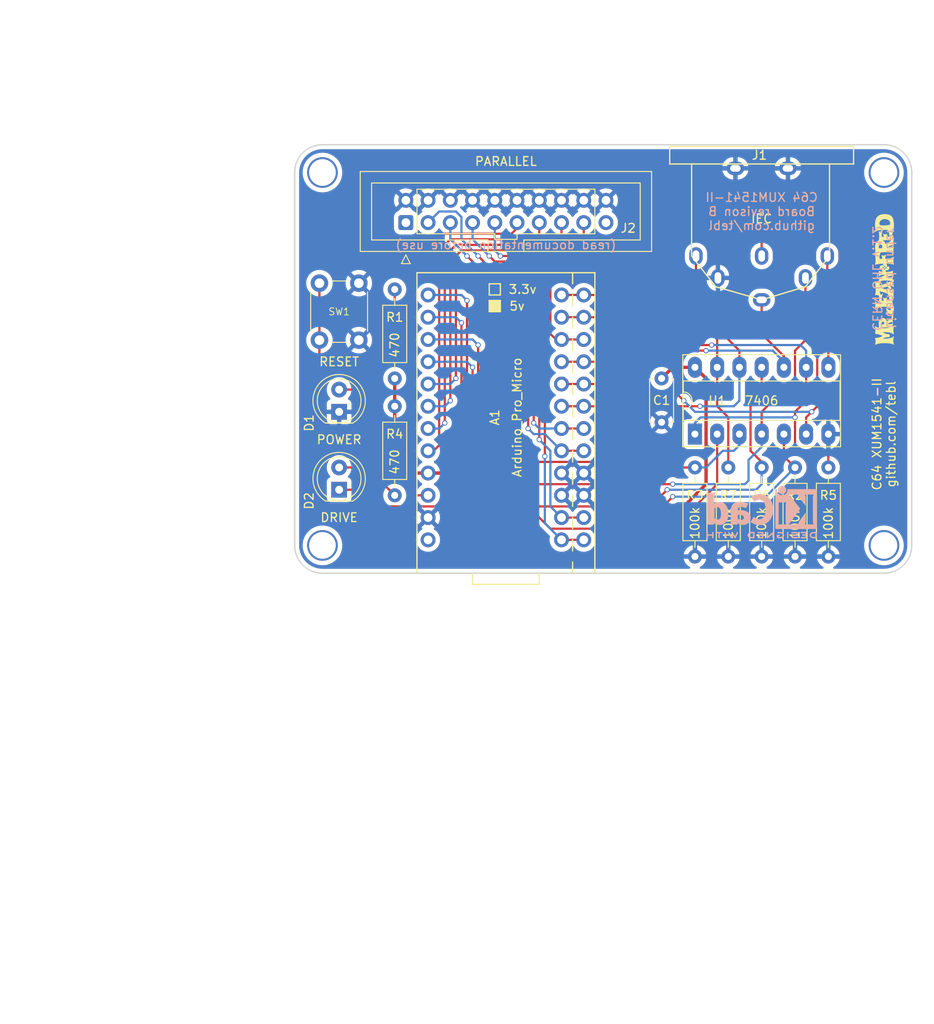
<source format=kicad_pcb>
(kicad_pcb (version 20211014) (generator pcbnew)
  (layers (0 "F.Cu" signal) (31 "B.Cu" signal) (34 "B.Paste" user) (35 "F.Paste" user) (36 "B.SilkS" user "B.Silkscreen") (37 "F.SilkS" user "F.Silkscreen") (38 "B.Mask" user) (39 "F.Mask" user) (44 "Edge.Cuts" user))
  (net 0 "")
  (net 1 "GND")
  (net 2 "Net-(D2-Pad2)")
  (net 3 "/SRQ")
  (net 4 "/ATN")
  (net 5 "/ATN_IN")
  (net 6 "/RESET_IN")
  (net 7 "/DATA_IN")
  (net 8 "/SRQ_IN")
  (net 9 "/DATA0")
  (net 10 "/DATA1")
  (net 11 "/DATA2")
  (net 12 "/DATA3")
  (net 13 "/RESET")
  (net 14 "/DATA")
  (net 15 "/CLK")
  (net 16 "/CLK_IN")
  (net 17 "/DATA7")
  (net 18 "/DATA6")
  (net 19 "/DATA5")
  (net 20 "/DATA4")
  (net 21 "VCC")
  (net 22 "~{MCU_RESET}")
  (net 23 "Net-(D1-Pad2)")
  (net 24 "ACT")
  (footprint "Capacitor_THT:C_Disc_D4.7mm_W2.5mm_P5.00mm" (layer "F.Cu") (at 141.605 81.28 -90)
    (fp_text reference "C1")
    (fp_text value "100nF")
  )
  (footprint "mounting:M3_pin" (layer "F.Cu") (at 102.87 100.33)
    (fp_text reference "M1" hide)
    (fp_text value "Mounting" hide)
  )
  (footprint "mounting:M3_pin" (layer "F.Cu") (at 167.005 100.33)
    (fp_text reference "M2" hide)
    (fp_text value "Mounting" hide)
  )
  (footprint "mounting:M3_pin" (layer "F.Cu") (at 102.87 57.785)
    (fp_text reference "M4" hide)
    (fp_text value "Mounting" hide)
  )
  (footprint "Resistor_THT:R_Axial_DIN0207_L6.3mm_D2.5mm_P10.16mm_Horizontal" (layer "F.Cu") (at 111.125 81.28 90)
    (fp_text reference "R1")
    (fp_text value "470")
  )
  (footprint "Resistor_THT:R_Axial_DIN0207_L6.3mm_D2.5mm_P10.16mm_Horizontal" (layer "F.Cu") (at 156.845 91.44 -90)
    (fp_text reference "R2")
    (fp_text value "100k")
  )
  (footprint "Resistor_THT:R_Axial_DIN0207_L6.3mm_D2.5mm_P10.16mm_Horizontal" (layer "F.Cu") (at 145.415 91.44 -90)
    (fp_text reference "R3")
    (fp_text value "100k")
  )
  (footprint "Resistor_THT:R_Axial_DIN0207_L6.3mm_D2.5mm_P10.16mm_Horizontal" (layer "F.Cu") (at 153.035 91.44 -90)
    (fp_text reference "R6")
    (fp_text value "100k")
  )
  (footprint "Resistor_THT:R_Axial_DIN0207_L6.3mm_D2.5mm_P10.16mm_Horizontal" (layer "F.Cu") (at 149.225 91.44 -90)
    (fp_text reference "R7")
    (fp_text value "100k")
  )
  (footprint "switch_cutout:SW_PUSH_6mm" (layer "F.Cu") (at 104.775 73.66 90)
    (fp_text reference "SW1" hide)
    (fp_text value "RESET")
  )
  (footprint "Package_DIP:DIP-14_W7.62mm_Socket_LongPads" (layer "F.Cu") (at 145.415 87.63 90)
    (fp_text reference "U1")
    (fp_text value "7406")
  )
  (footprint "mounting:M3_pin" (layer "F.Cu") (at 167.005 57.785)
    (fp_text reference "M3" hide)
    (fp_text value "Mounting" hide)
  )
  (footprint "C64_IEC:C64_IEC_5mm" (layer "F.Cu") (at 153.035 67.31 180)
    (fp_text reference "J1")
    (fp_text value "IEC")
  )
  (footprint "LED_THT:LED_D5.0mm" (layer "F.Cu") (at 104.775 85.09 90)
    (fp_text reference "D1")
    (fp_text value "POWER")
  )
  (footprint "LED_THT:LED_D5.0mm" (layer "F.Cu") (at 104.775 93.98 90)
    (fp_text reference "D2")
    (fp_text value "DRIVE")
  )
  (footprint "Resistor_THT:R_Axial_DIN0207_L6.3mm_D2.5mm_P10.16mm_Horizontal" (layer "F.Cu") (at 160.655 91.44 -90)
    (fp_text reference "R5")
    (fp_text value "100k")
  )
  (footprint "arduino_pro_micro:Arduino_Pro_Micro" (layer "F.Cu") (at 123.825 85.725 180)
    (fp_text reference "A1")
    (fp_text value "Arduino_Pro_Micro")
  )
  (footprint "Resistor_THT:R_Axial_DIN0207_L6.3mm_D2.5mm_P10.16mm_Horizontal" (layer "F.Cu") (at 111.125 84.455 -90)
    (fp_text reference "R4")
    (fp_text value "470")
  )
  (footprint "speed_dos:SpeedDOS_IDC" (layer "F.Cu") (at 112.395 63.5 90)
    (fp_text reference "J2")
    (fp_text value "PARALLEL")
  )
  (footprint "Symbols:KiCad-Logo2_6mm_SilkScreen" (layer "B.Cu") (at 153.035 96.52 180)
    (fp_text reference "REF***" hide)
    (fp_text value "KiCad-Logo2_6mm_SilkScreen" hide)
  )
  (gr_poly (pts (xy 166.020975 73.23186) (xy 166.01942 73.237983) (xy 166.018548 73.233617)) (layer "F.SilkS") (width 0.066) (fill solid))
  (gr_poly (pts (xy 167.07227 68.648756) (xy 167.079055 68.648512) (xy 167.085781 68.648107) (xy 167.089874 68.64776) (xy 167.088042 68.64806) (xy 167.084764 68.648514) (xy 167.081458 68.64889) (xy 167.078125 68.649192) (xy 167.074767 68.649423) (xy 167.071384 68.649585) (xy 167.066264 68.649679) (xy 167.066253 68.648828)) (layer "F.SilkS") (width 0.066) (fill solid))
  (gr_poly (pts (xy 166.015819 63.734836) (xy 166.016801 63.686869) (xy 166.018765 63.634482) (xy 166.02204 63.576856) (xy 166.026624 63.513991) (xy 166.032517 63.445888) (xy 166.03339 63.445887) (xy 166.03519 63.425914) (xy 166.037306 63.405941) (xy 166.039729 63.385968) (xy 166.042449 63.365995) (xy 166.045456 63.346023) (xy 166.048738 63.32605) (xy 166.052287 63.306077) (xy 166.056092 63.286104) (xy 166.060553 63.266171) (xy 166.065423 63.246309) (xy 166.070703 63.226508) (xy 166.076392 63.206759) (xy 166.08249 63.18705) (xy 166.088998 63.167373) (xy 166.095914 63.147715) (xy 166.10324 63.128068) (xy 166.111012 63.108544) (xy 166.119243 63.089255) (xy 166.127905 63.070191) (xy 166.136965 63.051342) (xy 166.146394 63.032698) (xy 166.15616 63.014248) (xy 166.166233 62.995983) (xy 166.176583 62.977891) (xy 166.187635 62.960007) (xy 166.199189 62.942379) (xy 166.211254 62.925017) (xy 166.223841 62.907931) (xy 166.23696 62.891132) (xy 166.250621 62.87463) (xy 166.264835 62.858434) (xy 166.279612 62.842556) (xy 166.294919 62.827004) (xy 166.310717 62.811779) (xy 166.327006 62.796881) (xy 166.343786 62.782311) (xy 166.361058 62.768068) (xy 166.378821 62.754152) (xy 166.397074 62.740564) (xy 166.415819 62.727303) (xy 166.435386 62.714492) (xy 166.455465 62.702242) (xy 166.476075 62.690545) (xy 166.497238 62.679391) (xy 166.518974 62.668768) (xy 166.541304 62.658668) (xy 166.564247 62.649079) (xy 166.587825 62.639991) (xy 166.611976 62.631396) (xy 166.636638 62.623292) (xy 166.661832 62.61568) (xy 166.687579 62.608558) (xy 166.713899 62.601928) (xy 166.740813 62.595789) (xy 166.76834 62.590141) (xy 166.796502 62.584984) (xy 166.825315 62.580403) (xy 166.854783 62.576498) (xy 166.884906 62.573288) (xy 166.915683 62.570795) (xy 166.947116 62.569038) (xy 166.979203 62.568039) (xy 167.011945 62.567817) (xy 167.045342 62.568394) (xy 167.084797 62.567988) (xy 167.123269 62.568094) (xy 167.160759 62.568732) (xy 167.197266 62.569922) (xy 167.232791 62.571685) (xy 167.267334 62.574042) (xy 167.300895 62.577012) (xy 167.333474 62.580617) (xy 167.365152 62.584792) (xy 167.396011 62.589458) (xy 167.426052 62.594614) (xy 167.455275 62.600263) (xy 167.483678 62.606402) (xy 167.511264 62.613032) (xy 167.53803 62.620154) (xy 167.563979 62.627766) (xy 167.589072 62.635946) (xy 167.613297 62.644751) (xy 167.636682 62.654148) (xy 167.659258 62.664109) (xy 167.681058 62.674602) (xy 167.70211 62.685596) (xy 167.722446 62.697061) (xy 167.742096 62.708966) (xy 167.751663 62.715084) (xy 167.761047 62.721322) (xy 167.77025 62.727678) (xy 167.779272 62.734149) (xy 167.788115 62.740733) (xy 167.796781 62.747427) (xy 167.80527 62.754228) (xy 167.813583 62.761135) (xy 167.82969 62.775251) (xy 167.845111 62.789757) (xy 167.859857 62.804631) (xy 167.873938 62.819853) (xy 167.887403 62.835409) (xy 167.900295 62.851313) (xy 167.906527 62.859402) (xy 167.912615 62.867585) (xy 167.918559 62.875866) (xy 167.924361 62.884246) (xy 167.930019 62.892729) (xy 167.935534 62.901316) (xy 167.940906 62.910012) (xy 167.946134 62.918817) (xy 167.95122 62.927734) (xy 167.956162 62.936767) (xy 167.96096 62.945917) (xy 167.965616 62.955188) (xy 167.97462 62.973725) (xy 167.983297 62.99265) (xy 167.991646 63.011944) (xy 167.999668 63.031586) (xy 168.007362 63.051556) (xy 168.014729 63.071832) (xy 168.021769 63.092394) (xy 168.028481 63.113223) (xy 168.034864 63.134342) (xy 168.040909 63.155788) (xy 168.046607 63.177561) (xy 168.051946 63.199662) (xy 168.056917 63.222091) (xy 168.06151 63.244846) (xy 168.065713 63.267929) (xy 168.069518 63.29134) (xy 168.076898 63.338666) (xy 168.083379 63.386401) (xy 168.08904 63.434627) (xy 168.093965 63.483427) (xy 168.099368 63.543195) (xy 168.103788 63.599444) (xy 168.107226 63.652254) (xy 168.109682 63.701709) (xy 168.112083 63.792076) (xy 168.112874 63.833331) (xy 168.113174 63.871967) (xy 168.11286 63.908461) (xy 168.111974 63.943236) (xy 168.110596 63.97621) (xy 168.108809 64.007302) (xy 168.104006 64.065038) (xy 168.101687 64.092146) (xy 168.099204 64.118189) (xy 168.094402 64.167958) (xy 168.092083 64.19186) (xy 168.0896 64.215107) (xy 168.088409 64.226606) (xy 168.087444 64.238177) (xy 168.086684 64.249809) (xy 168.086107 64.261492) (xy 168.085695 64.273216) (xy 168.085425 64.284971) (xy 168.085234 64.308531) (xy 168.085318 64.320439) (xy 168.085575 64.332583) (xy 168.086017 64.344952) (xy 168.086653 64.357535) (xy 168.087494 64.370324) (xy 168.088549 64.383306) (xy 168.08983 64.396473) (xy 168.091346 64.409814) (xy 168.094948 64.437318) (xy 168.099204 64.466131) (xy 168.104115 64.496254) (xy 168.109682 64.527687) (xy 168.108127 64.525057) (xy 168.106411 64.522407) (xy 168.104536 64.519736) (xy 168.102506 64.517045) (xy 168.100321 64.514334) (xy 168.097986 64.511602) (xy 168.095503 64.508849) (xy 168.092874 64.506077) (xy 168.090101 64.503283) (xy 168.087188 64.500469) (xy 168.084137 64.497635) (xy 168.08095 64.494781) (xy 168.07763 64.491906) (xy 168.07418 64.48901) (xy 168.070602 64.486094) (xy 168.066899 64.483158) (xy 168.063072 64.480231) (xy 168.059124 64.477344) (xy 168.055056 64.474496) (xy 168.050869 64.471684) (xy 168.046564 64.468909) (xy 168.042142 64.466168) (xy 168.032956 64.460784) (xy 168.028068 64.458115) (xy 168.033366 64.441471) (xy 168.040705 64.415929) (xy 168.016543 64.438712) (xy 168.007158 64.447452) (xy 168.013242 64.450375) (xy 168.023319 64.455523) (xy 168.028068 64.458115) (xy 168.024238 64.470145) (xy 168.003269 64.532055) (xy 167.983119 64.592001) (xy 167.975014 64.618218) (xy 167.969108 64.640322) (xy 167.960418 64.678809) (xy 167.952628 64.715739) (xy 167.945657 64.751197) (xy 167.939422 64.785263) (xy 167.936595 64.801838) (xy 167.933992 64.818168) (xy 167.929381 64.850092) (xy 167.925425 64.881033) (xy 167.921959 64.910993) (xy 167.920733 64.925686) (xy 167.919681 64.940297) (xy 167.918813 64.954826) (xy 167.918139 64.969274) (xy 167.917671 64.983639) (xy 167.917416 64.997923) (xy 167.917387 65.012125) (xy 167.917594 65.026246) (xy 167.917752 65.040366) (xy 167.918208 65.054567) (xy 167.918929 65.068851) (xy 167.919886 65.083217) (xy 167.921047 65.097664) (xy 167.922383 65.112194) (xy 167.925452 65.141498) (xy 167.927209 65.156355) (xy 167.92919 65.171457) (xy 167.933747 65.202398) (xy 167.938958 65.234322) (xy 167.944661 65.267229) (xy 167.958522 65.336751) (xy 167.966148 65.373681) (xy 167.974347 65.412168) (xy 167.985514 65.462421) (xy 167.989436 65.45799) (xy 167.999668 65.445998) (xy 168.009736 65.433761) (xy 168.019641 65.421278) (xy 168.029381 65.40855) (xy 168.038958 65.395576) (xy 168.048409 65.382312) (xy 168.057758 65.3687) (xy 168.066984 65.35472) (xy 168.076066 65.340351) (xy 168.084985 65.325573) (xy 168.09372 65.310365) (xy 168.10225 65.294706) (xy 168.110555 65.278577) (xy 168.097308 65.343065) (xy 168.085125 65.404198) (xy 168.074088 65.461892) (xy 168.064279 65.516067) (xy 168.059939 65.542426) (xy 168.05608 65.568468) (xy 168.052691 65.594203) (xy 168.049763 65.619642) (xy 168.047286 65.644794) (xy 168.045248 65.66967) (xy 168.04364 65.694279) (xy 168.042451 65.718633) (xy 168.042045 65.742823) (xy 168.042151 65.766942) (xy 168.042789 65.790999) (xy 168.043979 65.815004) (xy 168.045742 65.838969) (xy 168.048099 65.862903) (xy 168.05107 65.886817) (xy 168.054675 65.91072) (xy 168.058972 65.934787) (xy 168.064006 65.959192) (xy 168.069777 65.983945) (xy 168.076284 66.009056) (xy 168.083529 66.034535) (xy 168.09151 66.060393) (xy 168.100227 66.086639) (xy 168.109681 66.113285) (xy 168.104248 66.10911) (xy 168.098752 66.105097) (xy 168.093192 66.101241) (xy 168.087567 66.097542) (xy 168.081875 66.093996) (xy 168.076116 66.090601) (xy 168.070287 66.087355) (xy 168.064388 66.084254) (xy 168.058417 66.081297) (xy 168.052374 66.07848) (xy 168.046256 66.075801) (xy 168.040063 66.073258) (xy 168.033794 66.070848) (xy 168.027446 66.068568) (xy 168.021019 66.066417) (xy 168.014511 66.06439) (xy 168.012764 66.06389) (xy 168.012764 65.585047) (xy 167.985514 65.462421) (xy 167.97904 65.469736) (xy 167.968481 65.481237) (xy 167.957758 65.492492) (xy 167.946871 65.503541) (xy 167.935821 65.514416) (xy 167.924606 65.525107) (xy 167.913229 65.535603) (xy 167.911769 65.536905) (xy 167.915779 65.538075) (xy 167.924956 65.540931) (xy 167.933856 65.5439) (xy 167.942469 65.546992) (xy 167.950786 65.550216) (xy 167.958796 65.553584) (xy 167.966489 65.557105) (xy 167.973813 65.56067) (xy 167.980718 65.564173) (xy 167.987193 65.567634) (xy 167.990266 65.569357) (xy 167.993228 65.571076) (xy 167.996078 65.572795) (xy 167.998813 65.574517) (xy 168.001434 65.576245) (xy 168.003938 65.577979) (xy 168.006324 65.579724) (xy 168.008592 65.581482) (xy 168.010739 65.583256) (xy 168.012764 65.585047) (xy 168.012764 66.06389) (xy 168.007942 66.062507) (xy 168.001332 66.060786) (xy 167.994681 66.059223) (xy 167.98799 66.057815) (xy 167.981257 66.056562) (xy 167.974483 66.055459) (xy 167.967669 66.054504) (xy 167.960814 66.053695) (xy 167.953917 66.05303) (xy 167.94698 66.052505) (xy 167.932983 66.051867) (xy 167.918822 66.051761) (xy 167.904497 66.052167) (xy 167.889969 66.053105) (xy 167.875206 66.054596) (xy 167.860218 66.056618) (xy 167.845015 66.059153) (xy 167.829608 66.062178) (xy 167.814006 66.065674) (xy 167.79822 66.06962) (xy 167.78226 66.073995) (xy 167.766216 66.078741) (xy 167.750172 66.083804) (xy 167.734129 66.089174) (xy 167.718085 66.094841) (xy 167.702041 66.100794) (xy 167.685998 66.107024) (xy 167.669954 66.113519) (xy 167.65391 66.120271) (xy 167.637867 66.12727) (xy 167.621823 66.134514) (xy 167.605779 66.142004) (xy 167.589736 66.149739) (xy 167.573692 66.15772) (xy 167.557648 66.165946) (xy 167.541605 66.174418) (xy 167.525561 66.183136) (xy 167.509597 66.192057) (xy 167.493787 66.201131) (xy 167.478121 66.210348) (xy 167.462587 66.219698) (xy 167.431877 66.238756) (xy 167.401577 66.258224) (xy 167.371932 66.27787) (xy 167.343187 66.297516) (xy 167.315261 66.317161) (xy 167.288071 66.336807) (xy 167.274812 66.3463) (xy 167.261891 66.355784) (xy 167.249318 66.365246) (xy 167.237102 66.374678) (xy 167.225255 66.384069) (xy 167.213787 66.393409) (xy 167.202708 66.402688) (xy 167.192027 66.411895) (xy 167.222791 66.412208) (xy 167.253473 66.413095) (xy 167.283992 66.414473) (xy 167.314265 66.41626) (xy 167.345056 66.418594) (xy 167.375929 66.420517) (xy 167.438248 66.424118) (xy 167.562232 66.430231) (xy 167.592996 66.431363) (xy 167.623678 66.432085) (xy 167.654197 66.432317) (xy 167.684469 66.431976) (xy 167.699776 66.431567) (xy 167.71492 66.430994) (xy 167.729899 66.430257) (xy 167.744715 66.429357) (xy 167.759367 66.428293) (xy 167.773856 66.427065) (xy 167.78818 66.425673) (xy 167.802341 66.424118) (xy 167.816419 66.422396) (xy 167.830486 66.420489) (xy 167.844533 66.418378) (xy 167.858549 66.416042) (xy 167.872524 66.41346) (xy 167.886448 66.410612) (xy 167.900311 66.407478) (xy 167.914101 66.404037) (xy 167.92777 66.400309) (xy 167.941264 66.396315) (xy 167.954574 66.392035) (xy 167.967689 66.387447) (xy 167.9806 66.382532) (xy 167.993297 66.37727) (xy 168.005768 66.371639) (xy 168.018003 66.365619) (xy 168.030036 66.359274) (xy 168.041905 66.352672) (xy 168.05361 66.345804) (xy 168.065152 66.338661) (xy 168.07653 66.331231) (xy 168.087744 66.323504) (xy 168.098795 66.31547) (xy 168.109681 66.307119) (xy 168.102123 66.332836) (xy 168.095057 66.357651) (xy 168.081741 66.404909) (xy 168.076025 66.427638) (xy 168.070718 66.449876) (xy 168.065902 66.471458) (xy 168.06166 66.492222) (xy 168.057908 66.512863) (xy 168.054566 66.532932) (xy 168.053073 66.542777) (xy 168.051714 66.552509) (xy 168.050498 66.562139) (xy 168.049436 66.571677) (xy 168.048247 66.58117) (xy 168.047294 66.590654) (xy 168.046566 66.600117) (xy 168.046053 66.609549) (xy 168.045744 66.61894) (xy 168.04563 66.62828) (xy 168.0457 66.637559) (xy 168.045943 66.646766) (xy 168.046349 66.655973) (xy 168.046898 66.665251) (xy 168.048344 66.683982) (xy 168.050118 66.702878) (xy 168.052055 66.721855) (xy 168.057512 66.761145) (xy 168.06065 66.781773) (xy 168.062393 66.792332) (xy 168.064279 66.803055) (xy 168.068372 66.824992) (xy 168.072792 66.847585) (xy 168.077539 66.870832) (xy 168.082614 66.894734) (xy 168.088181 66.919454) (xy 168.094402 66.945156) (xy 168.101277 66.971841) (xy 168.108808 66.999508) (xy 168.107263 66.996889) (xy 168.105577 66.994273) (xy 168.103749 66.991662) (xy 168.101782 66.989058) (xy 168.099677 66.986465) (xy 168.097435 66.983884) (xy 168.095058 66.981319) (xy 168.092546 66.978771) (xy 168.089901 66.976245) (xy 168.087125 66.973741) (xy 168.084218 66.971263) (xy 168.081182 66.968812) (xy 168.078018 66.966393) (xy 168.074727 66.964007) (xy 168.071311 66.961657) (xy 168.067771 66.959345) (xy 168.060323 66.954802) (xy 168.052383 66.950341) (xy 168.043951 66.945962) (xy 168.035029 66.941664) (xy 168.025616 66.937449) (xy 168.015711 66.933315) (xy 168.005316 66.929263) (xy 167.994429 66.925293) (xy 167.983092 66.921405) (xy 167.971346 66.917598) (xy 167.95919 66.913874) (xy 167.946625 66.910231) (xy 167.933651 66.906671) (xy 167.920268 66.903192) (xy 167.906475 66.899795) (xy 167.892273 66.89648) (xy 167.877706 66.892997) (xy 167.862832 66.88974) (xy 167.847672 66.886687) (xy 167.832246 66.883819) (xy 167.816574 66.881114) (xy 167.800677 66.878553) (xy 167.768289 66.873778) (xy 167.734756 66.869344) (xy 167.699749 66.865156) (xy 167.663433 66.861131) (xy 167.62597 66.857188) (xy 167.587525 66.853437) (xy 167.548262 66.850095) (xy 167.508344 66.847243) (xy 167.467934 66.844965) (xy 167.426993 66.842659) (xy 167.385315 66.840927) (xy 167.342818 66.839685) (xy 167.299421 66.838853) (xy 167.255683 66.838362) (xy 167.212109 66.838198) (xy 167.168535 66.838362) (xy 167.16758 66.838373) (xy 167.16758 66.025098) (xy 167.215738 65.992165) (xy 167.262096 65.96136) (xy 167.306816 65.93252) (xy 167.350063 65.905481) (xy 167.391454 65.879778) (xy 167.4317 65.855057) (xy 167.508099 65.808563) (xy 167.644306 65.725616) (xy 167.675247 65.70664) (xy 167.705206 65.687745) (xy 167.734183 65.669014) (xy 167.762178 65.650528) (xy 167.775846 65.641321) (xy 167.78934 65.632042) (xy 167.80265 65.622702) (xy 167.815766 65.613311) (xy 167.828677 65.603879) (xy 167.841373 65.594416) (xy 167.853844 65.584933) (xy 167.86608 65.575439) (xy 167.878113 65.565823) (xy 167.889982 65.555971) (xy 167.901687 65.545894) (xy 167.911769 65.536905) (xy 167.906337 65.53532) (xy 167.896639 65.532658) (xy 167.886434 65.530095) (xy 167.886434 64.508343) (xy 167.894159 64.508257) (xy 167.901782 64.507958) (xy 167.909303 64.507449) (xy 167.916721 64.506733) (xy 167.920464 64.506151) (xy 167.924319 64.505234) (xy 167.928277 64.504002) (xy 167.932326 64.502473) (xy 167.936456 64.500667) (xy 167.940658 64.498603) (xy 167.949231 64.493773) (xy 167.957963 64.488135) (xy 167.96677 64.481839) (xy 167.97557 64.475037) (xy 167.984279 64.46788) (xy 167.992814 64.460517) (xy 168.001092 64.453101) (xy 168.007158 64.447452) (xy 168.002736 64.445328) (xy 167.99181 64.440374) (xy 167.980471 64.435504) (xy 167.968713 64.430715) (xy 167.956525 64.426009) (xy 167.943897 64.421384) (xy 167.930819 64.416841) (xy 167.91728 64.41238) (xy 167.903271 64.408) (xy 167.888781 64.403703) (xy 167.874171 64.399485) (xy 167.859163 64.39534) (xy 167.82799 64.387222) (xy 167.795343 64.379269) (xy 167.761305 64.371398) (xy 167.743827 64.367548) (xy 167.726093 64.36384) (xy 167.689818 64.356773) (xy 167.652396 64.350033) (xy 167.613746 64.343457) (xy 167.574128 64.337591) (xy 167.533856 64.331888) (xy 167.505604 64.328178) (xy 167.503098 64.326109) (xy 167.47672 64.30365) (xy 167.451407 64.281559) (xy 167.427771 64.260512) (xy 167.434173 64.271368) (xy 167.442477 64.284495) (xy 167.462259 64.314863) (xy 167.467852 64.323568) (xy 167.492928 64.326513) (xy 167.505604 64.328178) (xy 167.529926 64.348261) (xy 167.556591 64.369431) (xy 167.582478 64.388943) (xy 167.594938 64.397867) (xy 167.606973 64.406123) (xy 167.618507 64.413627) (xy 167.629463 64.420294) (xy 167.650252 64.432288) (xy 167.670704 64.443391) (xy 167.690808 64.453614) (xy 167.710554 64.462968) (xy 167.729932 64.471462) (xy 167.748931 64.479107) (xy 167.767541 64.485913) (xy 167.785752 64.49189) (xy 167.794705 64.494551) (xy 167.803556 64.496969) (xy 167.812304 64.499146) (xy 167.82095 64.501085) (xy 167.829493 64.502789) (xy 167.837935 64.504261) (xy 167.846274 64.505502) (xy 167.854511 64.506515) (xy 167.862645 64.507303) (xy 167.870677 64.507869) (xy 167.878607 64.508215) (xy 167.886434 64.508343) (xy 167.886434 65.530095) (xy 167.886366 65.530078) (xy 167.875848 65.52757) (xy 167.854074 65.522726) (xy 167.831318 65.518047) (xy 167.80758 65.51345) (xy 167.78286 65.509029) (xy 167.757157 65.504936) (xy 167.730472 65.501171) (xy 167.702805 65.497734) (xy 167.674333 65.494487) (xy 167.645288 65.491403) (xy 167.615752 65.488647) (xy 167.585806 65.486383) (xy 167.555015 65.483927) (xy 167.524142 65.481799) (xy 167.493105 65.479998) (xy 167.461823 65.478525) (xy 167.430076 65.476861) (xy 167.397757 65.475688) (xy 167.364947 65.474841) (xy 167.331727 65.474158) (xy 167.198139 65.474158) (xy 167.164755 65.474459) (xy 167.131454 65.47525) (xy 167.065424 65.47765) (xy 167.000485 65.480379) (xy 166.968302 65.481948) (xy 166.936201 65.483763) (xy 166.905096 65.485892) (xy 166.889776 65.487128) (xy 166.889776 65.167484) (xy 166.897462 65.167352) (xy 166.905097 65.166924) (xy 166.91269 65.166209) (xy 166.920253 65.165218) (xy 166.927796 65.163961) (xy 166.935328 65.162448) (xy 166.942943 65.160649) (xy 166.950731 65.158533) (xy 166.958703 65.15611) (xy 166.96687 65.15339) (xy 166.975242 65.150383) (xy 166.983828 65.147101) (xy 166.992639 65.143552) (xy 167.001686 65.139747) (xy 167.002834 65.126693) (xy 167.003664 65.113731) (xy 167.004188 65.100872) (xy 167.004415 65.088124) (xy 167.004355 65.0755) (xy 167.004019 65.063008) (xy 167.003417 65.05066) (xy 167.002559 65.038465) (xy 167.001493 65.026432) (xy 167.000254 65.014563) (xy 166.99883 65.002858) (xy 166.997211 64.991316) (xy 166.995388 64.979938) (xy 166.99335 64.968724) (xy 166.991087 64.957674) (xy 166.988589 64.946787) (xy 166.985847 64.936065) (xy 166.982859 64.925518) (xy 166.979626 64.915155) (xy 166.976147 64.904986) (xy 166.972423 64.895022) (xy 166.968453 64.885273) (xy 166.964237 64.875748) (xy 166.959776 64.86646) (xy 166.955112 64.857416) (xy 166.950294 64.848629) (xy 166.945334 64.840107) (xy 166.94024 64.831862) (xy 166.935023 64.823903) (xy 166.929694 64.816241) (xy 166.924263 64.808886) (xy 166.918739 64.801848) (xy 166.932368 64.809788) (xy 166.945751 64.817237) (xy 166.958889 64.824194) (xy 166.971782 64.830661) (xy 166.984428 64.836637) (xy 166.996829 64.842121) (xy 167.008985 64.847114) (xy 167.020895 64.851617) (xy 167.032719 64.855626) (xy 167.044606 64.859134) (xy 167.056533 64.86213) (xy 167.062505 64.863433) (xy 167.06848 64.864604) (xy 167.074455 64.865642) (xy 167.080428 64.866546) (xy 167.086395 64.867315) (xy 167.092355 64.867946) (xy 167.098304 64.868439) (xy 167.104241 64.868793) (xy 167.110162 64.869007) (xy 167.116065 64.869078) (xy 167.128015 64.868834) (xy 167.140281 64.86811) (xy 167.152854 64.866914) (xy 167.165724 64.865259) (xy 167.178881 64.863153) (xy 167.192314 64.860606) (xy 167.206013 64.857631) (xy 167.219967 64.854235) (xy 167.234007 64.850347) (xy 167.24863 64.845886) (xy 167.263847 64.840852) (xy 167.279667 64.835246) (xy 167.296101 64.829066) (xy 167.31316 64.822313) (xy 167.330852 64.814987) (xy 167.34919 64.807087) (xy 167.342437 64.817647) (xy 167.335929 64.82837) (xy 167.329667 64.839257) (xy 167.323651 64.850307) (xy 167.31788 64.861522) (xy 167.312355 64.8729) (xy 167.307075 64.884442) (xy 167.302041 64.896147) (xy 167.297293 64.907933) (xy 167.292873 64.919708) (xy 167.28878 64.931463) (xy 167.285015 64.943187) (xy 167.281577 64.95487) (xy 167.278467 64.966502) (xy 167.275683 64.978072) (xy 167.273228 64.989572) (xy 167.2711 65.000991) (xy 167.269299 65.012328) (xy 167.267825 65.023583) (xy 167.266679 65.034756) (xy 167.265861 65.045847) (xy 167.26537 65.056857) (xy 167.265206 65.067785) (xy 167.26537 65.07863) (xy 167.265451 65.083992) (xy 167.26569 65.089273) (xy 167.266083 65.094475) (xy 167.266625 65.099599) (xy 167.267309 65.104646) (xy 167.268132 65.109618) (xy 167.269088 65.114516) (xy 167.270172 65.11934) (xy 167.271378 65.124093) (xy 167.272703 65.128776) (xy 167.274139 65.13339) (xy 167.275683 65.137935) (xy 167.27733 65.142415) (xy 167.279074 65.146829) (xy 167.282832 65.155467) (xy 167.292247 65.156041) (xy 167.302164 65.156462) (xy 167.312592 65.15674) (xy 167.323542 65.156885) (xy 167.335024 65.156907) (xy 167.347048 65.156817) (xy 167.372764 65.156339) (xy 167.385902 65.15622) (xy 167.399121 65.155875) (xy 167.412423 65.155326) (xy 167.425806 65.154592) (xy 167.452819 65.152655) (xy 167.480158 65.150226) (xy 167.533092 65.144878) (xy 167.558862 65.141999) (xy 167.58406 65.138875) (xy 167.596257 65.137156) (xy 167.607962 65.135273) (xy 167.619176 65.133227) (xy 167.629899 65.131017) (xy 167.640131 65.128643) (xy 167.649872 65.126106) (xy 167.659122 65.123404) (xy 167.66788 65.120539) (xy 167.667703 65.099092) (xy 167.667116 65.076664) (xy 167.666644 65.065082) (xy 167.666038 65.053254) (xy 167.66529 65.04118) (xy 167.664388 65.02886) (xy 167.662246 65.003158) (xy 167.659695 64.977128) (xy 167.656652 64.950771) (xy 167.654921 64.937469) (xy 167.653037 64.924086) (xy 167.648781 64.89691) (xy 167.643869 64.869079) (xy 167.638303 64.840594) (xy 167.632082 64.811453) (xy 167.625506 64.782136) (xy 167.618767 64.753063) (xy 167.6117 64.724155) (xy 167.604142 64.695328) (xy 167.596639 64.666515) (xy 167.588644 64.637701) (xy 167.580322 64.608888) (xy 167.571837 64.580074) (xy 167.563173 64.551602) (xy 167.554265 64.523867) (xy 167.545193 64.49695) (xy 167.536038 64.470934) (xy 167.531414 64.457959) (xy 167.526707 64.445218) (xy 167.521918 64.432703) (xy 167.517048 64.420402) (xy 167.512096 64.408306) (xy 167.507061 64.396405) (xy 167.501945 64.384687) (xy 167.496748 64.373144) (xy 167.493824 64.367121) (xy 167.490346 64.360569) (xy 167.482041 64.346214) (xy 167.472467 64.330753) (xy 167.467852 64.323568) (xy 167.451345 64.321629) (xy 167.409121 64.317209) (xy 167.366325 64.313116) (xy 167.323037 64.309351) (xy 167.279339 64.305913) (xy 167.235451 64.302939) (xy 167.191481 64.300456) (xy 167.102968 64.296309) (xy 167.058439 64.295176) (xy 167.01391 64.294453) (xy 166.982477 64.294289) (xy 166.982477 63.85538) (xy 167.027498 63.855039) (xy 167.073501 63.853962) (xy 167.120486 63.852065) (xy 167.168453 63.849269) (xy 167.216925 63.845639) (xy 167.265479 63.841192) (xy 167.289812 63.83861) (xy 167.314197 63.835762) (xy 167.338642 63.832628) (xy 167.36316 63.829186) (xy 167.412096 63.821779) (xy 167.460622 63.813798) (xy 167.508658 63.804998) (xy 167.532466 63.800215) (xy 167.55612 63.795134) (xy 167.579901 63.790101) (xy 167.603446 63.784821) (xy 167.626767 63.779296) (xy 167.649872 63.773525) (xy 167.672773 63.767509) (xy 167.695479 63.761247) (xy 167.718002 63.75474) (xy 167.74035 63.747987) (xy 167.74035 63.747114) (xy 167.743914 63.725013) (xy 167.746762 63.70324) (xy 167.748914 63.681793) (xy 167.750391 63.660674) (xy 167.751213 63.639883) (xy 167.7514 63.619419) (xy 167.750974 63.599283) (xy 167.749954 63.579474) (xy 167.748072 63.560033) (xy 167.745698 63.541002) (xy 167.742833 63.52238) (xy 167.739477 63.504167) (xy 167.73563 63.486364) (xy 167.731291 63.468969) (xy 167.726462 63.451985) (xy 167.721141 63.435409) (xy 167.715079 63.419242) (xy 167.708658 63.403485) (xy 167.701849 63.388137) (xy 167.69462 63.373199) (xy 167.686941 63.358669) (xy 167.678781 63.344549) (xy 167.674511 63.337643) (xy 167.670109 63.330838) (xy 167.665572 63.324136) (xy 167.660895 63.317537) (xy 167.651525 63.304602) (xy 167.641755 63.291985) (xy 167.631596 63.279674) (xy 167.621059 63.26766) (xy 167.610154 63.255933) (xy 167.59889 63.244481) (xy 167.587278 63.233296) (xy 167.575329 63.222366) (xy 167.563054 63.211766) (xy 167.550472 63.201575) (xy 167.537604 63.191793) (xy 167.52447 63.182421) (xy 167.51109 63.173458) (xy 167.497485 63.164904) (xy 167.483675 63.15676) (xy 167.469681 63.149024) (xy 167.455442 63.14162) (xy 167.440895 63.134481) (xy 167.426062 63.127629) (xy 167.410963 63.121084) (xy 167.395619 63.114867) (xy 167.380049 63.108997) (xy 167.364275 63.103495) (xy 167.348317 63.098382) (xy 167.332195 63.093637) (xy 167.315929 63.089229) (xy 167.299541 63.085168) (xy 167.283051 63.081466) (xy 167.266478 63.078132) (xy 167.249845 63.075176) (xy 167.23317 63.07261) (xy 167.216475 63.070442) (xy 167.199487 63.06864) (xy 167.182559 63.067154) (xy 167.165673 63.065976) (xy 167.148808 63.065094) (xy 167.131942 63.064499) (xy 167.115056 63.06418) (xy 167.098129 63.064126) (xy 167.081141 63.064329) (xy 167.064191 63.064861) (xy 167.047375 63.065803) (xy 167.030661 63.067154) (xy 167.014019 63.068914) (xy 166.997418 63.071083) (xy 166.980827 63.073661) (xy 166.964215 63.076649) (xy 166.947552 63.080046) (xy 166.931224 63.08377) (xy 166.914988 63.08774) (xy 166.898854 63.091955) (xy 166.882832 63.096416) (xy 166.866933 63.101123) (xy 166.851168 63.106075) (xy 166.835545 63.111273) (xy 166.820076 63.116716) (xy 166.804807 63.122736) (xy 166.789762 63.129021) (xy 166.774923 63.135594) (xy 166.760267 63.142473) (xy 166.745775 63.14968) (xy 166.731427 63.157234) (xy 166.717201 63.165157) (xy 166.703077 63.173469) (xy 166.689489 63.182106) (xy 166.676229 63.190999) (xy 166.663296 63.200159) (xy 166.65069 63.209595) (xy 166.638412 63.219317) (xy 166.626461 63.229336) (xy 166.614837 63.239661) (xy 166.603541 63.250304) (xy 166.592573 63.261234) (xy 166.581931 63.272419) (xy 166.571618 63.28387) (xy 166.561631 63.295598) (xy 166.551972 63.307612) (xy 166.542641 63.319922) (xy 166.533637 63.33254) (xy 166.52496 63.345474) (xy 166.520775 63.352064) (xy 166.516732 63.358735) (xy 166.512829 63.365488) (xy 166.509066 63.372323) (xy 166.505441 63.379239) (xy 166.501953 63.386238) (xy 166.498601 63.393318) (xy 166.495383 63.400481) (xy 166.492298 63.407725) (xy 166.489344 63.415051) (xy 166.486521 63.422459) (xy 166.483828 63.429949) (xy 166.478822 63.445174) (xy 166.474319 63.460727) (xy 166.470347 63.476605) (xy 166.466938 63.492801) (xy 166.464082 63.509303) (xy 166.461768 63.526102) (xy 166.459985 63.543188) (xy 166.458725 63.56055) (xy 166.457977 63.578178) (xy 166.457729 63.596062) (xy 166.458058 63.614194) (xy 166.459053 63.63257) (xy 166.460722 63.651192) (xy 166.463077 63.67006) (xy 166.466128 63.689173) (xy 166.469885 63.708532) (xy 166.474358 63.728137) (xy 166.479557 63.747987) (xy 166.483077 63.751394) (xy 166.486759 63.75474) (xy 166.490602 63.758024) (xy 166.494605 63.761248) (xy 166.498767 63.764409) (xy 166.503086 63.767509) (xy 166.507561 63.770548) (xy 166.51219 63.773526) (xy 166.516974 63.776442) (xy 166.521909 63.779296) (xy 166.526995 63.782089) (xy 166.532231 63.784821) (xy 166.537616 63.787492) (xy 166.543147 63.790101) (xy 166.548824 63.792648) (xy 166.554646 63.795134) (xy 166.566718 63.799964) (xy 166.579353 63.80463) (xy 166.59254 63.809132) (xy 166.60627 63.81347) (xy 166.620531 63.817645) (xy 166.635315 63.821656) (xy 166.65061 63.825503) (xy 166.666406 63.829186) (xy 166.682735 63.832628) (xy 166.699626 63.835762) (xy 166.71707 63.83861) (xy 166.735056 63.841192) (xy 166.753574 63.843528) (xy 166.772614 63.845639) (xy 166.792165 63.847546) (xy 166.812218 63.849269) (xy 166.832641 63.850785) (xy 166.853309 63.852065) (xy 166.874224 63.853121) (xy 166.895383 63.853962) (xy 166.938439 63.855039) (xy 166.982477 63.85538) (xy 166.982477 64.294289) (xy 166.96938 64.294221) (xy 166.924851 64.294562) (xy 166.885584 64.295407) (xy 166.847579 64.375109) (xy 166.827897 64.418332) (xy 166.809953 64.459775) (xy 166.794998 64.497248) (xy 166.78903 64.513811) (xy 166.784278 64.528561) (xy 166.776299 64.555772) (xy 166.768739 64.583035) (xy 166.761609 64.610319) (xy 166.754919 64.637592) (xy 166.748679 64.664824) (xy 166.7429 64.691985) (xy 166.737591 64.719043) (xy 166.732764 64.745969) (xy 166.728425 64.772981) (xy 166.724578 64.799666) (xy 166.721222 64.826023) (xy 166.718357 64.852053) (xy 166.715983 64.877756) (xy 166.7141 64.903131) (xy 166.712709 64.928179) (xy 166.711809 64.952899) (xy 166.711398 64.977459) (xy 166.711467 65.001385) (xy 166.712008 65.024696) (xy 166.713009 65.047415) (xy 166.71446 65.06956) (xy 166.716351 65.091153) (xy 166.718672 65.112214) (xy 166.721413 65.132763) (xy 166.74597 65.139502) (xy 166.768562 65.145423) (xy 166.807852 65.155464) (xy 166.816648 65.157635) (xy 166.825342 65.15957) (xy 166.833913 65.161281) (xy 166.842341 65.162776) (xy 166.850605 65.164067) (xy 166.858684 65.165164) (xy 166.86656 65.166076) (xy 166.87421 65.166815) (xy 166.882029 65.167308) (xy 166.889776 65.167484) (xy 166.889776 65.487128) (xy 166.874646 65.488348) (xy 166.844851 65.491131) (xy 166.81571 65.494241) (xy 166.787238 65.497651) (xy 166.759503 65.501226) (xy 166.70657 65.50821) (xy 166.681017 65.511635) (xy 166.656692 65.515305) (xy 166.651238 65.516207) (xy 166.661851 65.516554) (xy 166.673049 65.517164) (xy 166.68421 65.518015) (xy 166.695334 65.519107) (xy 166.706425 65.520438) (xy 166.717482 65.522007) (xy 166.728507 65.523813) (xy 166.750466 65.528129) (xy 166.772313 65.533377) (xy 166.794058 65.539545) (xy 166.81571 65.546624) (xy 166.8263 65.550522) (xy 166.836787 65.554685) (xy 166.847168 65.559112) (xy 166.857443 65.5638) (xy 166.867611 65.56875) (xy 166.87767 65.573959) (xy 166.887619 65.579427) (xy 166.897457 65.585151) (xy 166.907182 65.591132) (xy 166.916793 65.597366) (xy 166.92629 65.603855) (xy 166.93567 65.610595) (xy 166.944932 65.617586) (xy 166.954075 65.624826) (xy 166.963098 65.632314) (xy 166.972 65.64005) (xy 166.980768 65.648041) (xy 166.989392 65.656298) (xy 166.997871 65.664821) (xy 167.006202 65.67361) (xy 167.014385 65.682665) (xy 167.022418 65.691987) (xy 167.0303 65.701574) (xy 167.03803 65.711427) (xy 167.045606 65.721547) (xy 167.053028 65.731932) (xy 167.060294 65.742584) (xy 167.067402 65.753501) (xy 167.074352 65.764685) (xy 167.081142 65.776134) (xy 167.087771 65.78785) (xy 167.094237 65.799832) (xy 167.100663 65.812069) (xy 167.106843 65.824552) (xy 167.112778 65.837281) (xy 167.118466 65.850255) (xy 167.12391 65.863475) (xy 167.129108 65.87694) (xy 167.13406 65.890651) (xy 167.138767 65.904607) (xy 167.143228 65.918809) (xy 167.147443 65.933257) (xy 167.151413 65.94795) (xy 167.155138 65.962888) (xy 167.158617 65.978072) (xy 167.16185 65.993502) (xy 167.164838 66.009177) (xy 167.16758 66.025098) (xy 167.16758 66.838373) (xy 167.124796 66.838853) (xy 167.080908 66.839658) (xy 167.036938 66.840708) (xy 166.948425 66.843219) (xy 166.904196 66.844692) (xy 166.860458 66.846493) (xy 166.817047 66.848621) (xy 166.7738 66.851077) (xy 166.731413 66.853873) (xy 166.689434 66.857079) (xy 166.647947 66.860777) (xy 166.607033 66.865047) (xy 166.606277 66.865134) (xy 166.610258 66.857716) (xy 166.626311 66.829695) (xy 166.643284 66.801859) (xy 166.661167 66.774238) (xy 166.639888 66.786353) (xy 166.61863 66.797813) (xy 166.597412 66.808618) (xy 166.576256 66.818768) (xy 166.56687 66.822997) (xy 166.56687 66.462001) (xy 166.577347 66.461907) (xy 166.587825 66.46166) (xy 166.598754 66.461211) (xy 166.609939 66.460527) (xy 166.621391 66.459618) (xy 166.633118 66.458494) (xy 166.645132 66.457166) (xy 166.657443 66.455643) (xy 166.670061 66.453937) (xy 166.682996 66.452056) (xy 166.741277 66.443324) (xy 166.774837 66.438058) (xy 166.811345 66.431973) (xy 166.820472 66.402633) (xy 166.828207 66.374224) (xy 166.834551 66.346777) (xy 166.839503 66.320322) (xy 166.841457 66.307477) (xy 166.843064 66.294891) (xy 166.844322 66.282569) (xy 166.845233 66.270514) (xy 166.845796 66.25873) (xy 166.846011 66.247221) (xy 166.845878 66.235991) (xy 166.845397 66.225044) (xy 166.843388 66.203597) (xy 166.842101 66.193242) (xy 166.840622 66.183133) (xy 166.838949 66.17327) (xy 166.837078 66.163652) (xy 166.835008 66.154279) (xy 166.832736 66.145152) (xy 166.83026 66.136271) (xy 166.827576 66.127635) (xy 166.824683 66.119245) (xy 166.821577 66.111101) (xy 166.818256 66.103202) (xy 166.814718 66.095548) (xy 166.81096 66.088141) (xy 166.806979 66.080978) (xy 166.802815 66.074052) (xy 166.798504 66.067351) (xy 166.794045 66.060878) (xy 166.789435 66.054635) (xy 166.784672 66.048621) (xy 166.779752 66.042839) (xy 166.774674 66.03729) (xy 166.769435 66.031974) (xy 166.764032 66.026894) (xy 166.758463 66.022051) (xy 166.752725 66.017446) (xy 166.746816 66.013079) (xy 166.740732 66.008953) (xy 166.734472 66.005069) (xy 166.728034 66.001428) (xy 166.721413 65.998031) (xy 166.714681 65.99487) (xy 166.707909 65.991935) (xy 166.701098 65.989227) (xy 166.694251 65.986749) (xy 166.687367 65.984501) (xy 166.68045 65.982484) (xy 166.673498 65.9807) (xy 166.666515 65.97915) (xy 166.659502 65.977835) (xy 166.652458 65.976758) (xy 166.645387 65.975917) (xy 166.638289 65.975317) (xy 166.631165 65.974956) (xy 166.624017 65.974838) (xy 166.616846 65.974962) (xy 166.609653 65.975331) (xy 166.60247 65.97577) (xy 166.595328 65.976435) (xy 166.588227 65.977326) (xy 166.581167 65.978441) (xy 166.574148 65.979781) (xy 166.56717 65.981347) (xy 166.560233 65.983137) (xy 166.553337 65.985153) (xy 166.546481 65.987393) (xy 166.539667 65.989859) (xy 166.532893 65.99255) (xy 166.526161 65.995466) (xy 166.519469 65.998608) (xy 166.512818 66.001974) (xy 166.506208 66.005566) (xy 166.499639 66.009382) (xy 166.493172 66.01327) (xy 166.486867 66.017402) (xy 166.480719 66.021777) (xy 166.474728 66.026394) (xy 166.46889 66.031252) (xy 166.463203 66.036348) (xy 166.457665 66.041683) (xy 166.452272 66.047254) (xy 166.447023 66.05306) (xy 166.442886 66.057952) (xy 166.442886 65.585919) (xy 166.444083 65.584599) (xy 166.445384 65.58326) (xy 166.44679 65.581904) (xy 166.448302 65.58053) (xy 166.449921 65.579141) (xy 166.451649 65.577739) (xy 166.453488 65.576323) (xy 166.455437 65.574896) (xy 166.457499 65.573458) (xy 166.459675 65.572012) (xy 166.461966 65.570558) (xy 166.464373 65.569098) (xy 166.466898 65.567632) (xy 166.469542 65.566163) (xy 166.472306 65.564691) (xy 166.475191 65.563218) (xy 166.481249 65.560311) (xy 166.487633 65.557475) (xy 166.494346 65.5547) (xy 166.501385 65.551977) (xy 166.508752 65.549294) (xy 166.516447 65.546642) (xy 166.524468 65.544011) (xy 166.532818 65.54139) (xy 166.541781 65.538811) (xy 166.55099 65.536315) (xy 166.560444 65.5339) (xy 166.570144 65.531567) (xy 166.580089 65.529316) (xy 166.59028 65.527146) (xy 166.600717 65.525059) (xy 166.611399 65.523053) (xy 166.633514 65.519138) (xy 166.651238 65.516207) (xy 166.650615 65.516187) (xy 166.639339 65.516064) (xy 166.628043 65.516197) (xy 166.616747 65.516596) (xy 166.605451 65.517261) (xy 166.594155 65.518193) (xy 166.582859 65.51939) (xy 166.571563 65.520853) (xy 166.560267 65.522582) (xy 166.548971 65.524577) (xy 166.537675 65.526839) (xy 166.526379 65.529366) (xy 166.515083 65.532159) (xy 166.503787 65.535219) (xy 166.49249 65.538544) (xy 166.481194 65.542135) (xy 166.469898 65.545993) (xy 166.458602 65.550116) (xy 166.447357 65.554342) (xy 166.446366 65.554741) (xy 166.44571 65.558521) (xy 166.44114 65.582423) (xy 166.442886 65.585919) (xy 166.442886 66.057952) (xy 166.441914 66.059101) (xy 166.436944 66.065374) (xy 166.432109 66.071879) (xy 166.427407 66.078614) (xy 166.422835 66.085578) (xy 166.418391 66.092769) (xy 166.414073 66.100187) (xy 166.409929 66.10781) (xy 166.406009 66.11562) (xy 166.402311 66.123619) (xy 166.398834 66.13181) (xy 166.395578 66.140196) (xy 166.39254 66.148778) (xy 166.38972 66.15756) (xy 166.387115 66.166544) (xy 166.384726 66.175733) (xy 166.38255 66.185129) (xy 166.380587 66.194734) (xy 166.378834 66.204552) (xy 166.377292 66.214585) (xy 166.375957 66.224835) (xy 166.37483 66.235306) (xy 166.373909 66.245998) (xy 166.373275 66.256906) (xy 166.373009 66.268019) (xy 166.373111 66.27934) (xy 166.373582 66.290869) (xy 166.374421 66.302608) (xy 166.375628 66.314558) (xy 166.377204 66.32672) (xy 166.379148 66.339096) (xy 166.381461 66.351686) (xy 166.384141 66.364493) (xy 166.38719 66.377517) (xy 166.390608 66.39076) (xy 166.394394 66.404223) (xy 166.398548 66.417907) (xy 166.40307 66.431814) (xy 166.407961 66.445944) (xy 166.407961 66.444198) (xy 166.421507 66.447022) (xy 166.434632 66.4496) (xy 166.447329 66.451933) (xy 166.459585 66.454021) (xy 166.471391 66.455862) (xy 166.482736 66.457458) (xy 166.493611 66.458809) (xy 166.504005 66.459914) (xy 166.52496 66.461046) (xy 166.535437 66.461464) (xy 166.545915 66.461769) (xy 166.556392 66.461951) (xy 166.56687 66.462001) (xy 166.56687 66.822997) (xy 166.555182 66.828263) (xy 166.53421 66.837104) (xy 166.51336 66.845289) (xy 166.492654 66.85282) (xy 166.472068 66.85986) (xy 166.451563 66.866572) (xy 166.43114 66.872957) (xy 166.410799 66.879014) (xy 166.39054 66.884744) (xy 166.370362 66.890146) (xy 166.350267 66.895221) (xy 166.330253 66.899969) (xy 166.310319 66.90443) (xy 166.290458 66.908646) (xy 166.270657 66.912616) (xy 166.250908 66.91634) (xy 166.231199 66.919819) (xy 166.211522 66.923052) (xy 166.191864 66.92604) (xy 166.172217 66.928782) (xy 166.167331 66.929105) (xy 166.162495 66.928807) (xy 166.157706 66.927952) (xy 166.152964 66.926605) (xy 166.148267 66.924829) (xy 166.143613 66.922691) (xy 166.134427 66.917582) (xy 166.116504 66.905837) (xy 166.107741 66.900233) (xy 166.099093 66.895494) (xy 166.094808 66.893611) (xy 166.090547 66.892137) (xy 166.086309 66.891137) (xy 166.082091 66.890676) (xy 166.077893 66.890819) (xy 166.073712 66.891628) (xy 166.069547 66.89317) (xy 166.065396 66.895508) (xy 166.061258 66.898706) (xy 166.057132 66.90283) (xy 166.053015 66.907944) (xy 166.048906 66.914111) (xy 166.044803 66.921397) (xy 166.040705 66.929866) (xy 166.03661 66.939582) (xy 166.034629 66.94492) (xy 166.03721 66.930528) (xy 166.040057 66.912769) (xy 166.042545 66.895194) (xy 166.044685 66.877824) (xy 166.046487 66.860679) (xy 166.049434 66.826272) (xy 166.051726 66.792357) (xy 166.053363 66.758768) (xy 166.054346 66.725343) (xy 166.054588 66.709054) (xy 166.054646 66.692929) (xy 166.054499 66.676967) (xy 166.054127 66.661169) (xy 166.05351 66.645534) (xy 166.052627 66.630063) (xy 166.051457 66.614756) (xy 166.04998 66.599613) (xy 166.037756 66.479995) (xy 166.034646 66.450199) (xy 166.031863 66.421059) (xy 166.029407 66.392574) (xy 166.027279 66.364743) (xy 166.026049 66.35099) (xy 166.024973 66.337226) (xy 166.02324 66.309627) (xy 166.021999 66.281864) (xy 166.021167 66.253856) (xy 166.020925 66.240103) (xy 166.020867 66.226339) (xy 166.021013 66.212555) (xy 166.021385 66.19874) (xy 166.022002 66.184885) (xy 166.022886 66.170978) (xy 166.024056 66.157009) (xy 166.025532 66.142969) (xy 166.027294 66.129216) (xy 166.029311 66.115452) (xy 166.031595 66.101668) (xy 166.034154 66.087853) (xy 166.037001 66.073997) (xy 166.040144 66.060091) (xy 166.043593 66.046122) (xy 166.047361 66.032082) (xy 166.057587 66.0011) (xy 166.068602 65.971018) (xy 166.080374 65.941836) (xy 166.092872 65.913555) (xy 166.106066 65.886174) (xy 166.119925 65.859694) (xy 166.134419 65.834114) (xy 166.149516 65.809434) (xy 166.157435 65.797452) (xy 166.165476 65.785733) (xy 166.173637 65.774276) (xy 166.181917 65.763076) (xy 166.190315 65.752133) (xy 166.198829 65.741443) (xy 166.207458 65.731003) (xy 166.216201 65.720812) (xy 166.225057 65.710866) (xy 166.234023 65.701163) (xy 166.2431 65.691701) (xy 166.252286 65.682476) (xy 166.261579 65.673487) (xy 166.270978 65.664731) (xy 166.280482 65.656205) (xy 166.290089 65.647906) (xy 166.299953 65.639997) (xy 166.3099 65.632316) (xy 166.319931 65.624865) (xy 166.330048 65.617647) (xy 166.340252 65.610664) (xy 166.350545 65.603919) (xy 166.360926 65.597415) (xy 166.371399 65.591153) (xy 166.381964 65.585137) (xy 166.392622 65.579369) (xy 166.403374 65.573852) (xy 166.414223 65.568588) (xy 166.425169 65.56358) (xy 166.436213 65.55883) (xy 166.446366 65.554741) (xy 166.450199 65.532655) (xy 166.454523 65.504824) (xy 166.456599 65.490172) (xy 166.458602 65.475029) (xy 166.462381 65.443897) (xy 166.465915 65.411946) (xy 166.469284 65.379012) (xy 166.472572 65.344932) (xy 166.477702 65.27421) (xy 166.480062 65.237866) (xy 166.482177 65.200868) (xy 166.483827 65.163541) (xy 166.484905 65.126215) (xy 166.485492 65.088889) (xy 166.485669 65.051562) (xy 166.48556 64.977456) (xy 166.485301 64.940689) (xy 166.484796 64.904005) (xy 166.484639 64.886082) (xy 166.484196 64.868343) (xy 166.483507 64.850809) (xy 166.482613 64.8335) (xy 166.480376 64.799639) (xy 166.477811 64.766924) (xy 166.476421 64.751045) (xy 166.474878 64.735504) (xy 166.473191 64.720311) (xy 166.471372 64.705477) (xy 166.467374 64.676923) (xy 166.462968 64.649925) (xy 166.460635 64.637036) (xy 166.45822 64.624577) (xy 166.455724 64.612569) (xy 166.453145 64.60103) (xy 166.450485 64.589983) (xy 166.447743 64.579447) (xy 166.444919 64.569444) (xy 166.442013 64.559993) (xy 166.448582 64.560719) (xy 166.45519 64.561261) (xy 166.461837 64.56162) (xy 166.46852 64.561793) (xy 166.47524 64.561783) (xy 166.481994 64.561589) (xy 166.488782 64.56121) (xy 166.495601 64.560647) (xy 166.502451 64.5599) (xy 166.509331 64.558969) (xy 166.516238 64.557854) (xy 166.523173 64.556555) (xy 166.530133 64.555071) (xy 166.537117 64.553403) (xy 166.544124 64.551551) (xy 166.551154 64.549515) (xy 166.565231 64.545013) (xy 166.579298 64.54002) (xy 166.593345 64.534536) (xy 166.607361 64.52856) (xy 166.621336 64.522093) (xy 166.63526 64.515136) (xy 166.649123 64.507687) (xy 166.662914 64.499747) (xy 166.676624 64.491393) (xy 166.690253 64.48268) (xy 166.7038 64.473579) (xy 166.717266 64.464059) (xy 166.730649 64.454088) (xy 166.74395 64.443636) (xy 166.75717 64.432672) (xy 166.770308 64.421167) (xy 166.777414 64.414347) (xy 166.785531 64.405534) (xy 166.794506 64.395004) (xy 166.804182 64.383035) (xy 166.825023 64.355892) (xy 166.846815 64.326323) (xy 166.868752 64.295903) (xy 166.880499 64.295517) (xy 166.885584 64.295407) (xy 166.88717 64.29208) (xy 166.918739 64.228205) (xy 166.905521 64.245271) (xy 166.888303 64.268792) (xy 166.868752 64.295903) (xy 166.836556 64.296963) (xy 166.750226 64.300675) (xy 166.70732 64.303471) (xy 166.664987 64.306677) (xy 166.623145 64.310375) (xy 166.581713 64.314645) (xy 166.540962 64.31957) (xy 166.520981 64.322304) (xy 166.501276 64.325232) (xy 166.481858 64.328364) (xy 166.462736 64.331712) (xy 166.443921 64.335284) (xy 166.425423 64.339092) (xy 166.389257 64.347114) (xy 166.354155 64.355463) (xy 166.320198 64.36414) (xy 166.28747 64.373144) (xy 166.271591 64.377808) (xy 166.256051 64.382626) (xy 166.240858 64.387587) (xy 166.226023 64.39268) (xy 166.211557 64.397897) (xy 166.19747 64.403226) (xy 166.183771 64.408658) (xy 166.170471 64.414181) (xy 166.157579 64.420121) (xy 166.145096 64.426173) (xy 166.133022 64.432368) (xy 166.121358 64.438737) (xy 166.110102 64.445312) (xy 166.099257 64.452121) (xy 166.08882 64.459197) (xy 166.078793 64.46657) (xy 166.073943 64.470192) (xy 166.069219 64.473855) (xy 166.064623 64.477559) (xy 166.060157 64.481304) (xy 166.055824 64.485089) (xy 166.051627 64.488916) (xy 166.047568 64.492784) (xy 166.043649 64.496692) (xy 166.039874 64.500642) (xy 166.036245 64.504632) (xy 166.032764 64.508664) (xy 166.029434 64.512736) (xy 166.026257 64.516849) (xy 166.023237 64.521003) (xy 166.020375 64.525198) (xy 166.017674 64.529434) (xy 166.024891 64.480826) (xy 166.03088 64.435901) (xy 166.035723 64.394741) (xy 166.039502 64.357429) (xy 166.041018 64.340074) (xy 166.042299 64.323364) (xy 166.043354 64.307287) (xy 166.044195 64.291835) (xy 166.045273 64.262763) (xy 166.045614 64.236064) (xy 166.045437 64.211317) (xy 166.04485 64.188042) (xy 166.044378 64.176907) (xy 166.043772 64.166078) (xy 166.043024 64.155536) (xy 166.042122 64.14526) (xy 166.040648 64.125478) (xy 166.038847 64.105532) (xy 166.036719 64.085587) (xy 166.034263 64.065805) (xy 166.03178 64.045505) (xy 166.029461 64.023895) (xy 166.024659 63.976746) (xy 166.023426 63.964265) (xy 166.022326 63.951058) (xy 166.020403 63.922504) (xy 166.016801 63.857129) (xy 166.015819 63.819966) (xy 166.015491 63.779202)) (layer "F.SilkS") (width 0.066) (fill solid))
  (gr_poly (pts (xy 166.034629 66.94492) (xy 166.033996 66.948451) (xy 166.033044 66.95324) (xy 166.032517 66.95061)) (layer "F.SilkS") (width 0.066) (fill solid))
  (gr_poly (pts (xy 166.540758 68.645803) (xy 166.541005 68.639317) (xy 166.541419 68.632875) (xy 166.542 68.626478) (xy 166.542749 68.620127) (xy 166.543669 68.613823) (xy 166.54476 68.607567) (xy 166.546024 68.601362) (xy 166.547462 68.595208) (xy 166.549075 68.589106) (xy 166.550865 68.583058) (xy 166.552832 68.577065) (xy 166.554978 68.571128) (xy 166.557305 68.565248) (xy 166.559813 68.559428) (xy 166.562504 68.553668) (xy 166.565185 68.547825) (xy 166.567987 68.542083) (xy 166.570909 68.536442) (xy 166.573951 68.530898) (xy 166.577109 68.525452) (xy 166.580385 68.520102) (xy 166.583775 68.514846) (xy 166.587279 68.509684) (xy 166.590896 68.504614) (xy 166.594624 68.499635) (xy 166.598462 68.494745) (xy 166.602409 68.489943) (xy 166.606463 68.485229) (xy 166.610623 68.4806) (xy 166.614889 68.476055) (xy 166.619258 68.471594) (xy 166.623729 68.467235) (xy 166.628303 68.462997) (xy 166.632979 68.45888) (xy 166.637757 68.454882) (xy 166.642638 68.451001) (xy 166.64762 68.447237) (xy 166.652706 68.443588) (xy 166.657893 68.440052) (xy 166.663183 68.436629) (xy 166.668575 68.433318) (xy 166.67407 68.430116) (xy 166.679667 68.427024) (xy 166.685366 68.424038) (xy 166.691168 68.421159) (xy 166.697071 68.418385) (xy 166.703078 68.415714) (xy 166.709155 68.413176) (xy 166.715274 68.410802) (xy 166.721434 68.408592) (xy 166.727634 68.406546) (xy 166.733876 68.404663) (xy 166.740158 68.402944) (xy 166.746481 68.401389) (xy 166.752846 68.399998) (xy 166.759251 68.39877) (xy 166.765697 68.397706) (xy 166.772184 68.396805) (xy 166.778712 68.396069) (xy 166.785281 68.395496) (xy 166.791891 68.395087) (xy 166.798541 68.394841) (xy 166.805233 68.394759) (xy 166.811935 68.394841) (xy 166.818613 68.395087) (xy 166.825266 68.395496) (xy 166.831891 68.396069) (xy 166.838485 68.396806) (xy 166.845046 68.397706) (xy 166.851571 68.39877) (xy 166.858057 68.399998) (xy 166.864503 68.401389) (xy 166.870905 68.402945) (xy 166.877261 68.404664) (xy 166.883569 68.406546) (xy 166.889825 68.408593) (xy 166.896028 68.410803) (xy 166.902174 68.413176) (xy 166.908262 68.415714) (xy 166.914114 68.418385) (xy 166.919884 68.421159) (xy 166.925569 68.424038) (xy 166.931168 68.427024) (xy 166.93668 68.430117) (xy 166.942104 68.433318) (xy 166.947438 68.43663) (xy 166.952682 68.440052) (xy 166.957834 68.443588) (xy 166.962892 68.447237) (xy 166.967855 68.451001) (xy 166.972723 68.454882) (xy 166.977493 68.45888) (xy 166.982165 68.462997) (xy 166.986738 68.467235) (xy 166.991209 68.471594) (xy 166.995568 68.476055) (xy 166.999804 68.480599) (xy 167.003917 68.485228) (xy 167.007907 68.489943) (xy 167.011775 68.494744) (xy 167.01552 68.499634) (xy 167.019142 68.504614) (xy 167.022641 68.509684) (xy 167.026018 68.514846) (xy 167.029272 68.520102) (xy 167.032402 68.525452) (xy 167.035411 68.530898) (xy 167.038296 68.536442) (xy 167.041059 68.542083) (xy 167.043699 68.547825) (xy 167.046216 68.553668) (xy 167.048599 68.559582) (xy 167.050839 68.565535) (xy 167.052932 68.571527) (xy 167.054879 68.577556) (xy 167.056677 68.583621) (xy 167.058325 68.58972) (xy 167.059823 68.595852) (xy 167.061168 68.602017) (xy 167.06236 68.608212) (xy 167.063397 68.614437) (xy 167.064278 68.62069) (xy 167.065001 68.626969) (xy 167.065567 68.633274) (xy 167.065972 68.639604) (xy 167.066216 68.645956) (xy 167.066253 68.648828) (xy 167.065424 68.648838) (xy 167.065382 68.64888) (xy 167.065262 68.645535) (xy 167.065062 68.642195) (xy 167.064783 68.638893) (xy 167.064428 68.635626) (xy 167.063997 68.632394) (xy 167.063492 68.629195) (xy 167.062914 68.626028) (xy 167.062265 68.622891) (xy 167.061545 68.619784) (xy 167.060756 68.616706) (xy 167.059899 68.613654) (xy 167.057987 68.607625) (xy 167.05582 68.601689) (xy 167.054489 68.598772) (xy 167.053115 68.595915) (xy 167.051695 68.593113) (xy 167.050226 68.590366) (xy 167.048707 68.587669) (xy 167.047133 68.585021) (xy 167.045503 68.582419) (xy 167.043814 68.579861) (xy 167.042064 68.577343) (xy 167.04025 68.574864) (xy 167.03837 68.572421) (xy 167.03642 68.570011) (xy 167.034399 68.567632) (xy 167.032303 68.565281) (xy 167.030131 68.562955) (xy 167.02788 68.560652) (xy 167.025721 68.558545) (xy 167.023502 68.556479) (xy 167.021225 68.554458) (xy 167.018889 68.552481) (xy 167.016498 68.55055) (xy 167.014051 68.548666) (xy 167.011551 68.546831) (xy 167.008999 68.545045) (xy 167.006395 68.543311) (xy 167.003741 68.54163) (xy 167.001039 68.540002) (xy 166.998289 68.538429) (xy 166.995494 68.536912) (xy 166.992653 68.535453) (xy 166.989769 68.534052) (xy 166.986843 68.532712) (xy 166.983886 68.531453) (xy 166.980907 68.530294) (xy 166.977905 68.529232) (xy 166.974878 68.528265) (xy 166.971827 68.527389) (xy 166.968748 68.526604) (xy 166.965641 68.525905) (xy 166.962505 68.52529) (xy 166.959338 68.524758) (xy 166.956139 68.524305) (xy 166.952906 68.523928) (xy 166.94964 68.523626) (xy 166.946337 68.523396) (xy 166.942997 68.523234) (xy 166.939619 68.523139) (xy 166.936202 68.523108) (xy 166.932774 68.523148) (xy 166.929369 68.52327) (xy 166.925986 68.52347) (xy 166.922627 68.523749) (xy 166.919295 68.524104) (xy 166.915989 68.524535) (xy 166.912711 68.52504) (xy 166.909462 68.525618) (xy 166.906245 68.526268) (xy 166.903059 68.526987) (xy 166.899906 68.527776) (xy 166.896788 68.528633) (xy 166.893706 68.529556) (xy 166.890661 68.530545) (xy 166.887654 68.531597) (xy 166.884687 68.532712) (xy 166.878877 68.535417) (xy 166.876037 68.536837) (xy 166.873241 68.538306) (xy 166.870492 68.539826) (xy 166.867789 68.541399) (xy 166.865136 68.543029) (xy 166.862532 68.544718) (xy 166.859979 68.546468) (xy 166.857479 68.548282) (xy 166.855032 68.550162) (xy 166.852641 68.552112) (xy 166.850306 68.554133) (xy 166.848028 68.556229) (xy 166.845809 68.558401) (xy 166.84365 68.560652) (xy 166.841543 68.562811) (xy 166.839476 68.56503) (xy 166.83745 68.567307) (xy 166.835465 68.569643) (xy 166.833521 68.572034) (xy 166.831618 68.574481) (xy 166.829756 68.576981) (xy 166.827934 68.579534) (xy 166.826154 68.582137) (xy 166.824414 68.584791) (xy 166.822716 68.587493) (xy 166.821058 68.590243) (xy 166.819442 68.593039) (xy 166.817866 68.595879) (xy 166.816331 68.598763) (xy 166.814837 68.601689) (xy 166.813569 68.604646) (xy 166.812382 68.607625) (xy 166.811277 68.610627) (xy 166.810253 68.613654) (xy 166.809312 68.616706) (xy 166.808453 68.619784) (xy 166.807675 68.622891) (xy 166.806979 68.626028) (xy 166.806365 68.629195) (xy 166.805833 68.632394) (xy 166.805383 68.635626) (xy 166.805015 68.638893) (xy 166.804728 68.642195) (xy 166.804524 68.645535) (xy 166.804401 68.648913) (xy 166.80436 68.652331) (xy 166.804319 68.655594) (xy 166.804198 68.658836) (xy 166.803997 68.662055) (xy 166.803719 68.66525) (xy 166.803363 68.668419) (xy 166.802933 68.671561) (xy 166.802428 68.674676) (xy 166.80185 68.67776) (xy 166.8012 68.680814) (xy 166.80048 68.683836) (xy 166.799691 68.686825) (xy 166.798835 68.689779) (xy 166.797911 68.692698) (xy 166.796923 68.695579) (xy 166.795871 68.698422) (xy 166.794756 68.701226) (xy 166.793425 68.704142) (xy 166.792051 68.706998) (xy 166.790631 68.709795) (xy 166.789162 68.712535) (xy 166.787642 68.715219) (xy 166.786069 68.717847) (xy 166.784439 68.720422) (xy 166.78275 68.722945) (xy 166.781 68.725416) (xy 166.779186 68.727837) (xy 166.777305 68.73021) (xy 166.775356 68.732535) (xy 166.773335 68.734815) (xy 166.771239 68.737049) (xy 166.769067 68.73924) (xy 166.766816 68.741389) (xy 166.764647 68.743487) (xy 166.7624 68.745525) (xy 166.76008 68.747503) (xy 166.757689 68.749425) (xy 166.755231 68.75129) (xy 166.752711 68.7531) (xy 166.750132 68.754856) (xy 166.747498 68.75656) (xy 166.744812 68.758212) (xy 166.74208 68.759815) (xy 166.739304 68.761369) (xy 166.736488 68.762876) (xy 166.733637 68.764337) (xy 166.730753 68.765753) (xy 166.724906 68.768456) (xy 166.721785 68.769715) (xy 166.718644 68.770874) (xy 166.715482 68.771936) (xy 166.7123 68.772903) (xy 166.709097 68.773779) (xy 166.705874 68.774564) (xy 166.702631 68.775263) (xy 166.699367 68.775877) (xy 166.696082 68.77641) (xy 166.692777 68.776863) (xy 166.689452 68.77724) (xy 166.686106 68.777542) (xy 166.68274 68.777772) (xy 166.679353 68.777934) (xy 166.672518 68.77806) (xy 166.669091 68.778019) (xy 166.665685 68.777898) (xy 166.662302 68.777698) (xy 166.658944 68.777419) (xy 166.655611 68.777064) (xy 166.652305 68.776633) (xy 166.649027 68.776128) (xy 166.645779 68.77555) (xy 166.642561 68.7749) (xy 166.639375 68.77418) (xy 166.636223 68.773392) (xy 166.633105 68.772535) (xy 166.630023 68.771612) (xy 166.626977 68.770623) (xy 166.623971 68.769571) (xy 166.621004 68.768456) (xy 166.615194 68.765753) (xy 166.612353 68.764337) (xy 166.609558 68.762876) (xy 166.606808 68.761369) (xy 166.604106 68.759815) (xy 166.601452 68.758212) (xy 166.598848 68.756559) (xy 166.596296 68.754856) (xy 166.593795 68.753099) (xy 166.591349 68.751289) (xy 166.588957 68.749425) (xy 166.586622 68.747503) (xy 166.584344 68.745525) (xy 166.582126 68.743487) (xy 166.579967 68.741389) (xy 166.577859 68.73924) (xy 166.575792 68.737049) (xy 166.573766 68.734815) (xy 166.571781 68.732535) (xy 166.569837 68.73021) (xy 166.567934 68.727837) (xy 166.566072 68.725416) (xy 166.564251 68.722945) (xy 166.56247 68.720422) (xy 166.560731 68.717847) (xy 166.559032 68.715219) (xy 166.557375 68.712535) (xy 166.555758 68.709795) (xy 166.554182 68.706998) (xy 166.552648 68.704142) (xy 166.551154 68.701226) (xy 166.549885 68.698278) (xy 166.548698 68.695328) (xy 166.547593 68.692374) (xy 166.54657 68.689411) (xy 166.545629 68.686438) (xy 166.544769 68.683452) (xy 166.543991 68.680451) (xy 166.543296 68.677433) (xy 166.542682 68.674393) (xy 166.54215 68.671331) (xy 166.541699 68.668243) (xy 166.541331 68.665127) (xy 166.541045 68.66198) (xy 166.54084 68.6588) (xy 166.540717 68.655585) (xy 166.540676 68.652331)) (layer "F.SilkS") (width 0.066) (fill solid))
  (gr_poly (pts (xy 166.021992 66.998424) (xy 166.021907 66.99926) (xy 166.021658 67.002235) (xy 166.020293 66.999508)) (layer "F.SilkS") (width 0.066) (fill solid))
  (gr_poly (pts (xy 166.022345 66.994983) (xy 166.022831 66.991071) (xy 166.023369 66.987477) (xy 166.02396 66.984151) (xy 166.024607 66.981045) (xy 166.025314 66.978111) (xy 166.026082 66.975299) (xy 166.026914 66.972562) (xy 166.028779 66.967115) (xy 166.031939 66.958795) (xy 166.030403 66.966518) (xy 166.026421 66.984707) (xy 166.023342 66.997563) (xy 166.021992 66.998424)) (layer "F.SilkS") (width 0.066) (fill solid))
  (gr_poly (pts (xy 167.065382 68.64888) (xy 167.065384 68.648913) (xy 167.065393 68.649695) (xy 167.064551 68.649711)) (layer "F.SilkS") (width 0.066) (fill solid))
  (gr_poly (pts (xy 166.033044 66.95324) (xy 166.03339 66.954973) (xy 166.031939 66.958795)) (layer "F.SilkS") (width 0.066) (fill solid))
  (gr_poly (pts (xy 167.036785 68.65549) (xy 167.039885 68.654841) (xy 167.043006 68.654263) (xy 167.046147 68.653758) (xy 167.049309 68.653327) (xy 167.052491 68.652972) (xy 167.055694 68.652693) (xy 167.058917 68.652493) (xy 167.06216 68.652371) (xy 167.065424 68.652331) (xy 167.064551 68.654077) (xy 167.05786 68.654158) (xy 167.05121 68.654402) (xy 167.044605 68.654808) (xy 167.038044 68.655373) (xy 167.036605 68.655533)) (layer "F.SilkS") (width 0.066) (fill solid))
  (gr_poly (pts (xy 166.024055 72.502566) (xy 166.028791 72.510013) (xy 166.033627 72.517294) (xy 166.038561 72.524408) (xy 166.043592 72.531352) (xy 166.04872 72.538127) (xy 166.053942 72.54473) (xy 166.059257 72.551161) (xy 166.064664 72.557417) (xy 166.070162 72.563499) (xy 166.07575 72.569404) (xy 166.081426 72.575131) (xy 166.087189 72.580679) (xy 166.093038 72.586047) (xy 166.098971 72.591233) (xy 166.104987 72.596236) (xy 166.111115 72.601096) (xy 166.117384 72.605852) (xy 166.123792 72.610504) (xy 166.130335 72.615049) (xy 166.137011 72.619487) (xy 166.143817 72.623816) (xy 166.150751 72.628035) (xy 166.157811 72.632143) (xy 166.164993 72.636138) (xy 166.172296 72.64002) (xy 166.179716 72.643786) (xy 166.187251 72.647436) (xy 166.194899 72.650969) (xy 166.202657 72.654382) (xy 166.210523 72.657676) (xy 166.218493 72.660847) (xy 166.234782 72.666824) (xy 166.251563 72.672321) (xy 166.268834 72.677346) (xy 166.286597 72.681911) (xy 166.304851 72.686026) (xy 166.323595 72.689701) (xy 166.342831 72.692947) (xy 166.362559 72.695772) (xy 166.382779 72.698267) (xy 166.4035 72.700506) (xy 166.424733 72.702479) (xy 166.446488 72.704176) (xy 166.463774 72.70527) (xy 166.465042 72.693808) (xy 166.468411 72.660875) (xy 166.471699 72.626795) (xy 166.476829 72.556072) (xy 166.479189 72.519728) (xy 166.481304 72.48273) (xy 166.482954 72.445404) (xy 166.484032 72.408078) (xy 166.484619 72.370751) (xy 166.484796 72.333425) (xy 166.484687 72.259319) (xy 166.484428 72.222552) (xy 166.483923 72.185867) (xy 166.483766 72.167944) (xy 166.483323 72.150206) (xy 166.482634 72.132671) (xy 166.48174 72.115362) (xy 166.479503 72.081502) (xy 166.476938 72.048787) (xy 166.475548 72.032909) (xy 166.474005 72.017368) (xy 166.472318 72.002175) (xy 166.470499 71.987341) (xy 166.466501 71.958787) (xy 166.462095 71.931788) (xy 166.459762 71.918899) (xy 166.457347 71.90644) (xy 166.454851 71.894431) (xy 166.452272 71.882893) (xy 166.449612 71.871846) (xy 166.44687 71.861311) (xy 166.444046 71.851307) (xy 166.44114 71.841856) (xy 166.447709 71.842583) (xy 166.454317 71.843125) (xy 166.460964 71.843483) (xy 166.467647 71.843657) (xy 166.474367 71.843647) (xy 166.481121 71.843453) (xy 166.487909 71.843074) (xy 166.494728 71.842511) (xy 166.501578 71.841764) (xy 166.508457 71.840833) (xy 166.515365 71.839718) (xy 166.5223 71.838419) (xy 166.52926 71.836935) (xy 166.532271 71.836216) (xy 166.525833 71.83312) (xy 166.502708 71.822641) (xy 166.47983 71.812806) (xy 166.458602 71.804177) (xy 166.458602 70.674486) (xy 166.477223 70.674241) (xy 166.496406 70.673504) (xy 166.516142 70.672276) (xy 166.53642 70.670557) (xy 166.55723 70.668347) (xy 166.578562 70.665646) (xy 166.600405 70.662454) (xy 166.62275 70.65877) (xy 166.668739 70.650271) (xy 166.716283 70.640544) (xy 166.765301 70.62967) (xy 166.81571 70.617733) (xy 166.867934 70.603954) (xy 166.894414 70.596522) (xy 166.92114 70.588702) (xy 166.948112 70.580472) (xy 166.975329 70.571812) (xy 167.002791 70.562702) (xy 167.030499 70.553122) (xy 167.086843 70.533504) (xy 167.143351 70.51274) (xy 167.200186 70.490994) (xy 167.257512 70.468429) (xy 167.315138 70.445018) (xy 167.372764 70.420625) (xy 167.43039 70.39525) (xy 167.488017 70.368892) (xy 167.545315 70.34173) (xy 167.601959 70.313995) (xy 167.657948 70.285769) (xy 167.713283 70.257133) (xy 167.767799 70.228006) (xy 167.821332 70.198306) (xy 167.873883 70.168115) (xy 167.912256 70.145345) (xy 167.903353 70.14247) (xy 167.894034 70.139634) (xy 167.884407 70.136859) (xy 167.874484 70.134136) (xy 167.853788 70.128802) (xy 167.832028 70.123549) (xy 167.820773 70.120971) (xy 167.809272 70.118474) (xy 167.797526 70.116059) (xy 167.785534 70.113726) (xy 167.760814 70.109306) (xy 167.735111 70.105214) (xy 167.708576 70.101435) (xy 167.681305 70.097901) (xy 167.653215 70.094531) (xy 167.624224 70.091243) (xy 167.504606 70.080765) (xy 167.473787 70.078447) (xy 167.442723 70.076619) (xy 167.411168 70.075118) (xy 167.378876 70.073781) (xy 167.346639 70.072635) (xy 167.314156 70.071816) (xy 167.281509 70.071325) (xy 167.24878 70.071161) (xy 167.183296 70.07127) (xy 167.150554 70.07153) (xy 167.117812 70.072035) (xy 167.10148 70.072151) (xy 167.085219 70.072471) (xy 167.052873 70.073563) (xy 166.988589 70.0764) (xy 166.95732 70.078392) (xy 166.926379 70.080548) (xy 166.895765 70.083031) (xy 166.865479 70.086005) (xy 166.850537 70.087393) (xy 166.83582 70.088924) (xy 166.806979 70.092335) (xy 166.778794 70.096073) (xy 166.751099 70.099976) (xy 166.724578 70.104068) (xy 166.698712 70.108488) (xy 166.6735 70.113236) (xy 166.654538 70.117155) (xy 166.65363 70.11841) (xy 166.646733 70.128298) (xy 166.640042 70.138254) (xy 166.633555 70.148279) (xy 166.627272 70.15837) (xy 166.621195 70.168526) (xy 166.615321 70.178746) (xy 166.609653 70.189029) (xy 166.598727 70.209698) (xy 166.58822 70.230448) (xy 166.578144 70.25128) (xy 166.568507 70.272194) (xy 166.55932 70.29319) (xy 166.550594 70.314268) (xy 166.542339 70.335427) (xy 166.534564 70.356669) (xy 166.527202 70.37762) (xy 166.520199 70.398551) (xy 166.513584 70.419442) (xy 166.507388 70.440271) (xy 166.501643 70.461018) (xy 166.496379 70.481662) (xy 166.491626 70.502184) (xy 166.487415 70.522563) (xy 166.47923 70.562508) (xy 166.471699 70.601144) (xy 166.464823 70.63847) (xy 166.458602 70.674486) (xy 166.458602 71.804177) (xy 166.457197 71.803606) (xy 166.440267 71.797121) (xy 166.440267 70.198635) (xy 166.442013 70.197766) (xy 166.444356 70.195648) (xy 166.446802 70.19355) (xy 166.449349 70.191473) (xy 166.451999 70.189416) (xy 166.454752 70.18738) (xy 166.457606 70.185365) (xy 166.463623 70.181395) (xy 166.470048 70.177506) (xy 166.476883 70.1737) (xy 166.484128 70.169975) (xy 166.491781 70.166333) (xy 166.499474 70.162772) (xy 166.507484 70.159293) (xy 166.515801 70.155896) (xy 166.524414 70.152581) (xy 166.533314 70.149348) (xy 166.542491 70.146196) (xy 166.551933 70.143127) (xy 166.561631 70.140139) (xy 166.571578 70.137232) (xy 166.581781 70.134396) (xy 166.602995 70.128898) (xy 166.625356 70.123563) (xy 166.648944 70.118311) (xy 166.654538 70.117155) (xy 166.660731 70.108592) (xy 166.668036 70.098847) (xy 166.675547 70.089174) (xy 166.683261 70.079575) (xy 166.691181 70.070052) (xy 166.699305 70.060606) (xy 166.707634 70.051237) (xy 166.716167 70.041948) (xy 166.724905 70.03274) (xy 166.693323 70.052385) (xy 166.662804 70.07072) (xy 166.633432 70.087746) (xy 166.605287 70.103463) (xy 166.577743 70.118551) (xy 166.551263 70.132494) (xy 166.525601 70.145454) (xy 166.500512 70.157596) (xy 166.48848 70.16333) (xy 166.476611 70.168756) (xy 166.464905 70.173896) (xy 166.453364 70.17877) (xy 166.4451 70.182131) (xy 166.440267 70.198635) (xy 166.440267 71.797121) (xy 166.434809 71.79503) (xy 166.412667 71.787068) (xy 166.390771 71.779709) (xy 166.36912 71.772944) (xy 166.347715 71.766762) (xy 166.326803 71.761152) (xy 166.305983 71.756094) (xy 166.285265 71.751568) (xy 166.264659 71.747554) (xy 166.244177 71.74403) (xy 166.223827 71.740978) (xy 166.203621 71.738376) (xy 166.183568 71.736203) (xy 166.163554 71.734404) (xy 166.143458 71.732943) (xy 166.123281 71.731829) (xy 166.103022 71.731074) (xy 166.082681 71.730687) (xy 166.062258 71.730678) (xy 166.041753 71.731058) (xy 166.021166 71.731837) (xy 166.027225 71.710268) (xy 166.032967 71.688781) (xy 166.038402 71.667376) (xy 166.04354 71.646053) (xy 166.048392 71.624812) (xy 166.052967 71.603652) (xy 166.057277 71.582574) (xy 166.06133 71.561579) (xy 166.065135 71.540623) (xy 166.068684 71.519668) (xy 166.071966 71.498713) (xy 166.074973 71.477758) (xy 166.077693 71.456803) (xy 166.080116 71.435849) (xy 166.082232 71.414894) (xy 166.084031 71.393939) (xy 166.085877 71.373233) (xy 166.087497 71.352383) (xy 166.090143 71.310337) (xy 166.092135 71.267963) (xy 166.093636 71.225425) (xy 166.093977 71.182192) (xy 166.093745 71.138877) (xy 166.093022 71.095398) (xy 166.09189 71.051674) (xy 166.090252 71.007635) (xy 166.08796 70.96327) (xy 166.085014 70.918577) (xy 166.081412 70.873556) (xy 166.073445 70.782423) (xy 166.064823 70.689326) (xy 166.060061 70.642355) (xy 166.054891 70.594484) (xy 166.049229 70.545793) (xy 166.042995 70.496366) (xy 166.037128 70.446107) (xy 166.031426 70.394865) (xy 166.02605 70.342641) (xy 166.02136 70.291538) (xy 166.040703 70.286343) (xy 166.061331 70.281036) (xy 166.081303 70.27622) (xy 166.091044 70.274022) (xy 166.100621 70.271977) (xy 166.119598 70.268198) (xy 166.138493 70.264665) (xy 166.17571 70.258007) (xy 166.194045 70.254569) (xy 166.212381 70.250803) (xy 166.230717 70.246711) (xy 166.249052 70.24229) (xy 166.267565 70.237556) (xy 166.286488 70.232577) (xy 166.325887 70.222208) (xy 166.33579 70.219507) (xy 166.345846 70.216642) (xy 166.356046 70.213613) (xy 166.366379 70.210421) (xy 166.376834 70.207065) (xy 166.387402 70.203545) (xy 166.398072 70.199862) (xy 166.408834 70.196014) (xy 166.430771 70.187801) (xy 166.441986 70.183398) (xy 166.4451 70.182131) (xy 166.445301 70.181447) (xy 166.449926 70.164597) (xy 166.454141 70.148094) (xy 166.457948 70.13195) (xy 166.461345 70.116174) (xy 166.464332 70.100777) (xy 166.466911 70.085768) (xy 166.46908 70.071159) (xy 166.47092 70.056544) (xy 166.472504 70.042155) (xy 166.473822 70.02797) (xy 166.474864 70.013969) (xy 166.47562 70.000132) (xy 166.476078 69.986438) (xy 166.47623 69.972867) (xy 166.476065 69.959398) (xy 166.475865 69.946302) (xy 166.475287 69.933205) (xy 166.474361 69.920108) (xy 166.473118 69.907011) (xy 166.471588 69.893914) (xy 166.469803 69.880817) (xy 166.467792 69.867721) (xy 166.465587 69.854624) (xy 166.463174 69.841483) (xy 166.460526 69.828239) (xy 166.457652 69.814873) (xy 166.454564 69.801363) (xy 166.451271 69.78769) (xy 166.447784 69.773833) (xy 166.440267 69.745483) (xy 166.451682 69.746672) (xy 166.462995 69.747625) (xy 166.474186 69.748353) (xy 166.485233 69.748867) (xy 166.496116 69.749175) (xy 166.506815 69.74929) (xy 166.51731 69.74922) (xy 166.527579 69.748976) (xy 166.538019 69.748819) (xy 166.548398 69.748376) (xy 166.558735 69.747687) (xy 166.569053 69.746793) (xy 166.57937 69.745736) (xy 166.589708 69.744556) (xy 166.610526 69.741991) (xy 166.620964 69.74056) (xy 166.631331 69.738894) (xy 166.641636 69.737003) (xy 166.65189 69.734896) (xy 166.662104 69.732586) (xy 166.672286 69.730081) (xy 166.682448 69.727392) (xy 166.6926 69.724529) (xy 166.702794 69.721498) (xy 166.713091 69.718294) (xy 166.723511 69.714906) (xy 166.734073 69.711323) (xy 166.7448 69.707535) (xy 166.75571 69.703533) (xy 166.766826 69.699306) (xy 166.778166 69.694843) (xy 166.78938 69.690138) (xy 166.800758 69.685197) (xy 166.8123 69.680032) (xy 166.824005 69.674652) (xy 166.847907 69.663287) (xy 166.872464 69.651187) (xy 166.885028 69.644802) (xy 166.897839 69.63809) (xy 166.910895 69.63105) (xy 166.924196 69.623683) (xy 166.937743 69.615988) (xy 166.951536 69.607967) (xy 166.965574 69.599617) (xy 166.979858 69.590941) (xy 167.009162 69.573287) (xy 167.039449 69.554488) (xy 167.070717 69.534706) (xy 167.102969 69.514106) (xy 167.136529 69.491828) (xy 167.171727 69.468158) (xy 167.208562 69.443014) (xy 167.247034 69.416315) (xy 167.172396 69.416629) (xy 167.100458 69.417516) (xy 167.031304 69.418894) (xy 166.965015 69.420682) (xy 166.93297 69.422157) (xy 166.901672 69.423969) (xy 166.871132 69.42613) (xy 166.841358 69.428649) (xy 166.812363 69.431536) (xy 166.784155 69.434802) (xy 166.756745 69.438456) (xy 166.730144 69.44251) (xy 166.704441 69.447049) (xy 166.679721 69.452141) (xy 166.655983 69.457765) (xy 166.633227 69.463901) (xy 166.611454 69.470528) (xy 166.590662 69.477626) (xy 166.570853 69.485174) (xy 166.552027 69.493151) (xy 166.543002 69.497346) (xy 166.534262 69.501744) (xy 166.525807 69.506345) (xy 166.517634 69.511146) (xy 166.509742 69.516146) (xy 166.502131 69.521345) (xy 166.494798 69.526741) (xy 166.487743 69.532332) (xy 166.480964 69.538118) (xy 166.47446 69.544097) (xy 166.46823 69.550268) (xy 166.462272 69.55663) (xy 166.456585 69.563181) (xy 166.451169 69.569919) (xy 166.446021 69.576845) (xy 166.44114 69.583956) (xy 166.444905 69.569428) (xy 166.448343 69.554665) (xy 166.451453 69.539677) (xy 166.454237 69.524474) (xy 166.456692 69.509067) (xy 166.45882 69.493465) (xy 166.460621 69.477679) (xy 166.462095 69.461718) (xy 166.463283 69.445555) (xy 166.464237 69.429167) (xy 166.464965 69.412575) (xy 166.465478 69.395798) (xy 166.465787 69.378857) (xy 166.465901 69.361773) (xy 166.465587 69.327257) (xy 166.465429 69.309532) (xy 166.464973 69.291705) (xy 166.464252 69.273755) (xy 166.463295 69.255661) (xy 166.460799 69.218963) (xy 166.457729 69.181445) (xy 166.454291 69.143301) (xy 166.450526 69.104829) (xy 166.446433 69.066029) (xy 166.442013 69.026903) (xy 166.448398 69.031485) (xy 166.45511 69.036057) (xy 166.462149 69.040608) (xy 166.469516 69.045129) (xy 166.477211 69.049609) (xy 166.485233 69.054038) (xy 166.493582 69.058405) (xy 166.502258 69.062701) (xy 166.510932 69.066917) (xy 166.519912 69.07105) (xy 166.529179 69.075102) (xy 166.538711 69.079072) (xy 166.54849 69.08296) (xy 166.558493 69.086767) (xy 166.568701 69.090491) (xy 166.579093 69.094134) (xy 166.589943 69.097655) (xy 166.600894 69.101023) (xy 166.611969 69.104248) (xy 166.623186 69.107339) (xy 166.634568 69.110308) (xy 166.646133 69.113165) (xy 166.657903 69.115919) (xy 166.669898 69.118581) (xy 166.694455 69.123656) (xy 166.719667 69.128404) (xy 166.745533 69.132824) (xy 166.772054 69.136917) (xy 166.799216 69.140696) (xy 166.826952 69.144229) (xy 166.883814 69.150887) (xy 166.942204 69.156017) (xy 166.972095 69.158377) (xy 167.002559 69.160491) (xy 167.0332 69.162156) (xy 167.034607 69.16221) (xy 167.038903 69.162686) (xy 167.045472 69.163251) (xy 167.052082 69.163656) (xy 167.058733 69.1639) (xy 167.065424 69.163982) (xy 167.068842 69.163951) (xy 167.07222 69.163856) (xy 167.07556 69.163694) (xy 167.075924 69.163669) (xy 167.094155 69.164175) (xy 167.124796 69.164857) (xy 167.186352 69.164748) (xy 167.217129 69.164489) (xy 167.247907 69.163984) (xy 167.309899 69.161255) (xy 167.340977 69.159687) (xy 167.371891 69.157872) (xy 167.402628 69.15588) (xy 167.433119 69.153725) (xy 167.463119 69.151242) (xy 167.477858 69.149827) (xy 167.492382 69.148268) (xy 167.52155 69.145498) (xy 167.550226 69.142483) (xy 167.606761 69.136044) (xy 167.620472 69.134327) (xy 167.634101 69.132456) (xy 167.661113 69.128295) (xy 167.687798 69.123643) (xy 167.714156 69.118582) (xy 167.739735 69.113329) (xy 167.764251 69.107995) (xy 167.787948 69.102497) (xy 167.811072 69.096754) (xy 167.832996 69.090846) (xy 167.854183 69.084857) (xy 167.874551 69.078704) (xy 167.884403 69.075541) (xy 167.89402 69.072306) (xy 167.912519 69.065758) (xy 167.930036 69.059209) (xy 167.946571 69.052661) (xy 167.962123 69.046112) (xy 167.969492 69.042509) (xy 167.976543 69.038895) (xy 167.983288 69.035261) (xy 167.989736 69.031596) (xy 167.995897 69.027891) (xy 168.001782 69.024134) (xy 168.007401 69.020316) (xy 168.012764 69.016426) (xy 168.010513 69.022362) (xy 168.008344 69.028391) (xy 168.006257 69.034521) (xy 168.004252 69.040765) (xy 168.002328 69.047131) (xy 168.000486 69.05363) (xy 167.998726 69.060272) (xy 167.997048 69.067068) (xy 167.993801 69.08116) (xy 167.992229 69.088478) (xy 167.990718 69.09599) (xy 167.989289 69.103706) (xy 167.987962 69.111638) (xy 167.986758 69.119794) (xy 167.985698 69.128186) (xy 167.984468 69.136413) (xy 167.983392 69.144721) (xy 167.982459 69.153111) (xy 167.981659 69.161583) (xy 167.980982 69.170137) (xy 167.980418 69.178773) (xy 167.979956 69.187491) (xy 167.979586 69.19629) (xy 167.979586 69.26614) (xy 167.979702 69.274979) (xy 167.980022 69.283807) (xy 167.980507 69.292615) (xy 167.981114 69.301392) (xy 167.983951 69.33599) (xy 167.98788 69.369824) (xy 167.99181 69.402348) (xy 167.994429 69.418269) (xy 167.997048 69.433453) (xy 168.002287 69.462594) (xy 168.004907 69.476032) (xy 168.007526 69.488897) (xy 168.010145 69.50127) (xy 168.012765 69.513235) (xy 167.974443 69.516646) (xy 167.938003 69.52022) (xy 167.870445 69.527206) (xy 167.838699 69.53063) (xy 167.80769 69.5343) (xy 167.777499 69.538133) (xy 167.748208 69.542049) (xy 167.719872 69.546141) (xy 167.692437 69.550561) (xy 167.66582 69.555309) (xy 167.63994 69.560384) (xy 167.614552 69.5658) (xy 167.589408 69.571625) (xy 167.576903 69.574717) (xy 167.564429 69.577942) (xy 167.551975 69.58131) (xy 167.539531 69.584831) (xy 167.514661 69.592226) (xy 167.502251 69.596097) (xy 167.489872 69.600111) (xy 167.477534 69.604289) (xy 167.465247 69.608651) (xy 167.453022 69.613218) (xy 167.440868 69.61801) (xy 167.428382 69.623044) (xy 167.415793 69.628324) (xy 167.403082 69.633849) (xy 167.390227 69.63962) (xy 167.377208 69.645636) (xy 167.364006 69.651898) (xy 167.336966 69.665159) (xy 167.30949 69.679388) (xy 167.280868 69.694518) (xy 167.251263 69.710466) (xy 167.220841 69.727151) (xy 167.205288 69.735867) (xy 167.189408 69.744982) (xy 167.156666 69.764368) (xy 167.122614 69.785227) (xy 167.087252 69.807478) (xy 167.197266 69.802894) (xy 167.296802 69.79962) (xy 167.386953 69.796127) (xy 167.428672 69.794463) (xy 167.467935 69.792635) (xy 167.505575 69.790643) (xy 167.541168 69.788488) (xy 167.574633 69.786005) (xy 167.590542 69.784589) (xy 167.605889 69.78303) (xy 167.635875 69.780247) (xy 167.664388 69.777137) (xy 167.691591 69.773699) (xy 167.717649 69.769933) (xy 167.742396 69.766509) (xy 167.765671 69.762839) (xy 167.787635 69.759006) (xy 167.808454 69.75509) (xy 167.818484 69.753044) (xy 167.82829 69.750834) (xy 167.837891 69.74846) (xy 167.847308 69.745923) (xy 167.856561 69.743222) (xy 167.865671 69.740357) (xy 167.874658 69.737328) (xy 167.883543 69.734135) (xy 167.892015 69.73082) (xy 167.900405 69.727424) (xy 167.908713 69.723945) (xy 167.91694 69.720384) (xy 167.925084 69.716741) (xy 167.933147 69.713017) (xy 167.941128 69.709211) (xy 167.949027 69.705322) (xy 167.956887 69.701311) (xy 167.964757 69.697137) (xy 167.972647 69.692798) (xy 167.980568 69.688296) (xy 167.988531 69.683631) (xy 167.996544 69.678801) (xy 168.004619 69.673808) (xy 168.012765 69.668651) (xy 168.006709 69.68191) (xy 168.000991 69.695486) (xy 167.995621 69.709369) (xy 167.990609 69.723549) (xy 167.985966 69.738015) (xy 167.981701 69.752758) (xy 167.977825 69.767766) (xy 167.974348 69.78303) (xy 167.971315 69.798503) (xy 167.968754 69.814149) (xy 167.966643 69.82998) (xy 167.964961 69.846005) (xy 167.963689 69.862234) (xy 167.962806 69.878679) (xy 167.962291 69.895348) (xy 167.962124 69.912253) (xy 167.962327 69.929324) (xy 167.962929 69.946496) (xy 167.963919 69.963792) (xy 167.965289 69.98123) (xy 167.967027 69.998833) (xy 167.969122 70.016619) (xy 167.971566 70.03461) (xy 167.974348 70.052827) (xy 167.977789 70.070874) (xy 167.981578 70.088993) (xy 167.984271 70.10077) (xy 167.999567 70.090979) (xy 168.02357 70.075304) (xy 168.047204 70.059547) (xy 168.070459 70.043708) (xy 168.093326 70.027787) (xy 168.115794 70.011784) (xy 168.107117 70.047637) (xy 168.099422 70.081852) (xy 168.09271 70.114431) (xy 168.08698 70.145372) (xy 168.077158 70.203107) (xy 168.072738 70.230215) (xy 168.068645 70.256259) (xy 168.065043 70.28132) (xy 168.063488 70.293508) (xy 168.062096 70.305481) (xy 168.060869 70.31725) (xy 168.059804 70.328824) (xy 168.058904 70.340213) (xy 168.058167 70.351429) (xy 168.057035 70.373516) (xy 168.056312 70.395194) (xy 168.056129 70.405854) (xy 168.05608 70.416381) (xy 168.056174 70.426765) (xy 168.056421 70.436995) (xy 168.057226 70.457814) (xy 168.058276 70.478469) (xy 168.060786 70.519942) (xy 168.061523 70.530462) (xy 168.062424 70.541074) (xy 168.063488 70.551789) (xy 168.064716 70.562616) (xy 168.066107 70.573566) (xy 168.067662 70.584649) (xy 168.069381 70.595875) (xy 168.071264 70.607255) (xy 168.075357 70.630638) (xy 168.079777 70.65484) (xy 168.084525 70.679697) (xy 168.0896 70.705045) (xy 168.100623 70.76027) (xy 168.106421 70.790256) (xy 168.112301 70.822043) (xy 168.10651 70.817193) (xy 168.100595 70.812466) (xy 168.094559 70.807862) (xy 168.088399 70.80338) (xy 168.082117 70.799021) (xy 168.075711 70.794785) (xy 168.069183 70.790672) (xy 168.062533 70.786682) (xy 168.055759 70.782814) (xy 168.048863 70.779069) (xy 168.041844 70.775447) (xy 168.034702 70.771948) (xy 168.027437 70.768571) (xy 168.02005 70.765317) (xy 168.012765 70.76228) (xy 168.012765 70.198638) (xy 168.006459 70.180304) (xy 168.000623 70.161981) (xy 167.995238 70.143678) (xy 167.990282 70.125405) (xy 167.985736 70.107173) (xy 167.984271 70.10077) (xy 167.975207 70.106573) (xy 167.925452 70.137514) (xy 167.912256 70.145345) (xy 167.912355 70.145377) (xy 167.92107 70.148328) (xy 167.929518 70.151299) (xy 167.93768 70.15431) (xy 167.945534 70.157383) (xy 167.953062 70.160538) (xy 167.960241 70.163795) (xy 167.967052 70.167175) (xy 167.970313 70.168918) (xy 167.973474 70.170698) (xy 167.979782 70.174262) (xy 167.982762 70.17602) (xy 167.98563 70.177765) (xy 167.988391 70.1795) (xy 167.991048 70.181227) (xy 167.993605 70.182949) (xy 167.996066 70.184668) (xy 167.998436 70.186387) (xy 168.000717 70.188109) (xy 168.002914 70.189836) (xy 168.00503 70.191571) (xy 168.007069 70.193316) (xy 168.009035 70.195074) (xy 168.010933 70.196847) (xy 168.012765 70.198638) (xy 168.012765 70.76228) (xy 168.01254 70.762186) (xy 168.004907 70.759178) (xy 167.989434 70.753525) (xy 167.973788 70.748332) (xy 167.957957 70.743569) (xy 167.941932 70.739205) (xy 167.925703 70.73521) (xy 167.909258 70.731552) (xy 167.892589 70.728201) (xy 167.875684 70.725126) (xy 167.858658 70.722754) (xy 167.841632 70.720883) (xy 167.824606 70.719524) (xy 167.80758 70.718687) (xy 167.790554 70.718382) (xy 167.773528 70.718619) (xy 167.756503 70.719408) (xy 167.739477 70.72076) (xy 167.722205 70.722563) (xy 167.705097 70.724703) (xy 167.688153 70.727191) (xy 167.671373 70.730038) (xy 167.654756 70.733252) (xy 167.638303 70.736845) (xy 167.622014 70.740827) (xy 167.605888 70.745208) (xy 167.611124 70.749669) (xy 167.616339 70.753884) (xy 167.621513 70.757854) (xy 167.626625 70.761579) (xy 167.631656 70.765058) (xy 167.636584 70.768291) (xy 167.64139 70.771279) (xy 167.646052 70.774021) (xy 167.650595 70.776642) (xy 167.655056 70.779274) (xy 167.659435 70.781925) (xy 167.663733 70.784608) (xy 167.667948 70.787331) (xy 167.672082 70.790106) (xy 167.676134 70.792942) (xy 167.680104 70.79585) (xy 167.687798 70.800924) (xy 167.695165 70.805672) (xy 167.702205 70.810092) (xy 167.708917 70.814185) (xy 167.712478 70.81619) (xy 167.715957 70.818277) (xy 167.719354 70.820447) (xy 167.722669 70.822698) (xy 167.725902 70.825031) (xy 167.729053 70.827445) (xy 167.732123 70.829942) (xy 167.735111 70.832521) (xy 167.741141 70.837773) (xy 167.747335 70.843107) (xy 167.750442 70.84583) (xy 167.753528 70.848605) (xy 167.756574 70.851441) (xy 167.759558 70.854348) (xy 167.761031 70.855689) (xy 167.762503 70.857089) (xy 167.763973 70.858548) (xy 167.765438 70.860065) (xy 167.766899 70.861638) (xy 167.768353 70.863266) (xy 167.769799 70.864947) (xy 167.771236 70.866682) (xy 167.772664 70.868467) (xy 167.774079 70.870302) (xy 167.775482 70.872186) (xy 167.776871 70.874117) (xy 167.778244 70.876094) (xy 167.779601 70.878116) (xy 167.78094 70.880181) (xy 167.78226 70.882289) (xy 167.793283 70.899969) (xy 167.799081 70.9093) (xy 167.804961 70.918959) (xy 167.807945 70.924072) (xy 167.810991 70.929573) (xy 167.814078 70.935443) (xy 167.817185 70.941661) (xy 167.820292 70.948206) (xy 167.823378 70.955058) (xy 167.826424 70.962196) (xy 167.829408 70.969601) (xy 167.826301 70.976516) (xy 167.822887 70.983503) (xy 167.819187 70.990551) (xy 167.81522 70.99765) (xy 167.811008 71.00479) (xy 167.806571 71.011961) (xy 167.801929 71.019153) (xy 167.797103 71.026354) (xy 167.794596 71.029956) (xy 167.79199 71.033556) (xy 167.789287 71.037154) (xy 167.786489 71.040747) (xy 167.780619 71.047918) (xy 167.774401 71.055058) (xy 167.767856 71.062158) (xy 167.761004 71.069206) (xy 167.753866 71.076192) (xy 167.746462 71.083107) (xy 167.73877 71.089983) (xy 167.730773 71.096859) (xy 167.722488 71.103735) (xy 167.713938 71.110611) (xy 167.705141 71.117487) (xy 167.69612 71.124362) (xy 167.686895 71.131238) (xy 167.677485 71.138114) (xy 167.667829 71.144949) (xy 167.657866 71.151702) (xy 167.647617 71.158373) (xy 167.637102 71.164963) (xy 167.626342 71.17147) (xy 167.615356 71.177896) (xy 167.604166 71.18424) (xy 167.592791 71.190502) (xy 167.605726 71.19431) (xy 167.618344 71.197882) (xy 167.642669 71.204362) (xy 167.665847 71.210024) (xy 167.687962 71.214949) (xy 167.709081 71.219219) (xy 167.729217 71.222916) (xy 167.748371 71.226122) (xy 167.766543 71.228919) (xy 167.7753 71.230069) (xy 167.783883 71.230911) (xy 167.792282 71.231467) (xy 167.800486 71.231757) (xy 167.808486 71.231801) (xy 167.816271 71.23162) (xy 167.82383 71.231235) (xy 167.831155 71.230665) (xy 167.838317 71.22993) (xy 167.845397 71.229042) (xy 167.852396 71.22801) (xy 167.859313 71.226845) (xy 167.866148 71.225558) (xy 167.872901 71.224158) (xy 167.879572 71.222655) (xy 167.886161 71.221061) (xy 167.899258 71.217773) (xy 167.912355 71.214403) (xy 167.925452 71.210869) (xy 167.938549 71.20709) (xy 167.945097 71.205081) (xy 167.951646 71.20297) (xy 167.958194 71.200737) (xy 167.964743 71.198359) (xy 167.971291 71.195818) (xy 167.97784 71.193093) (xy 167.984388 71.190163) (xy 167.990936 71.187008) (xy 168.004347 71.180978) (xy 168.018331 71.174785) (xy 168.032805 71.168591) (xy 168.040201 71.165545) (xy 168.047689 71.162561) (xy 168.063065 71.156695) (xy 168.070972 71.153813) (xy 168.079013 71.150992) (xy 168.087176 71.148253) (xy 168.095452 71.145617) (xy 168.10383 71.143103) (xy 168.112301 71.140733) (xy 168.100623 71.211456) (xy 168.0896 71.27694) (xy 168.084552 71.307881) (xy 168.079995 71.337841) (xy 168.076093 71.366817) (xy 168.074439 71.380937) (xy 168.07301 71.394812) (xy 168.0699 71.421988) (xy 168.067116 71.448509) (xy 168.064661 71.474375) (xy 168.062532 71.499586) (xy 168.061342 71.511989) (xy 168.060377 71.52432) (xy 168.059616 71.53659) (xy 168.05904 71.548809) (xy 168.058627 71.560986) (xy 168.058358 71.573133) (xy 168.058167 71.597376) (xy 168.058344 71.621892) (xy 168.058931 71.646817) (xy 168.060009 71.671906) (xy 168.060757 71.684435) (xy 168.061659 71.696913) (xy 168.062396 71.709768) (xy 168.063297 71.722807) (xy 168.064361 71.73605) (xy 168.065589 71.749519) (xy 168.068535 71.777213) (xy 168.072137 71.806053) (xy 168.088726 71.931784) (xy 168.093651 71.966668) (xy 168.099313 72.003271) (xy 168.105793 72.041674) (xy 168.113174 72.081961) (xy 168.064238 72.039396) (xy 168.015711 71.998141) (xy 167.967676 71.958196) (xy 167.959804 71.951788) (xy 167.966489 71.922184) (xy 167.976134 71.881911) (xy 167.98668 71.839674) (xy 168.010145 71.749306) (xy 168.005479 71.753296) (xy 168.000648 71.757082) (xy 167.995651 71.760663) (xy 167.990486 71.76404) (xy 167.985153 71.767211) (xy 167.979649 71.770179) (xy 167.973974 71.772941) (xy 167.968126 71.775499) (xy 167.962105 71.777852) (xy 167.955908 71.780001) (xy 167.949534 71.781945) (xy 167.942983 71.783684) (xy 167.936253 71.785219) (xy 167.929342 71.786549) (xy 167.92225 71.787675) (xy 167.914975 71.788596) (xy 167.907557 71.789312) (xy 167.900036 71.78982) (xy 167.892413 71.790119) (xy 167.884688 71.790206) (xy 167.876861 71.790078) (xy 167.868931 71.789732) (xy 167.860899 71.789166) (xy 167.852765 71.788378) (xy 167.844528 71.787364) (xy 167.836189 71.786123) (xy 167.827747 71.784652) (xy 167.819204 71.782948) (xy 167.810558 71.781008) (xy 167.80181 71.778831) (xy 167.792959 71.776413) (xy 167.784006 71.773753) (xy 167.765795 71.767776) (xy 167.747185 71.76097) (xy 167.728186 71.753325) (xy 167.708808 71.744831) (xy 167.689062 71.735477) (xy 167.668958 71.725254) (xy 167.648506 71.71415) (xy 167.627717 71.702157) (xy 167.606678 71.689261) (xy 167.585466 71.675445) (xy 167.564069 71.660687) (xy 167.542478 71.644967) (xy 167.520682 71.628265) (xy 167.498671 71.610561) (xy 167.476436 71.591833) (xy 167.453965 71.572062) (xy 167.463937 71.591038) (xy 167.474156 71.611243) (xy 167.482904 71.629234) (xy 167.4917 71.633884) (xy 167.539531 71.660242) (xy 167.563395 71.673829) (xy 167.587198 71.687745) (xy 167.61096 71.701988) (xy 167.634701 71.716558) (xy 167.658443 71.731456) (xy 167.682205 71.746681) (xy 167.729872 71.778113) (xy 167.753736 71.794612) (xy 167.777539 71.811388) (xy 167.801301 71.82847) (xy 167.825043 71.84589) (xy 167.848784 71.863678) (xy 167.872546 71.881865) (xy 167.896349 71.900482) (xy 167.920213 71.91956) (xy 167.959804 71.951788) (xy 167.957799 71.96067) (xy 167.950009 71.9976) (xy 167.943038 72.033058) (xy 167.936803 72.067123) (xy 167.933976 72.083699) (xy 167.931373 72.100029) (xy 167.926762 72.131952) (xy 167.922806 72.162894) (xy 167.91934 72.192853) (xy 167.918114 72.207546) (xy 167.917062 72.222157) (xy 167.916194 72.236687) (xy 167.91552 72.251134) (xy 167.915051 72.2655) (xy 167.914797 72.279783) (xy 167.914768 72.293985) (xy 167.914975 72.308105) (xy 167.915133 72.322225) (xy 167.915589 72.336427) (xy 167.91631 72.350711) (xy 167.917267 72.365077) (xy 167.918428 72.379524) (xy 167.919763 72.394054) (xy 167.922833 72.423358) (xy 167.924589 72.438215) (xy 167.926571 72.453317) (xy 167.931128 72.484258) (xy 167.936339 72.516182) (xy 167.942042 72.549088) (xy 167.955902 72.61861) (xy 167.963529 72.655541) (xy 167.971728 72.694027) (xy 168.00878 72.860763) (xy 168.012001 72.866032) (xy 168.018732 72.877737) (xy 168.02533 72.889934) (xy 168.031784 72.902621) (xy 168.038085 72.9158) (xy 168.044185 72.929472) (xy 168.05005 72.943644) (xy 168.05569 72.958329) (xy 168.061114 72.973535) (xy 168.066334 72.989274) (xy 168.07136 73.005554) (xy 168.076201 73.022388) (xy 168.080869 73.039784) (xy 168.085369 73.057834) (xy 168.089695 73.076632) (xy 168.093838 73.096187) (xy 168.097785 73.116509) (xy 168.101529 73.137609) (xy 168.105057 73.159497) (xy 168.10836 73.182183) (xy 168.111428 73.205677) (xy 168.111087 73.257887) (xy 168.110009 73.307069) (xy 168.108113 73.35314) (xy 168.106832 73.374983) (xy 168.105316 73.396019) (xy 168.101878 73.436114) (xy 168.098113 73.473836) (xy 168.09402 73.509102) (xy 168.0896 73.54183) (xy 168.087265 73.557299) (xy 168.084839 73.572267) (xy 168.08231 73.586723) (xy 168.079668 73.600657) (xy 168.076904 73.614059) (xy 168.074006 73.626919) (xy 168.070966 73.639227) (xy 168.067772 73.650971) (xy 168.064707 73.662264) (xy 168.061428 73.673208) (xy 168.057964 73.683785) (xy 168.054788 73.692731) (xy 168.054987 73.688853) (xy 168.059914 73.638747) (xy 168.048193 73.665524) (xy 168.028359 73.718392) (xy 168.007469 73.781318) (xy 168.004034 73.785432) (xy 167.999411 73.790628) (xy 167.994716 73.795732) (xy 167.98996 73.800734) (xy 167.985152 73.805623) (xy 167.980304 73.81039) (xy 167.975425 73.815023) (xy 167.970526 73.819513) (xy 167.965616 73.82385) (xy 167.96315 73.825948) (xy 167.960666 73.827987) (xy 167.955643 73.831899) (xy 167.95056 73.835606) (xy 167.945425 73.839129) (xy 167.94025 73.842489) (xy 167.935043 73.845705) (xy 167.929816 73.848799) (xy 167.924579 73.85179) (xy 167.913965 73.857178) (xy 167.903188 73.862813) (xy 167.89241 73.868611) (xy 167.881796 73.874491) (xy 167.869808 73.879561) (xy 167.858085 73.884272) (xy 167.84665 73.888595) (xy 167.835521 73.892499) (xy 167.824719 73.895952) (xy 167.814266 73.898925) (xy 167.80418 73.901385) (xy 167.794484 73.903304) (xy 167.78507 73.905066) (xy 167.775821 73.906428) (xy 167.766735 73.907402) (xy 167.757812 73.907997) (xy 167.749054 73.908224) (xy 167.740459 73.908093) (xy 167.732028 73.907613) (xy 167.723761 73.906797) (xy 167.715655 73.905441) (xy 167.707703 73.903973) (xy 167.699895 73.902361) (xy 167.692219 73.900576) (xy 167.684666 73.898585) (xy 167.677226 73.89636) (xy 167.669888 73.893868) (xy 167.662642 73.89108) (xy 167.633174 73.880494) (xy 167.617949 73.874996) (xy 167.602396 73.869252) (xy 167.586871 73.864027) (xy 167.570527 73.858884) (xy 167.562099 73.856368) (xy 167.553529 73.853904) (xy 167.544835 73.851501) (xy 167.536039 73.84917) (xy 167.527074 73.847042) (xy 167.517853 73.845241) (xy 167.508366 73.843768) (xy 167.498603 73.842622) (xy 167.488554 73.841804) (xy 167.478208 73.841312) (xy 167.467555 73.841149) (xy 167.456584 73.841312) (xy 167.445249 73.841882) (xy 167.433515 73.842922) (xy 167.421392 73.844413) (xy 167.40889 73.846333) (xy 167.39602 73.848662) (xy 167.382792 73.85138) (xy 167.369216 73.854467) (xy 167.355302 73.857901) (xy 167.340938 73.862079) (xy 167.326011 73.866769) (xy 167.310532 73.871991) (xy 167.294511 73.877765) (xy 167.277957 73.884112) (xy 167.260882 73.891053) (xy 167.243295 73.898608) (xy 167.225206 73.906797) (xy 167.23855 73.882569) (xy 167.251086 73.859007) (xy 167.262824 73.83612) (xy 167.273774 73.813918) (xy 167.283946 73.792412) (xy 167.293351 73.771612) (xy 167.301999 73.751529) (xy 167.309899 73.732172) (xy 167.316731 73.712934) (xy 167.322805 73.69385) (xy 167.328102 73.674909) (xy 167.332601 73.656101) (xy 167.336281 73.637415) (xy 167.337807 73.628116) (xy 167.339122 73.618843) (xy 167.340221 73.609595) (xy 167.341103 73.600372) (xy 167.341765 73.591172) (xy 167.342205 73.581994) (xy 167.342491 73.56358) (xy 167.342041 73.545023) (xy 167.340854 73.526342) (xy 167.338931 73.50756) (xy 167.336271 73.488696) (xy 167.332874 73.46977) (xy 167.32874 73.450804) (xy 167.323869 73.431817) (xy 167.318223 73.41225) (xy 167.311768 73.392171) (xy 167.304516 73.371561) (xy 167.296475 73.350397) (xy 167.287657 73.328661) (xy 167.278071 73.306332) (xy 167.267728 73.283389) (xy 167.256639 73.259811) (xy 167.290036 73.289606) (xy 167.322123 73.317437) (xy 167.352901 73.343303) (xy 167.367799 73.3555) (xy 167.382369 73.367205) (xy 167.396943 73.378418) (xy 167.411209 73.389129) (xy 167.42519 73.399328) (xy 167.438904 73.409006) (xy 167.452372 73.418151) (xy 167.465616 73.426755) (xy 167.478655 73.434806) (xy 167.491509 73.442294) (xy 167.504115 73.449332) (xy 167.516394 73.456032) (xy 167.528344 73.462384) (xy 167.539968 73.468379) (xy 167.551264 73.474004) (xy 167.562233 73.479252) (xy 167.572874 73.48411) (xy 167.583188 73.488569) (xy 167.593505 73.492623) (xy 167.603515 73.496277) (xy 167.613239 73.499543) (xy 167.622696 73.50243) (xy 167.631909 73.504949) (xy 167.640896 73.50711) (xy 167.649678 73.508922) (xy 167.658276 73.510397) (xy 167.662502 73.511001) (xy 167.666667 73.511504) (xy 167.67077 73.511907) (xy 167.674811 73.512212) (xy 167.678791 73.512419) (xy 167.68271 73.512531) (xy 167.686568 73.512548) (xy 167.690364 73.512471) (xy 167.694098 73.512303) (xy 167.697772 73.512043) (xy 167.701383 73.511694) (xy 167.704934 73.511257) (xy 167.708423 73.510733) (xy 167.711851 73.510123) (xy 167.715217 73.509429) (xy 167.718522 73.508651) (xy 167.724948 73.506929) (xy 167.731128 73.505022) (xy 167.734126 73.503994) (xy 167.737062 73.502911) (xy 167.739937 73.501772) (xy 167.742751 73.500575) (xy 167.745504 73.499316) (xy 167.748195 73.497993) (xy 167.750824 73.496604) (xy 167.753392 73.495145) (xy 167.755899 73.493615) (xy 167.758345 73.492011) (xy 167.760729 73.49033) (xy 167.763051 73.488569) (xy 167.765323 73.486748) (xy 167.767552 73.484884) (xy 167.769737 73.482977) (xy 167.771878 73.481025) (xy 167.773973 73.479027) (xy 167.77602 73.476982) (xy 167.778019 73.474888) (xy 167.779968 73.472744) (xy 167.781866 73.470549) (xy 167.783711 73.468301) (xy 167.785503 73.466) (xy 167.78724 73.463644) (xy 167.78892 73.461232) (xy 167.790543 73.458762) (xy 167.792107 73.456233) (xy 167.793611 73.453644) (xy 167.796476 73.448325) (xy 167.799177 73.442853) (xy 167.801714 73.437237) (xy 167.804088 73.431489) (xy 167.806298 73.425617) (xy 167.808345 73.419633) (xy 167.810227 73.413547) (xy 167.811946 73.407369) (xy 167.813462 73.401107) (xy 167.814743 73.394763) (xy 167.815799 73.388337) (xy 167.816639 73.38183) (xy 167.817275 73.37524) (xy 167.817717 73.368569) (xy 167.817975 73.361816) (xy 167.818058 73.354981) (xy 167.817975 73.348066) (xy 167.817717 73.34108) (xy 167.817275 73.334031) (xy 167.816639 73.326932) (xy 167.815799 73.319792) (xy 167.814743 73.312621) (xy 167.813462 73.30543) (xy 167.811946 73.298228) (xy 167.810268 73.291026) (xy 167.808508 73.283835) (xy 167.806667 73.276664) (xy 167.804743 73.269524) (xy 167.802738 73.262425) (xy 167.80065 73.255377) (xy 167.798481 73.24839) (xy 167.79623 73.241475) (xy 167.793855 73.234601) (xy 167.791305 73.227737) (xy 167.788571 73.220893) (xy 167.785643 73.214081) (xy 167.782511 73.207309) (xy 167.779163 73.200588) (xy 167.775591 73.193929) (xy 167.771783 73.187341) (xy 167.767811 73.180912) (xy 167.763747 73.174708) (xy 167.759581 73.168709) (xy 167.755302 73.162894) (xy 167.750901 73.157242) (xy 167.746366 73.151734) (xy 167.741689 73.146349) (xy 167.736858 73.141066) (xy 167.731868 73.136199) (xy 167.726735 73.131434) (xy 167.721479 73.126792) (xy 167.716121 73.122293) (xy 167.710681 73.117958) (xy 167.70518 73.113808) (xy 167.699637 73.109861) (xy 167.694074 73.10614) (xy 167.691117 73.104217) (xy 167.688138 73.102373) (xy 167.685136 73.100609) (xy 167.68211 73.098924) (xy 167.679058 73.097314) (xy 167.675979 73.095781) (xy 167.672872 73.094321) (xy 167.669736 73.092934) (xy 167.666569 73.091619) (xy 167.66337 73.090375) (xy 167.660138 73.089199) (xy 167.656871 73.088091) (xy 167.653569 73.08705) (xy 167.650229 73.086074) (xy 167.646851 73.085162) (xy 167.643433 73.084312) (xy 167.639985 73.083534) (xy 167.636515 73.082837) (xy 167.633022 73.082219) (xy 167.629504 73.081679) (xy 167.625961 73.081216) (xy 167.622391 73.080828) (xy 167.615166 73.080274) (xy 167.607818 73.080006) (xy 167.600336 73.080015) (xy 167.592712 73.08029) (xy 167.584934 73.08082) (xy 167.459313 73.07831) (xy 167.334347 73.076454) (xy 167.211891 73.075035) (xy 167.093364 73.072962) (xy 166.978221 73.071761) (xy 166.866352 73.071215) (xy 166.811836 73.071529) (xy 166.758303 73.072416) (xy 166.705752 73.073794) (xy 166.654183 73.075581) (xy 166.604264 73.078405) (xy 166.55541 73.081802) (xy 166.507702 73.086018) (xy 166.484304 73.088509) (xy 166.461222 73.091297) (xy 166.440267 73.093823) (xy 166.440267 72.867778) (xy 166.441464 72.866458) (xy 166.442765 72.865119) (xy 166.444171 72.863762) (xy 166.445683 72.862389) (xy 166.447302 72.861) (xy 166.44903 72.859598) (xy 166.450868 72.858182) (xy 166.452818 72.856755) (xy 166.45488 72.855317) (xy 166.457056 72.853871) (xy 166.459347 72.852417) (xy 166.461754 72.850957) (xy 166.464279 72.849491) (xy 166.466923 72.848022) (xy 166.469687 72.84655) (xy 166.472572 72.845077) (xy 166.47863 72.842169) (xy 166.485014 72.839333) (xy 166.491727 72.836559) (xy 166.498766 72.833835) (xy 166.506133 72.831153) (xy 166.513828 72.828501) (xy 166.521849 72.82587) (xy 166.530199 72.823248) (xy 166.539162 72.82067) (xy 166.548371 72.818174) (xy 166.557825 72.815759) (xy 166.567525 72.813426) (xy 166.57747 72.811175) (xy 166.587661 72.809006) (xy 166.598098 72.806919) (xy 166.60878 72.804913) (xy 166.630894 72.800998) (xy 166.654073 72.797164) (xy 166.678398 72.793494) (xy 166.70395 72.79007) (xy 166.756884 72.783085) (xy 166.784619 72.779511) (xy 166.813091 72.7761) (xy 166.842232 72.77299) (xy 166.872027 72.770207) (xy 166.902477 72.767751) (xy 166.933582 72.765623) (xy 166.965683 72.763808) (xy 166.997866 72.762239) (xy 167.062805 72.759511) (xy 167.128835 72.75711) (xy 167.162136 72.756318) (xy 167.19552 72.756018) (xy 167.329108 72.756018) (xy 167.362328 72.7567) (xy 167.395138 72.757546) (xy 167.427457 72.758719) (xy 167.459203 72.760384) (xy 167.490486 72.761857) (xy 167.521523 72.763658) (xy 167.552396 72.765786) (xy 167.583187 72.768242) (xy 167.613133 72.770507) (xy 167.642669 72.773263) (xy 167.671714 72.776346) (xy 167.700186 72.779593) (xy 167.727853 72.783031) (xy 167.754538 72.786796) (xy 167.780241 72.790889) (xy 167.804961 72.795309) (xy 167.828699 72.799906) (xy 167.851455 72.804586) (xy 167.873229 72.809429) (xy 167.883747 72.811938) (xy 167.89402 72.814518) (xy 167.903718 72.81718) (xy 167.91316 72.819934) (xy 167.922337 72.82279) (xy 167.931237 72.825759) (xy 167.93985 72.828851) (xy 167.948167 72.832076) (xy 167.956177 72.835444) (xy 167.96387 72.838965) (xy 167.971194 72.842529) (xy 167.978099 72.846032) (xy 167.984574 72.849494) (xy 167.987647 72.851216) (xy 167.990609 72.852935) (xy 167.993459 72.854654) (xy 167.996194 72.856376) (xy 167.998815 72.858103) (xy 168.001319 72.859838) (xy 168.003705 72.861583) (xy 168.005973 72.863341) (xy 168.00812 72.865114) (xy 168.010145 72.866905) (xy 168.00878 72.860763) (xy 168.005147 72.854818) (xy 167.998181 72.844095) (xy 167.991112 72.833863) (xy 167.983952 72.824122) (xy 167.976706 72.814831) (xy 167.973049 72.810339) (xy 167.969368 72.80595) (xy 167.965661 72.801663) (xy 167.961927 72.797478) (xy 167.958166 72.793395) (xy 167.954375 72.789415) (xy 167.950553 72.785537) (xy 167.946699 72.781762) (xy 167.942812 72.778088) (xy 167.93889 72.774517) (xy 167.934933 72.771049) (xy 167.930938 72.767682) (xy 167.926905 72.764418) (xy 167.922833 72.761257) (xy 167.914605 72.755447) (xy 167.906284 72.749811) (xy 167.897862 72.744359) (xy 167.889327 72.739101) (xy 167.880669 72.734048) (xy 167.871878 72.72921) (xy 167.862944 72.724597) (xy 167.853856 72.72022) (xy 167.84461 72.716047) (xy 167.83522 72.712048) (xy 167.825708 72.708233) (xy 167.816093 72.704613) (xy 167.806397 72.701197) (xy 167.796639 72.697996) (xy 167.78684 72.69502) (xy 167.777021 72.69228) (xy 167.767157 72.689741) (xy 167.757212 72.687355) (xy 167.747185 72.685112) (xy 167.737076 72.683003) (xy 167.726885 72.681016) (xy 167.716612 72.679142) (xy 167.69582 72.67569) (xy 167.675056 72.672253) (xy 167.653474 72.668487) (xy 167.631236 72.664394) (xy 167.608508 72.659974) (xy 167.522737 72.663412) (xy 167.439667 72.667178) (xy 167.359381 72.67127) (xy 167.281959 72.67569) (xy 166.996447 72.69228) (xy 166.930949 72.695909) (xy 166.88803 72.698048) (xy 166.88803 72.449347) (xy 166.895716 72.449216) (xy 166.90335 72.448788) (xy 166.910944 72.448073) (xy 166.918507 72.447082) (xy 166.92605 72.445825) (xy 166.933582 72.444313) (xy 166.941197 72.442514) (xy 166.948985 72.440398) (xy 166.956957 72.437974) (xy 166.965124 72.435254) (xy 166.973495 72.432248) (xy 166.982082 72.428965) (xy 166.990893 72.425417) (xy 166.99994 72.421612) (xy 167.001087 72.408558) (xy 167.001918 72.395595) (xy 167.002441 72.382736) (xy 167.002668 72.369988) (xy 167.002609 72.357364) (xy 167.002273 72.344872) (xy 167.001671 72.332524) (xy 167.000813 72.320329) (xy 166.999747 72.308297) (xy 166.998507 72.296428) (xy 166.997083 72.284722) (xy 166.995465 72.273181) (xy 166.993642 72.261803) (xy 166.991604 72.250589) (xy 166.989341 72.239538) (xy 166.986843 72.228651) (xy 166.984101 72.21793) (xy 166.981113 72.207383) (xy 166.97788 72.197019) (xy 166.974401 72.186851) (xy 166.970677 72.176886) (xy 166.966707 72.167137) (xy 166.962491 72.157613) (xy 166.95803 72.148324) (xy 166.953366 72.139281) (xy 166.948548 72.130493) (xy 166.943587 72.121972) (xy 166.938494 72.113726) (xy 166.933277 72.105768) (xy 166.927948 72.098105) (xy 166.922516 72.09075) (xy 166.916993 72.083712) (xy 166.930622 72.091617) (xy 166.944005 72.098979) (xy 166.957143 72.105829) (xy 166.970035 72.112198) (xy 166.982682 72.118118) (xy 166.995083 72.123617) (xy 167.007239 72.128728) (xy 167.019149 72.133481) (xy 167.030973 72.13749) (xy 167.042859 72.140998) (xy 167.054786 72.143994) (xy 167.060759 72.145297) (xy 167.066734 72.146468) (xy 167.072709 72.147507) (xy 167.078681 72.148411) (xy 167.084649 72.149179) (xy 167.090608 72.149811) (xy 167.096558 72.150304) (xy 167.102494 72.150658) (xy 167.108416 72.150872) (xy 167.114319 72.150943) (xy 167.126268 72.150699) (xy 167.138535 72.149975) (xy 167.151108 72.148779) (xy 167.163978 72.147123) (xy 167.177135 72.145017) (xy 167.190568 72.142471) (xy 167.204266 72.139496) (xy 167.218221 72.1361) (xy 167.232261 72.132212) (xy 167.246884 72.127751) (xy 167.262101 72.122717) (xy 167.277921 72.11711) (xy 167.294355 72.11093) (xy 167.311414 72.104177) (xy 167.329106 72.096851) (xy 167.347443 72.088952) (xy 167.34069 72.099511) (xy 167.334183 72.110234) (xy 167.327921 72.121121) (xy 167.321905 72.132171) (xy 167.316134 72.143385) (xy 167.310609 72.154763) (xy 167.305329 72.166305) (xy 167.300295 72.17801) (xy 167.295547 72.189796) (xy 167.291127 72.201571) (xy 167.287034 72.213326) (xy 167.283269 72.22505) (xy 167.279831 72.236733) (xy 167.27672 72.248365) (xy 167.273937 72.259936) (xy 167.271482 72.271435) (xy 167.269353 72.282853) (xy 167.267553 72.29419) (xy 167.266079 72.305445) (xy 167.264933 72.316619) (xy 167.264115 72.32771) (xy 167.263624 72.33872) (xy 167.26346 72.349647) (xy 167.263624 72.360493) (xy 167.263705 72.365855) (xy 167.263944 72.371136) (xy 167.264337 72.376338) (xy 167.264879 72.381462) (xy 167.265563 72.386509) (xy 167.266386 72.391481) (xy 167.267342 72.396378) (xy 167.268426 72.401203) (xy 167.269632 72.405956) (xy 167.270956 72.410638) (xy 167.272393 72.415252) (xy 167.273937 72.419798) (xy 167.275584 72.424277) (xy 167.277328 72.428691) (xy 167.281086 72.437328) (xy 167.290501 72.437903) (xy 167.300418 72.438324) (xy 167.310846 72.438602) (xy 167.321795 72.438747) (xy 167.333277 72.438769) (xy 167.345302 72.438679) (xy 167.371018 72.438201) (xy 167.384156 72.438082) (xy 167.397375 72.437738) (xy 167.410677 72.437189) (xy 167.42406 72.436455) (xy 167.451073 72.434518) (xy 167.478412 72.43209) (xy 167.531345 72.426742) (xy 167.557116 72.423863) (xy 167.582314 72.420739) (xy 167.594511 72.41902) (xy 167.606216 72.417137) (xy 167.61743 72.415091) (xy 167.628153 72.412881) (xy 167.638385 72.410507) (xy 167.648126 72.407969) (xy 167.657376 72.405268) (xy 167.666134 72.402403) (xy 167.665957 72.380957) (xy 167.66537 72.358529) (xy 167.664898 72.346946) (xy 167.664292 72.335118) (xy 167.663544 72.323045) (xy 167.662642 72.310725) (xy 167.6605 72.285023) (xy 167.657949 72.258993) (xy 167.654906 72.232635) (xy 167.653175 72.219334) (xy 167.651291 72.20595) (xy 167.647035 72.178774) (xy 167.642123 72.150943) (xy 167.636557 72.122457) (xy 167.630336 72.093317) (xy 167.62376 72.063999) (xy 167.617021 72.034927) (xy 167.609954 72.006018) (xy 167.602396 71.977191) (xy 167.594893 71.948378) (xy 167.586898 71.919565) (xy 167.578576 71.890752) (xy 167.57009 71.861939) (xy 167.561427 71.833467) (xy 167.552519 71.805731) (xy 167.543446 71.778815) (xy 167.534292 71.752798) (xy 167.529667 71.739823) (xy 167.524961 71.727082) (xy 167.520172 71.714567) (xy 167.515302 71.702266) (xy 167.510349 71.69017) (xy 167.505315 71.678269) (xy 167.500199 71.666551) (xy 167.495001 71.655008) (xy 167.484538 71.632593) (xy 167.482904 71.629234) (xy 167.443705 71.608509) (xy 167.419596 71.59619) (xy 167.395383 71.584116) (xy 167.371048 71.572288) (xy 167.368467 71.571066) (xy 167.368467 71.17146) (xy 167.37128 71.17142) (xy 167.37391 71.171297) (xy 167.376355 71.171092) (xy 167.378617 71.170806) (xy 167.380694 71.170437) (xy 167.382587 71.169987) (xy 167.384295 71.169455) (xy 167.38582 71.168841) (xy 167.38716 71.168145) (xy 167.388317 71.167368) (xy 167.389289 71.166508) (xy 167.390077 71.165567) (xy 167.39068 71.164544) (xy 167.3911 71.163439) (xy 167.391918 71.162663) (xy 167.393064 71.161652) (xy 167.394538 71.160415) (xy 167.396338 71.158964) (xy 167.398467 71.157308) (xy 167.400922 71.155458) (xy 167.403705 71.153424) (xy 167.406816 71.151215) (xy 167.413023 71.146317) (xy 167.419804 71.140847) (xy 167.427075 71.134885) (xy 167.434756 71.128514) (xy 167.442628 71.121311) (xy 167.450581 71.114107) (xy 167.458699 71.106904) (xy 167.462844 71.103302) (xy 167.467062 71.0997) (xy 167.47132 71.095809) (xy 167.475588 71.091978) (xy 167.484197 71.084421) (xy 167.501987 71.069141) (xy 167.511127 71.061269) (xy 167.515646 71.057308) (xy 167.520104 71.053316) (xy 167.52448 71.049282) (xy 167.528753 71.045198) (xy 167.532904 71.041052) (xy 167.536912 71.036835) (xy 167.541086 71.032618) (xy 167.545097 71.028472) (xy 167.548944 71.024388) (xy 167.552628 71.020355) (xy 167.556148 71.016363) (xy 167.559504 71.012401) (xy 167.562696 71.00846) (xy 167.565725 71.004529) (xy 167.571441 70.996835) (xy 167.574151 70.99311) (xy 167.576748 70.989468) (xy 167.579222 70.985907) (xy 167.581564 70.982428) (xy 167.583762 70.979031) (xy 167.585807 70.975716) (xy 167.587648 70.972234) (xy 167.589245 70.968977) (xy 167.589951 70.967426) (xy 167.590595 70.965924) (xy 167.591178 70.964468) (xy 167.5917 70.963056) (xy 167.592161 70.961684) (xy 167.59256 70.960351) (xy 167.592897 70.959054) (xy 167.593174 70.95779) (xy 167.593389 70.956556) (xy 167.593542 70.955351) (xy 167.593634 70.954171) (xy 167.593665 70.953015) (xy 167.57713 70.934052) (xy 167.561577 70.916562) (xy 167.55417 70.908421) (xy 167.547007 70.900709) (xy 167.54009 70.893448) (xy 167.533419 70.886657) (xy 167.526867 70.88019) (xy 167.520295 70.873888) (xy 167.513682 70.867748) (xy 167.507007 70.861773) (xy 167.500251 70.855961) (xy 167.493392 70.850313) (xy 167.48641 70.844829) (xy 167.479285 70.839508) (xy 167.472328 70.834351) (xy 167.465206 70.829358) (xy 167.457921 70.824528) (xy 167.450472 70.819863) (xy 167.44286 70.815361) (xy 167.435083 70.811022) (xy 167.427143 70.806848) (xy 167.41904 70.802837) (xy 167.410685 70.798945) (xy 167.401973 70.795115) (xy 167.392871 70.791326) (xy 167.383351 70.787557) (xy 167.37338 70.783788) (xy 167.362928 70.779999) (xy 167.351964 70.776169) (xy 167.342442 70.772948) (xy 167.349081 70.771186) (xy 167.357362 70.769058) (xy 167.360238 70.768362) (xy 167.362287 70.767912) (xy 167.363103 70.76767) (xy 167.36314 70.767617) (xy 167.362928 70.767612) (xy 167.361749 70.767759) (xy 167.359558 70.768131) (xy 167.356343 70.768748) (xy 167.352096 70.769631) (xy 167.346804 70.770801) (xy 167.340458 70.772278) (xy 167.342442 70.772948) (xy 167.337361 70.774297) (xy 167.322123 70.77839) (xy 167.303787 70.783465) (xy 167.282832 70.789522) (xy 167.259258 70.796561) (xy 167.233064 70.804583) (xy 167.204606 70.81311) (xy 167.174346 70.821719) (xy 167.10908 70.839509) (xy 167.037593 70.85839) (xy 167.000172 70.868117) (xy 166.961522 70.877927) (xy 166.883487 70.897463) (xy 166.844755 70.907026) (xy 166.806106 70.916344) (xy 166.767948 70.925198) (xy 166.73069 70.93348) (xy 166.69425 70.941269) (xy 166.658548 70.94865) (xy 166.624169 70.95539) (xy 166.591754 70.961311) (xy 166.536682 70.970693) (xy 166.563582 70.975375) (xy 166.592954 70.980845) (xy 166.623473 70.986807) (xy 166.655055 70.993178) (xy 166.68762 71.000559) (xy 166.721086 71.008349) (xy 166.755369 71.01663) (xy 166.79039 71.025484) (xy 166.825751 71.034802) (xy 166.861113 71.044366) (xy 166.931836 71.063902) (xy 167.068044 71.10232) (xy 167.132 71.12) (xy 167.192027 71.136372) (xy 167.220377 71.143752) (xy 167.246598 71.150232) (xy 167.270854 71.155894) (xy 167.29331 71.160819) (xy 167.30383 71.162988) (xy 167.313787 71.164912) (xy 167.323192 71.16659) (xy 167.332055 71.168022) (xy 167.340385 71.169209) (xy 167.348194 71.170151) (xy 167.355491 71.170846) (xy 167.362287 71.171297) (xy 167.365469 71.171419) (xy 167.368467 71.17146) (xy 167.368467 71.571066) (xy 167.34657 71.560706) (xy 167.29728 71.538264) (xy 167.24758 71.516722) (xy 167.197389 71.495999) (xy 167.146625 71.476013) (xy 167.095874 71.457349) (xy 167.044469 71.439341) (xy 166.992409 71.421988) (xy 166.939694 71.40529) (xy 166.913052 71.397225) (xy 166.886174 71.389396) (xy 166.831754 71.374403) (xy 166.776515 71.360228) (xy 166.72054 71.34679) (xy 166.663063 71.334021) (xy 166.604523 71.321906) (xy 166.544837 71.310446) (xy 166.532818 71.308314) (xy 166.532818 70.971352) (xy 166.536682 70.970693) (xy 166.535437 70.970477) (xy 166.532818 70.971352) (xy 166.532818 71.308314) (xy 166.483923 71.299641) (xy 166.487033 71.320924) (xy 166.489816 71.341551) (xy 166.492272 71.361524) (xy 166.4944 71.380842) (xy 166.499639 71.418059) (xy 166.504878 71.453312) (xy 166.508166 71.470038) (xy 166.511535 71.486272) (xy 166.515069 71.502179) (xy 166.518848 71.517923) (xy 166.520892 71.525534) (xy 166.52309 71.533298) (xy 166.525432 71.541206) (xy 166.527906 71.549246) (xy 166.533213 71.565686) (xy 166.53893 71.582534) (xy 166.541957 71.591088) (xy 166.545137 71.599724) (xy 166.548461 71.608441) (xy 166.551917 71.617241) (xy 166.559189 71.635085) (xy 166.56687 71.653257) (xy 166.575082 71.672083) (xy 166.584114 71.691892) (xy 166.588988 71.702165) (xy 166.594127 71.712684) (xy 166.599554 71.723448) (xy 166.605287 71.734457) (xy 166.629844 71.781388) (xy 166.637345 71.79541) (xy 166.64825 71.789551) (xy 166.66204 71.781611) (xy 166.675751 71.773257) (xy 166.68938 71.764544) (xy 166.702927 71.755443) (xy 166.716392 71.745922) (xy 166.729776 71.735951) (xy 166.743077 71.725499) (xy 166.756297 71.714535) (xy 166.769435 71.703029) (xy 166.78237 71.691448) (xy 166.794987 71.679632) (xy 166.807298 71.667591) (xy 166.819312 71.655335) (xy 166.83104 71.642874) (xy 166.842491 71.630219) (xy 166.853676 71.61738) (xy 166.864605 71.604367) (xy 166.852735 71.628799) (xy 166.841345 71.65363) (xy 166.830426 71.67885) (xy 166.819967 71.704448) (xy 166.809958 71.730415) (xy 166.80039 71.756741) (xy 166.791251 71.783414) (xy 166.782532 71.810424) (xy 166.774552 71.837636) (xy 166.766993 71.864899) (xy 166.759863 71.892182) (xy 166.753173 71.919456) (xy 166.746933 71.946688) (xy 166.741154 71.973848) (xy 166.735845 72.000907) (xy 166.731017 72.027832) (xy 166.726679 72.054845) (xy 166.726651 72.055036) (xy 166.726651 71.950119) (xy 166.707525 71.918687) (xy 166.689544 71.888564) (xy 166.672872 71.859751) (xy 166.665079 71.845835) (xy 166.657675 71.832247) (xy 166.650302 71.819235) (xy 166.643227 71.806408) (xy 166.637345 71.79541) (xy 166.634387 71.797) (xy 166.620463 71.803957) (xy 166.606488 71.810424) (xy 166.592472 71.816399) (xy 166.578425 71.821884) (xy 166.564358 71.826877) (xy 166.55028 71.831379) (xy 166.543251 71.833415) (xy 166.536244 71.835267) (xy 166.532271 71.836216) (xy 166.549323 71.844414) (xy 166.573295 71.856681) (xy 166.597738 71.869909) (xy 166.62264 71.884089) (xy 166.647993 71.89921) (xy 166.673786 71.915262) (xy 166.700009 71.932235) (xy 166.726651 71.950119) (xy 166.726651 72.055036) (xy 166.722832 72.08153) (xy 166.719476 72.107887) (xy 166.716611 72.133917) (xy 166.714237 72.15962) (xy 166.712354 72.184995) (xy 166.710963 72.210042) (xy 166.710062 72.234763) (xy 166.709651 72.259323) (xy 166.709721 72.283248) (xy 166.710262 72.30656) (xy 166.711263 72.329279) (xy 166.712714 72.351424) (xy 166.714605 72.373017) (xy 166.716926 72.394077) (xy 166.719667 72.414627) (xy 166.744223 72.421366) (xy 166.766815 72.427287) (xy 166.806106 72.437328) (xy 166.814902 72.439499) (xy 166.823596 72.441434) (xy 166.832167 72.443145) (xy 166.840594 72.44464) (xy 166.848858 72.445931) (xy 166.856938 72.447028) (xy 166.864813 72.44794) (xy 166.872464 72.448679) (xy 166.880282 72.449171) (xy 166.88803 72.449347) (xy 166.88803 72.698048) (xy 166.867989 72.699046) (xy 166.749353 72.704504) (xy 166.693514 72.706645) (xy 166.639885 72.707887) (xy 166.588384 72.70831) (xy 166.53893 72.707996) (xy 166.514985 72.707507) (xy 166.491604 72.7067) (xy 166.468775 72.705587) (xy 166.463774 72.70527) (xy 166.461508 72.725759) (xy 166.457729 72.756891) (xy 166.455725 72.772035) (xy 166.45365 72.786687) (xy 166.449325 72.814517) (xy 166.444837 72.840384) (xy 166.440267 72.864285) (xy 166.440267 72.867778) (xy 166.440267 73.093823) (xy 166.438468 73.094039) (xy 166.416051 73.097027) (xy 166.393983 73.10026) (xy 166.372272 73.103739) (xy 166.35093 73.107464) (xy 166.329967 73.111434) (xy 166.309392 73.115649) (xy 166.289216 73.12011) (xy 166.269407 73.124856) (xy 166.249926 73.129919) (xy 166.230772 73.13529) (xy 166.211945 73.140956) (xy 166.193446 73.14691) (xy 166.175274 73.153139) (xy 166.157429 73.159635) (xy 166.139912 73.166386) (xy 166.122843 73.173465) (xy 166.106338 73.180943) (xy 166.090384 73.188809) (xy 166.074973 73.197055) (xy 166.060094 73.205668) (xy 166.045737 73.21464) (xy 166.031892 73.223959) (xy 166.020975 73.23186) (xy 166.024533 73.217846) (xy 166.02938 73.197383) (xy 166.03394 73.176591) (xy 166.038193 73.155473) (xy 166.042118 73.134026) (xy 166.045696 73.112253) (xy 166.048906 73.090152) (xy 166.051726 73.067723) (xy 166.054182 73.04505) (xy 166.05631 73.022212) (xy 166.058111 72.99921) (xy 166.059584 72.976045) (xy 166.06073 72.952717) (xy 166.061549 72.929224) (xy 166.06204 72.905568) (xy 166.062204 72.881748) (xy 166.06204 72.857844) (xy 166.061549 72.833931) (xy 166.06073 72.809996) (xy 166.059584 72.786032) (xy 166.058111 72.762026) (xy 166.05631 72.737969) (xy 166.054182 72.71385) (xy 166.051726 72.68966) (xy 166.048906 72.665429) (xy 166.045696 72.641188) (xy 166.042118 72.616926) (xy 166.038193 72.592634) (xy 166.03394 72.568301) (xy 166.02938 72.543916) (xy 166.01942 72.494953)) (layer "F.SilkS") (width 0.066) (fill solid))
  (gr_poly (pts (xy 166.021166 70.289435) (xy 166.02136 70.291538) (xy 166.01942 70.292059)) (layer "F.SilkS") (width 0.066) (fill solid))
  (gr_poly (pts (xy 123.19 73.66) (xy 121.92 73.66) (xy 121.92 72.39) (xy 123.19 72.39)) (layer "F.SilkS") (width 0.1) (fill solid))
  (gr_poly (pts (xy 166.933623 68.263155) (xy 166.933746 68.259941) (xy 166.933951 68.256765) (xy 166.934237 68.253626) (xy 166.934606 68.250523) (xy 166.935056 68.247455) (xy 166.935588 68.244419) (xy 166.936202 68.241416) (xy 166.936898 68.238443) (xy 166.937675 68.2355) (xy 166.938535 68.232585) (xy 166.939476 68.229697) (xy 166.940499 68.226834) (xy 166.941604 68.223996) (xy 166.942791 68.221181) (xy 166.94406 68.218387) (xy 166.947088 68.212866) (xy 166.950281 68.207446) (xy 166.951938 68.204781) (xy 166.953637 68.202149) (xy 166.955376 68.199553) (xy 166.957157 68.196996) (xy 166.958978 68.194479) (xy 166.96084 68.192006) (xy 166.962743 68.189579) (xy 166.964687 68.1872) (xy 166.966672 68.184873) (xy 166.968698 68.1826) (xy 166.970765 68.180382) (xy 166.972873 68.178224) (xy 166.975032 68.175963) (xy 166.977251 68.173763) (xy 166.979528 68.171624) (xy 166.981863 68.169547) (xy 166.984255 68.167531) (xy 166.986701 68.165577) (xy 166.989202 68.163684) (xy 166.991754 68.161853) (xy 166.994358 68.160082) (xy 166.997012 68.158374) (xy 166.999714 68.156726) (xy 167.002464 68.15514) (xy 167.005259 68.153616) (xy 167.0081 68.152153) (xy 167.010984 68.150751) (xy 167.01391 68.149411) (xy 167.016877 68.148132) (xy 167.019884 68.146916) (xy 167.022929 68.145763) (xy 167.026011 68.144676) (xy 167.029129 68.143656) (xy 167.030233 68.143322) (xy 167.053719 68.142505) (xy 167.09511 68.14155) (xy 167.112111 68.141347) (xy 167.117703 68.142425) (xy 167.124021 68.143817) (xy 167.130286 68.145372) (xy 167.136498 68.147091) (xy 167.142655 68.148974) (xy 167.148755 68.15102) (xy 167.154798 68.15323) (xy 167.160783 68.155604) (xy 167.166707 68.158141) (xy 167.172559 68.160812) (xy 167.178328 68.163586) (xy 167.184013 68.166466) (xy 167.189613 68.169451) (xy 167.195125 68.172544) (xy 167.200549 68.175745) (xy 167.205883 68.179057) (xy 167.211127 68.18248) (xy 167.216278 68.186015) (xy 167.221337 68.189664) (xy 167.2263 68.193429) (xy 167.231168 68.197309) (xy 167.235938 68.201308) (xy 167.24061 68.205425) (xy 167.245182 68.209663) (xy 167.249654 68.214022) (xy 167.254013 68.218483) (xy 167.25825 68.223028) (xy 167.262367 68.227656) (xy 167.266366 68.232371) (xy 167.270246 68.237173) (xy 167.274011 68.242062) (xy 167.27766 68.247042) (xy 167.281195 68.252112) (xy 167.284618 68.257274) (xy 167.28793 68.26253) (xy 167.291131 68.26788) (xy 167.294224 68.273326) (xy 167.297209 68.278869) (xy 167.300089 68.284511) (xy 167.302863 68.290253) (xy 167.305534 68.296096) (xy 167.308071 68.301846) (xy 167.310445 68.307641) (xy 167.312655 68.313481) (xy 167.314701 68.31937) (xy 167.316584 68.32531) (xy 167.318303 68.331304) (xy 167.319858 68.337354) (xy 167.32125 68.343463) (xy 167.322478 68.349633) (xy 167.323542 68.355867) (xy 167.324442 68.362168) (xy 167.325179 68.368538) (xy 167.325752 68.374979) (xy 167.326161 68.381495) (xy 167.326407 68.388087) (xy 167.326489 68.394759) (xy 167.326407 68.40144) (xy 167.326163 68.40806) (xy 167.325758 68.414618) (xy 167.325193 68.421116) (xy 167.324469 68.427552) (xy 167.323588 68.433926) (xy 167.322551 68.440239) (xy 167.321359 68.446491) (xy 167.320014 68.452681) (xy 167.318516 68.45881) (xy 167.316868 68.464878) (xy 167.31507 68.470884) (xy 167.313123 68.476829) (xy 167.31103 68.482712) (xy 167.308791 68.488534) (xy 167.306407 68.494295) (xy 167.30389 68.499983) (xy 167.30125 68.505589) (xy 167.298487 68.51111) (xy 167.295602 68.516545) (xy 167.292594 68.521894) (xy 167.289463 68.527154) (xy 167.286209 68.532325) (xy 167.282832 68.537405) (xy 167.279333 68.542393) (xy 167.275711 68.547287) (xy 167.271966 68.552087) (xy 167.268098 68.556791) (xy 167.264108 68.561398) (xy 167.259995 68.565906) (xy 167.255759 68.570314) (xy 167.2514 68.574622) (xy 167.246929 68.578827) (xy 167.242357 68.582929) (xy 167.237685 68.586925) (xy 167.232914 68.590816) (xy 167.228047 68.594599) (xy 167.223083 68.598273) (xy 167.218025 68.601838) (xy 167.212873 68.605291) (xy 167.20763 68.608631) (xy 167.202295 68.611858) (xy 167.196871 68.614969) (xy 167.191359 68.617965) (xy 167.18576 68.620842) (xy 167.180075 68.623601) (xy 167.174305 68.626239) (xy 167.168453 68.628756) (xy 167.162375 68.63114) (xy 167.156255 68.633379) (xy 167.150091 68.635473) (xy 167.143883 68.637419) (xy 167.137628 68.639217) (xy 167.131326 68.640865) (xy 167.124976 68.642363) (xy 167.118576 68.643708) (xy 167.112124 68.6449) (xy 167.10562 68.645937) (xy 167.099063 68.646818) (xy 167.09245 68.647542) (xy 167.089874 68.64776) (xy 167.09129 68.647528) (xy 167.094508 68.646914) (xy 167.097694 68.646215) (xy 167.100846 68.645429) (xy 167.103964 68.644554) (xy 167.107047 68.643586) (xy 167.110092 68.642524) (xy 167.113098 68.641365) (xy 167.116065 68.640106) (xy 167.118992 68.638776) (xy 167.121875 68.637403) (xy 167.124716 68.635987) (xy 167.127512 68.634527) (xy 167.130261 68.63302) (xy 167.132963 68.631466) (xy 167.135617 68.629863) (xy 167.138221 68.62821) (xy 167.140774 68.626506) (xy 167.143274 68.62475) (xy 167.14572 68.62294) (xy 167.148112 68.621075) (xy 167.150447 68.619154) (xy 167.152725 68.617175) (xy 167.154944 68.615137) (xy 167.157102 68.613039) (xy 167.159364 68.610891) (xy 167.161563 68.608699) (xy 167.163702 68.606465) (xy 167.165779 68.604185) (xy 167.167795 68.60186) (xy 167.169749 68.599487) (xy 167.171642 68.597066) (xy 167.173473 68.594595) (xy 167.175244 68.592072) (xy 167.176952 68.589498) (xy 167.1786 68.586869) (xy 167.180186 68.584185) (xy 167.18171 68.581446) (xy 167.183173 68.578648) (xy 167.184575 68.575792) (xy 167.185915 68.572876) (xy 167.187184 68.570072) (xy 167.188371 68.567229) (xy 167.189476 68.564348) (xy 167.190499 68.56143) (xy 167.191441 68.558475) (xy 167.1923 68.555487) (xy 167.193078 68.552465) (xy 167.193774 68.549411) (xy 167.194387 68.546326) (xy 167.194919 68.543212) (xy 167.19537 68.54007) (xy 167.195738 68.536901) (xy 167.196025 68.533706) (xy 167.196229 68.530487) (xy 167.196352 68.527245) (xy 167.196393 68.523981) (xy 167.196352 68.520717) (xy 167.196229 68.517474) (xy 167.196025 68.514251) (xy 167.195738 68.511048) (xy 167.19537 68.507866) (xy 167.194919 68.504704) (xy 167.194387 68.501563) (xy 167.193774 68.498442) (xy 167.193078 68.495342) (xy 167.1923 68.492262) (xy 167.191441 68.489203) (xy 167.190499 68.486164) (xy 167.189476 68.483145) (xy 167.188371 68.480147) (xy 167.187184 68.47717) (xy 167.185915 68.474213) (xy 167.184422 68.471296) (xy 167.182887 68.468439) (xy 167.181311 68.465637) (xy 167.179694 68.462889) (xy 167.178037 68.460193) (xy 167.176338 68.457545) (xy 167.174599 68.454943) (xy 167.172819 68.452385) (xy 167.170997 68.449867) (xy 167.169135 68.447388) (xy 167.167232 68.444945) (xy 167.165288 68.442535) (xy 167.161277 68.437804) (xy 167.157102 68.433176) (xy 167.154944 68.430925) (xy 167.152725 68.428752) (xy 167.150447 68.426657) (xy 167.148112 68.424636) (xy 167.14572 68.422686) (xy 167.143274 68.420806) (xy 167.140774 68.418992) (xy 167.138221 68.417242) (xy 167.135617 68.415553) (xy 167.132963 68.413923) (xy 167.130261 68.412349) (xy 167.127512 68.41083) (xy 167.124716 68.409361) (xy 167.121875 68.407941) (xy 167.116065 68.405236) (xy 167.113098 68.404121) (xy 167.110092 68.403069) (xy 167.107047 68.40208) (xy 167.103964 68.401157) (xy 167.100846 68.4003) (xy 167.097694 68.399511) (xy 167.094508 68.398791) (xy 167.09129 68.398142) (xy 167.088042 68.397564) (xy 167.084764 68.397059) (xy 167.081458 68.396628) (xy 167.078125 68.396273) (xy 167.074767 68.395994) (xy 167.071384 68.395794) (xy 167.067978 68.395672) (xy 167.064551 68.395632) (xy 167.058044 68.395505) (xy 167.05482 68.395344) (xy 167.051618 68.395113) (xy 167.048436 68.394811) (xy 167.045274 68.394435) (xy 167.042133 68.393981) (xy 167.039012 68.393449) (xy 167.035912 68.392835) (xy 167.032832 68.392136) (xy 167.029773 68.39135) (xy 167.026734 68.390475) (xy 167.023715 68.389507) (xy 167.020717 68.388445) (xy 167.01774 68.387286) (xy 167.014783 68.386027) (xy 167.011857 68.384697) (xy 167.008971 68.383324) (xy 167.006127 68.381908) (xy 167.003323 68.380448) (xy 167.000561 68.378941) (xy 166.997839 68.377386) (xy 166.995158 68.375784) (xy 166.992518 68.374131) (xy 166.989919 68.372427) (xy 166.987361 68.370671) (xy 166.984844 68.368861) (xy 166.982368 68.366996) (xy 166.979933 68.365075) (xy 166.977539 68.363096) (xy 166.975185 68.361058) (xy 166.972873 68.358961) (xy 166.970612 68.356802) (xy 166.968412 68.354583) (xy 166.966273 68.352305) (xy 166.964196 68.34997) (xy 166.962181 68.347579) (xy 166.960226 68.345132) (xy 166.958333 68.342632) (xy 166.956502 68.340079) (xy 166.954732 68.337475) (xy 166.953023 68.334822) (xy 166.951376 68.332119) (xy 166.94979 68.32937) (xy 166.948265 68.326574) (xy 166.946802 68.323734) (xy 166.9454 68.32085) (xy 166.94406 68.317923) (xy 166.942791 68.314956) (xy 166.941604 68.31195) (xy 166.940499 68.308905) (xy 166.939476 68.305823) (xy 166.938535 68.302705) (xy 166.937675 68.299552) (xy 166.936898 68.296367) (xy 166.936202 68.293149) (xy 166.935588 68.289901) (xy 166.935056 68.286623) (xy 166.934606 68.283317) (xy 166.934237 68.279984) (xy 166.933951 68.276625) (xy 166.933746 68.273243) (xy 166.933623 68.269837) (xy 166.933582 68.266409)) (layer "F.SilkS") (width 0.066) (fill solid))
  (gr_poly (pts (xy 166.036883 76.02849) (xy 166.041931 76.001983) (xy 166.046487 75.976212) (xy 166.04853 75.963628) (xy 166.050389 75.95126) (xy 166.052043 75.939116) (xy 166.053472 75.927208) (xy 166.055031 75.915462) (xy 166.056446 75.903797) (xy 166.058929 75.880714) (xy 166.061085 75.857958) (xy 166.063077 75.83553) (xy 166.064359 75.813415) (xy 166.065478 75.791546) (xy 166.066269 75.769841) (xy 166.066491 75.759024) (xy 166.066569 75.748217) (xy 166.066392 75.726594) (xy 166.065805 75.704888) (xy 166.065333 75.69398) (xy 166.064727 75.683019) (xy 166.063979 75.671998) (xy 166.063077 75.660905) (xy 166.062342 75.649731) (xy 166.061453 75.638476) (xy 166.060422 75.627139) (xy 166.059257 75.615721) (xy 166.056569 75.592637) (xy 166.053472 75.569227) (xy 166.050034 75.545025) (xy 166.046269 75.519677) (xy 166.042176 75.493347) (xy 166.037756 75.466198) (xy 166.032995 75.438217) (xy 166.027824 75.409336) (xy 166.022163 75.379636) (xy 166.015928 75.349199) (xy 166.019755 75.353435) (xy 166.023703 75.35763) (xy 166.027771 75.361785) (xy 166.031958 75.365898) (xy 166.036263 75.36997) (xy 166.040684 75.374001) (xy 166.045221 75.377992) (xy 166.049871 75.381941) (xy 166.054633 75.38585) (xy 166.059507 75.389718) (xy 166.064491 75.393544) (xy 166.069584 75.39733) (xy 166.074784 75.401075) (xy 166.080091 75.404779) (xy 166.085502 75.408442) (xy 166.091017 75.412064) (xy 166.102313 75.419186) (xy 166.113936 75.426143) (xy 166.125887 75.432937) (xy 166.138165 75.439568) (xy 166.150771 75.446034) (xy 166.163704 75.452337) (xy 166.176965 75.458476) (xy 166.190553 75.464452) (xy 166.204427 75.470226) (xy 166.218548 75.475775) (xy 166.232913 75.48112) (xy 166.247524 75.48628) (xy 166.262381 75.491276) (xy 166.277483 75.49613) (xy 166.292831 75.50086) (xy 166.308425 75.505489) (xy 166.324303 75.509992) (xy 166.340499 75.514343) (xy 166.357001 75.51855) (xy 166.3738 75.522624) (xy 166.408248 75.530414) (xy 166.423767 75.533639) (xy 166.42455 75.531901) (xy 166.437098 75.503609) (xy 166.447988 75.477303) (xy 166.452396 75.465489) (xy 166.455891 75.454885) (xy 166.458306 75.445728) (xy 166.459475 75.438258) (xy 166.460705 75.425239) (xy 166.461781 75.412364) (xy 166.463514 75.386962) (xy 166.464755 75.361887) (xy 166.465587 75.336975) (xy 166.465533 75.312419) (xy 166.465151 75.288517) (xy 166.464735 75.276812) (xy 166.464114 75.26527) (xy 166.463248 75.253892) (xy 166.462095 75.242678) (xy 166.45249 75.152746) (xy 166.450035 75.130645) (xy 166.447907 75.108871) (xy 166.446106 75.087425) (xy 166.444632 75.066307) (xy 166.443729 75.055867) (xy 166.442968 75.045488) (xy 166.441795 75.024833) (xy 166.440949 75.004178) (xy 166.440267 74.98336) (xy 166.440321 74.962541) (xy 166.440451 74.952203) (xy 166.440703 74.941886) (xy 166.441119 74.931569) (xy 166.44174 74.921231) (xy 166.442606 74.910853) (xy 166.443759 74.900413) (xy 166.445151 74.889973) (xy 166.446706 74.879594) (xy 166.448425 74.869257) (xy 166.450308 74.858939) (xy 166.452354 74.848622) (xy 166.454564 74.838284) (xy 166.456938 74.827906) (xy 166.459475 74.817466) (xy 166.467253 74.794221) (xy 166.475533 74.77164) (xy 166.484324 74.749735) (xy 166.493636 74.728516) (xy 166.503481 74.707993) (xy 166.513868 74.688175) (xy 166.524808 74.669074) (xy 166.53631 74.650699) (xy 166.548263 74.633023) (xy 166.560553 74.616033) (xy 166.566828 74.607805) (xy 166.573191 74.599759) (xy 166.579644 74.5919) (xy 166.586188 74.584232) (xy 166.592823 74.576758) (xy 166.599552 74.569483) (xy 166.606376 74.562409) (xy 166.613295 74.555542) (xy 166.620312 74.548884) (xy 166.627428 74.54244) (xy 166.634643 74.536213) (xy 166.641959 74.530208) (xy 166.649356 74.524242) (xy 166.656817 74.518461) (xy 166.664342 74.512865) (xy 166.671931 74.507452) (xy 166.679588 74.502223) (xy 166.687312 74.497179) (xy 166.695105 74.492319) (xy 166.702968 74.487643) (xy 166.710903 74.483151) (xy 166.718911 74.478843) (xy 166.726993 74.47472) (xy 166.735151 74.470781) (xy 166.743385 74.467026) (xy 166.751698 74.463455) (xy 166.760089 74.460068) (xy 166.768562 74.456865) (xy 166.785588 74.451014) (xy 166.802614 74.44591) (xy 166.811127 74.443642) (xy 166.819639 74.441563) (xy 166.828152 74.439677) (xy 166.836665 74.437984) (xy 166.845178 74.436485) (xy 166.853691 74.435182) (xy 166.862204 74.434076) (xy 166.870717 74.433168) (xy 166.87923 74.43246) (xy 166.887743 74.431952) (xy 166.896256 74.431647) (xy 166.904769 74.431545) (xy 166.913262 74.431637) (xy 166.921717 74.431911) (xy 166.930136 74.432368) (xy 166.938521 74.433004) (xy 166.946876 74.43382) (xy 166.955202 74.434814) (xy 166.971782 74.437329) (xy 166.988279 74.44054) (xy 167.004715 74.444437) (xy 167.02111 74.449009) (xy 167.037484 74.454246) (xy 167.045465 74.457275) (xy 167.053362 74.46047) (xy 167.061176 74.463834) (xy 167.068903 74.46737) (xy 167.076544 74.471079) (xy 167.084096 74.474965) (xy 167.091558 74.47903) (xy 167.09893 74.483277) (xy 167.10621 74.487708) (xy 167.113397 74.492325) (xy 167.120488 74.497132) (xy 167.127484 74.502131) (xy 167.134383 74.507324) (xy 167.141183 74.512714) (xy 167.147884 74.518304) (xy 167.154483 74.524096) (xy 167.16099 74.530091) (xy 167.167411 74.53629) (xy 167.173743 74.542692) (xy 167.179981 74.549293) (xy 167.186122 74.556095) (xy 167.192162 74.563095) (xy 167.198097 74.570291) (xy 167.203924 74.577684) (xy 167.209638 74.58527) (xy 167.215235 74.59305) (xy 167.220712 74.601022) (xy 167.226066 74.609184) (xy 167.231291 74.617536) (xy 167.236385 74.626076) (xy 167.241343 74.634802) (xy 167.246161 74.643714) (xy 167.25098 74.65282) (xy 167.255615 74.66213) (xy 167.260066 74.671641) (xy 167.264333 74.681354) (xy 167.268416 74.691266) (xy 167.272314 74.701376) (xy 167.276028 74.711683) (xy 167.279558 74.722186) (xy 167.282904 74.732883) (xy 167.286066 74.743774) (xy 167.289043 74.754856) (xy 167.291836 74.766129) (xy 167.294446 74.777591) (xy 167.296871 74.789241) (xy 167.299111 74.801078) (xy 167.301168 74.8131) (xy 167.337321 74.788366) (xy 167.372328 74.765187) (xy 167.406025 74.743482) (xy 167.438249 74.723168) (xy 167.469326 74.703864) (xy 167.499586 74.685296) (xy 167.528863 74.667547) (xy 167.556994 74.650699) (xy 167.584006 74.634505) (xy 167.610036 74.618721) (xy 167.659149 74.588707) (xy 167.682396 74.574314) (xy 167.704988 74.560003) (xy 167.726926 74.545856) (xy 167.748208 74.531954) (xy 167.758604 74.525039) (xy 167.768836 74.518052) (xy 167.778904 74.511004) (xy 167.788808 74.503905) (xy 167.798549 74.496764) (xy 167.808126 74.489594) (xy 167.826789 74.475201) (xy 167.835877 74.467917) (xy 167.844811 74.46048) (xy 167.853602 74.4529) (xy 167.86226 74.445187) (xy 167.870795 74.437351) (xy 167.879218 74.429402) (xy 167.887538 74.421351) (xy 167.895766 74.413209) (xy 167.897782 74.411089) (xy 167.899735 74.408829) (xy 167.903454 74.403915) (xy 167.906916 74.398525) (xy 167.910118 74.392718) (xy 167.913054 74.386552) (xy 167.915718 74.380088) (xy 167.918107 74.373383) (xy 167.920214 74.366496) (xy 167.922034 74.359487) (xy 167.923563 74.352414) (xy 167.924795 74.345336) (xy 167.925725 74.338311) (xy 167.926349 74.331399) (xy 167.92666 74.324658) (xy 167.926654 74.318148) (xy 167.926326 74.311926) (xy 167.923749 74.258821) (xy 167.924581 74.204358) (xy 167.928403 74.149143) (xy 167.934798 74.093781) (xy 167.943346 74.038881) (xy 167.95363 73.985047) (xy 167.965231 73.932886) (xy 167.977731 73.883004) (xy 168.003756 73.792502) (xy 168.007469 73.781318) (xy 168.008578 73.779989) (xy 168.013051 73.774136) (xy 168.017463 73.767874) (xy 168.021824 73.761203) (xy 168.026143 73.754122) (xy 168.030432 73.746633) (xy 168.0347 73.738734) (xy 168.038959 73.730425) (xy 168.042883 73.721998) (xy 168.046776 73.713099) (xy 168.050608 73.703751) (xy 168.054347 73.693972) (xy 168.054788 73.692731) (xy 168.050296 73.780275) (xy 168.039286 74.032308) (xy 168.031802 74.165538) (xy 168.022219 74.285323) (xy 168.016459 74.335896) (xy 168.009956 74.377974) (xy 168.002637 74.409845) (xy 167.99443 74.429798) (xy 167.989318 74.438469) (xy 167.984765 74.44743) (xy 167.980737 74.456644) (xy 167.977199 74.466074) (xy 167.974116 74.475683) (xy 167.971454 74.485434) (xy 167.969178 74.495291) (xy 167.967253 74.505214) (xy 167.965646 74.515169) (xy 167.964322 74.525117) (xy 167.962383 74.544846) (xy 167.96116 74.564104) (xy 167.960378 74.582595) (xy 167.959967 74.600603) (xy 167.960037 74.618611) (xy 167.960577 74.63662) (xy 167.961578 74.654628) (xy 167.963029 74.672636) (xy 167.964921 74.690644) (xy 167.967242 74.708652) (xy 167.969982 74.726661) (xy 167.973214 74.744505) (xy 167.977008 74.762677) (xy 167.981355 74.781177) (xy 167.986244 74.800003) (xy 167.991665 74.819157) (xy 167.997608 74.838639) (xy 168.004063 74.858448) (xy 168.011019 74.878584) (xy 168.006905 74.875525) (xy 168.00275 74.872568) (xy 167.998551 74.869713) (xy 167.994307 74.866961) (xy 167.990017 74.864311) (xy 167.98568 74.861763) (xy 167.981294 74.859318) (xy 167.976858 74.856975) (xy 167.972371 74.854734) (xy 167.967832 74.852595) (xy 167.963238 74.850559) (xy 167.95859 74.848625) (xy 167.953886 74.846794) (xy 167.949124 74.845065) (xy 167.944303 74.843438) (xy 167.939423 74.841913) (xy 167.934491 74.840501) (xy 167.92952 74.839209) (xy 167.92451 74.838034) (xy 167.919464 74.836975) (xy 167.914381 74.836028) (xy 167.909264 74.835191) (xy 167.898931 74.833837) (xy 167.888476 74.832892) (xy 167.877908 74.832336) (xy 167.867238 74.832148) (xy 167.856476 74.832309) (xy 167.845553 74.833127) (xy 167.834416 74.834273) (xy 167.823094 74.835747) (xy 167.811619 74.837547) (xy 167.800021 74.839676) (xy 167.788331 74.842131) (xy 167.77658 74.844914) (xy 167.764798 74.848025) (xy 167.752683 74.85171) (xy 167.740568 74.855569) (xy 167.728454 74.859613) (xy 167.716339 74.86385) (xy 167.704225 74.868293) (xy 167.69211 74.87295) (xy 167.679995 74.877832) (xy 167.667881 74.88295) (xy 167.655766 74.888271) (xy 167.643652 74.893755) (xy 167.631537 74.899403) (xy 167.619422 74.905215) (xy 167.607308 74.91119) (xy 167.595193 74.917329) (xy 167.583078 74.923632) (xy 167.570964 74.930099) (xy 167.558892 74.936727) (xy 167.546912 74.94351) (xy 167.535034 74.950435) (xy 167.523269 74.957493) (xy 167.511627 74.964674) (xy 167.500118 74.971968) (xy 167.488752 74.979364) (xy 167.47754 74.986852) (xy 167.433774 75.016429) (xy 167.412587 75.030931) (xy 167.391973 75.045351) (xy 167.381983 75.052553) (xy 167.372301 75.059744) (xy 167.362904 75.066915) (xy 167.353774 75.074055) (xy 167.344889 75.081155) (xy 167.33623 75.088203) (xy 167.319504 75.102104) (xy 167.342423 75.102282) (xy 167.365343 75.102868) (xy 167.376803 75.103341) (xy 167.388263 75.103946) (xy 167.399722 75.104695) (xy 167.411182 75.105597) (xy 167.434252 75.107411) (xy 167.457567 75.10898) (xy 167.504607 75.111709) (xy 167.551646 75.114219) (xy 167.574961 75.11527) (xy 167.598031 75.116074) (xy 167.609491 75.116649) (xy 167.62095 75.11707) (xy 167.63241 75.117348) (xy 167.64387 75.117493) (xy 167.666789 75.117425) (xy 167.689709 75.116947) (xy 167.701128 75.116828) (xy 167.712465 75.116484) (xy 167.72372 75.115934) (xy 167.734893 75.115201) (xy 167.745985 75.114304) (xy 167.756994 75.113264) (xy 167.778768 75.110836) (xy 167.800214 75.108025) (xy 167.810814 75.106446) (xy 167.821332 75.104724) (xy 167.831769 75.102838) (xy 167.842124 75.100767) (xy 167.852397 75.098492) (xy 167.862588 75.095992) (xy 167.872983 75.09325) (xy 167.883215 75.090263) (xy 167.893283 75.087029) (xy 167.903188 75.083551) (xy 167.912929 75.079826) (xy 167.922506 75.075856) (xy 167.931919 75.071641) (xy 167.941169 75.067179) (xy 167.950256 75.062474) (xy 167.959191 75.057534) (xy 167.967982 75.052369) (xy 167.97664 75.046988) (xy 167.985175 75.041403) (xy 167.993597 75.035624) (xy 168.001918 75.029661) (xy 168.010146 75.023523) (xy 168.004416 75.042841) (xy 167.999013 75.061504) (xy 167.993938 75.079512) (xy 167.989191 75.096866) (xy 167.984784 75.113728) (xy 167.982729 75.122036) (xy 167.980787 75.130263) (xy 167.978967 75.138407) (xy 167.977281 75.14647) (xy 167.975738 75.154451) (xy 167.974348 75.16235) (xy 167.969218 75.193128) (xy 167.966858 75.208025) (xy 167.964743 75.222596) (xy 167.963843 75.229761) (xy 167.963106 75.236866) (xy 167.962533 75.243929) (xy 167.962124 75.250972) (xy 167.961878 75.258015) (xy 167.961796 75.265079) (xy 167.961878 75.272183) (xy 167.962124 75.279349) (xy 167.96224 75.286264) (xy 167.96256 75.293251) (xy 167.963045 75.300299) (xy 167.963652 75.307398) (xy 167.966489 75.336102) (xy 167.968481 75.350686) (xy 167.970637 75.365679) (xy 167.971827 75.373355) (xy 167.97312 75.381163) (xy 167.974535 75.389115) (xy 167.976094 75.397221) (xy 167.977482 75.405449) (xy 167.979013 75.413769) (xy 167.980744 75.422373) (xy 167.990841 75.418239) (xy 168.002506 75.413265) (xy 168.013761 75.408249) (xy 168.024607 75.403183) (xy 168.035043 75.398055) (xy 168.04507 75.392855) (xy 168.054687 75.387905) (xy 168.063883 75.382883) (xy 168.07265 75.377799) (xy 168.080978 75.372664) (xy 168.088854 75.367489) (xy 168.096271 75.362282) (xy 168.103217 75.357056) (xy 168.109682 75.351818) (xy 168.096135 75.40343) (xy 168.084306 75.455461) (xy 168.074197 75.507922) (xy 168.065807 75.560823) (xy 168.059136 75.614174) (xy 168.054184 75.667985) (xy 168.05095 75.722267) (xy 168.049436 75.77703) (xy 168.050091 75.832123) (xy 168.05271 75.887399) (xy 168.057294 75.94288) (xy 168.063842 75.998586) (xy 168.072355 76.054538) (xy 168.082833 76.110755) (xy 168.095275 76.167259) (xy 168.109682 76.22407) (xy 168.095195 76.212735) (xy 168.080555 76.201656) (xy 168.065771 76.190842) (xy 168.050855 76.180305) (xy 168.035816 76.170054) (xy 168.020664 76.1601) (xy 168.009272 76.152896) (xy 168.009272 75.544779) (xy 167.999013 75.504179) (xy 167.994293 75.484861) (xy 167.992107 75.475447) (xy 167.990064 75.466198) (xy 167.982424 75.430727) (xy 167.980744 75.422373) (xy 167.978767 75.423183) (xy 167.966285 75.428106) (xy 167.953392 75.433019) (xy 167.926844 75.442678) (xy 167.899477 75.452009) (xy 167.885435 75.456552) (xy 167.871127 75.461014) (xy 167.856533 75.465393) (xy 167.846905 75.46817) (xy 167.86709 75.473196) (xy 167.877216 75.475848) (xy 167.887035 75.47853) (xy 167.896527 75.481254) (xy 167.905671 75.484028) (xy 167.914446 75.486864) (xy 167.922833 75.489772) (xy 167.930855 75.492722) (xy 167.938549 75.495693) (xy 167.945916 75.498704) (xy 167.952956 75.501777) (xy 167.959668 75.504932) (xy 167.966053 75.508189) (xy 167.969122 75.509863) (xy 167.97211 75.511569) (xy 167.975016 75.513312) (xy 167.97784 75.515093) (xy 167.980572 75.51675) (xy 167.983201 75.518445) (xy 167.985729 75.520177) (xy 167.988154 75.521941) (xy 167.990476 75.523736) (xy 167.992697 75.52556) (xy 167.994815 75.527409) (xy 167.99683 75.529281) (xy 167.998744 75.531173) (xy 168.000555 75.533084) (xy 168.002264 75.535009) (xy 168.00387 75.536948) (xy 168.005374 75.538897) (xy 168.006776 75.540853) (xy 168.008075 75.542815) (xy 168.009272 75.544779) (xy 168.009272 76.152896) (xy 168.00541 76.150453) (xy 167.990063 76.141124) (xy 167.974591 76.13208) (xy 167.958945 76.123293) (xy 167.943114 76.114771) (xy 167.927089 76.106526) (xy 167.91086 76.098567) (xy 167.894415 76.090905) (xy 167.877746 76.08355) (xy 167.860841 76.076512) (xy 167.843772 76.069761) (xy 167.826612 76.063265) (xy 167.809349 76.057036) (xy 167.791973 76.051083) (xy 167.774475 76.045416) (xy 167.756844 76.040046) (xy 167.739069 76.034983) (xy 167.721141 76.030237) (xy 167.703049 76.025736) (xy 167.684783 76.02141) (xy 167.666334 76.017268) (xy 167.647689 76.01332) (xy 167.62884 76.009577) (xy 167.609777 76.006048) (xy 167.590488 76.002745) (xy 167.570964 75.999677) (xy 167.531318 75.993961) (xy 167.490854 75.988654) (xy 167.449408 75.983838) (xy 167.406816 75.979596) (xy 167.385083 75.97775) (xy 167.363105 75.97613) (xy 167.318412 75.973484) (xy 167.272737 75.971492) (xy 167.226079 75.969991) (xy 167.128289 75.968791) (xy 167.02526 75.968245) (xy 166.971563 75.968422) (xy 166.916556 75.969009) (xy 166.915247 75.969034) (xy 166.915247 75.578831) (xy 166.956666 75.578654) (xy 166.998412 75.578067) (xy 167.040486 75.576989) (xy 167.082887 75.575339) (xy 167.125165 75.573715) (xy 167.167034 75.571519) (xy 167.208739 75.568831) (xy 167.250527 75.565734) (xy 167.291618 75.562282) (xy 167.332382 75.558422) (xy 167.372819 75.55407) (xy 167.412928 75.549145) (xy 167.45256 75.543756) (xy 167.491618 75.538121) (xy 167.568344 75.526443) (xy 167.605343 75.520386) (xy 167.641687 75.514001) (xy 167.677376 75.507289) (xy 167.71241 75.50025) (xy 167.746475 75.493019) (xy 167.779313 75.485625) (xy 167.811005 75.477903) (xy 167.826446 75.473868) (xy 167.841632 75.46969) (xy 167.846905 75.46817) (xy 167.845998 75.467944) (xy 167.835072 75.465403) (xy 167.823911 75.463005) (xy 167.812524 75.46073) (xy 167.800923 75.458558) (xy 167.777117 75.454438) (xy 167.752574 75.450481) (xy 167.700841 75.443933) (xy 167.645179 75.437384) (xy 167.586789 75.432255) (xy 167.556898 75.429895) (xy 167.526435 75.42778) (xy 167.495479 75.426116) (xy 167.464115 75.424942) (xy 167.43226 75.424096) (xy 167.399831 75.423414) (xy 167.268863 75.423414) (xy 167.23597 75.423714) (xy 167.202832 75.424506) (xy 167.136148 75.426907) (xy 167.070008 75.429636) (xy 167.03743 75.431204) (xy 167.005179 75.433019) (xy 166.973255 75.435147) (xy 166.941659 75.437603) (xy 166.91039 75.440386) (xy 166.879449 75.443496) (xy 166.849135 75.446907) (xy 166.84299 75.447652) (xy 166.84299 75.139344) (xy 166.851004 75.139253) (xy 166.859078 75.139061) (xy 166.867225 75.138776) (xy 166.875494 75.138619) (xy 166.883937 75.138176) (xy 166.892564 75.137487) (xy 166.901386 75.136593) (xy 166.910412 75.135536) (xy 166.919653 75.134356) (xy 166.938821 75.131791) (xy 166.959612 75.128858) (xy 166.982696 75.125352) (xy 167.035738 75.116948) (xy 167.042735 75.094763) (xy 167.048657 75.073387) (xy 167.053495 75.052809) (xy 167.055504 75.042816) (xy 167.057239 75.033019) (xy 167.058696 75.023416) (xy 167.059877 75.014006) (xy 167.060778 75.004788) (xy 167.0614 74.995761) (xy 167.06174 74.986923) (xy 167.061797 74.978273) (xy 167.06157 74.969809) (xy 167.061058 74.961532) (xy 167.060332 74.953438) (xy 167.059462 74.945527) (xy 167.058449 74.937798) (xy 167.057293 74.930249) (xy 167.055994 74.922879) (xy 167.054551 74.915687) (xy 167.052965 74.908672) (xy 167.051236 74.901832) (xy 167.049363 74.895165) (xy 167.047348 74.888672) (xy 167.045189 74.882349) (xy 167.042887 74.876197) (xy 167.040441 74.870214) (xy 167.037852 74.864398) (xy 167.035121 74.858749) (xy 167.032245 74.853264) (xy 167.029227 74.847964) (xy 167.026067 74.842865) (xy 167.022766 74.837966) (xy 167.019326 74.833264) (xy 167.015747 74.828756) (xy 167.012032 74.824441) (xy 167.008181 74.820314) (xy 167.004196 74.816375) (xy 167.000078 74.812619) (xy 166.995828 74.809045) (xy 166.991448 74.80565) (xy 166.986938 74.802432) (xy 166.982301 74.799387) (xy 166.977537 74.796514) (xy 166.972648 74.79381) (xy 166.967634 74.791272) (xy 166.962549 74.788908) (xy 166.957443 74.786726) (xy 166.952317 74.784723) (xy 166.94717 74.782896) (xy 166.942003 74.781243) (xy 166.936816 74.779761) (xy 166.931608 74.778449) (xy 166.926379 74.777302) (xy 166.92113 74.77632) (xy 166.915861 74.775498) (xy 166.910571 74.774835) (xy 166.90526 74.774328) (xy 166.899929 74.773975) (xy 166.894578 74.773772) (xy 166.889206 74.773718) (xy 166.883814 74.77381) (xy 166.878422 74.774209) (xy 166.873052 74.774754) (xy 166.867705 74.775448) (xy 166.862382 74.776293) (xy 166.857084 74.777291) (xy 166.851814 74.778445) (xy 166.846571 74.779757) (xy 166.841358 74.781231) (xy 166.836176 74.782869) (xy 166.831026 74.784673) (xy 166.825909 74.786645) (xy 166.820826 74.788789) (xy 166.81578 74.791107) (xy 166.81077 74.793602) (xy 166.805799 74.796275) (xy 166.800867 74.79913) (xy 166.796017 74.802159) (xy 166.791287 74.805351) (xy 166.786674 74.808708) (xy 166.782177 74.812227) (xy 166.777792 74.815911) (xy 166.773517 74.819758) (xy 166.76935 74.823769) (xy 166.765287 74.827944) (xy 166.761327 74.832282) (xy 166.757467 74.836784) (xy 166.753704 74.84145) (xy 166.750035 74.846279) (xy 166.746459 74.851272) (xy 166.742972 74.856429) (xy 166.739572 74.86175) (xy 166.736256 74.867234) (xy 166.733218 74.872882) (xy 166.730325 74.878692) (xy 166.727581 74.884664) (xy 166.724987 74.890795) (xy 166.722547 74.897085) (xy 166.720264 74.903532) (xy 166.718138 74.910135) (xy 166.716174 74.916893) (xy 166.714374 74.923805) (xy 166.71274 74.930868) (xy 166.711274 74.938083) (xy 166.70998 74.945447) (xy 166.708861 74.95296) (xy 166.707917 74.960619) (xy 166.707153 74.968425) (xy 166.70657 74.976375) (xy 166.706058 74.984478) (xy 166.705831 74.992746) (xy 166.705889 75.001177) (xy 166.706229 75.009772) (xy 166.70685 75.01853) (xy 166.707752 75.027453) (xy 166.708932 75.036539) (xy 166.71039 75.045788) (xy 166.712124 75.055202) (xy 166.714133 75.064779) (xy 166.716416 75.07452) (xy 166.718971 75.084424) (xy 166.721797 75.094492) (xy 166.724893 75.104724) (xy 166.728258 75.11512) (xy 166.73189 75.125679) (xy 166.731017 75.126552) (xy 166.741294 75.128723) (xy 166.751181 75.130659) (xy 166.7607 75.132369) (xy 166.769871 75.133865) (xy 166.778715 75.135156) (xy 166.787252 75.136252) (xy 166.795502 75.137165) (xy 166.803487 75.137903) (xy 166.811346 75.138478) (xy 166.819217 75.138899) (xy 166.827107 75.139177) (xy 166.835028 75.139322) (xy 166.84299 75.139344) (xy 166.84299 75.447652) (xy 166.81964 75.450481) (xy 166.76245 75.457466) (xy 166.748492 75.459184) (xy 166.734769 75.461054) (xy 166.721272 75.463068) (xy 166.707989 75.465215) (xy 166.694911 75.467485) (xy 166.682027 75.469868) (xy 166.656802 75.474929) (xy 166.632423 75.480168) (xy 166.609108 75.485406) (xy 166.586938 75.490645) (xy 166.565997 75.495884) (xy 166.555683 75.498543) (xy 166.545697 75.501273) (xy 166.536038 75.504064) (xy 166.526706 75.506907) (xy 166.517702 75.509791) (xy 166.509026 75.512705) (xy 166.500676 75.51564) (xy 166.492654 75.518585) (xy 166.490458 75.519637) (xy 166.487975 75.521134) (xy 166.482233 75.525348) (xy 166.475593 75.53099) (xy 166.468221 75.537821) (xy 166.464257 75.541706) (xy 166.480103 75.544534) (xy 166.498521 75.547586) (xy 166.517102 75.550455) (xy 166.554755 75.555721) (xy 166.593064 75.560496) (xy 166.631877 75.564766) (xy 166.671099 75.568463) (xy 166.710813 75.571669) (xy 166.751099 75.574465) (xy 166.771439 75.575656) (xy 166.79185 75.576621) (xy 166.832846 75.577958) (xy 166.874005 75.57864) (xy 166.915247 75.578831) (xy 166.915247 75.969034) (xy 166.86024 75.970087) (xy 166.802613 75.971737) (xy 166.820501 75.98852) (xy 166.838807 76.004821) (xy 166.857544 76.020651) (xy 166.87672 76.036021) (xy 166.896347 76.050941) (xy 166.916434 76.065421) (xy 166.936991 76.079471) (xy 166.95803 76.093102) (xy 166.979522 76.10632) (xy 167.001454 76.119118) (xy 167.023857 76.131487) (xy 167.046761 76.143416) (xy 167.070197 76.154894) (xy 167.094196 76.165912) (xy 167.118789 76.17646) (xy 167.144005 76.186526) (xy 167.169544 76.196103) (xy 167.195738 76.205189) (xy 167.222587 76.213784) (xy 167.25009 76.221888) (xy 167.278248 76.2295) (xy 167.307061 76.236622) (xy 167.336529 76.243252) (xy 167.366652 76.249391) (xy 167.397474 76.255041) (xy 167.429053 76.26021) (xy 167.46141 76.264908) (xy 167.494565 76.269146) (xy 167.528538 76.272933) (xy 167.563351 76.276281) (xy 167.599023 76.279198) (xy 167.635575 76.281697) (xy 167.635547 76.302174) (xy 167.635356 76.320442) (xy 167.635148 76.328772) (xy 167.634838 76.336581) (xy 167.634405 76.343878) (xy 167.633828 76.350674) (xy 167.63316 76.363593) (xy 167.63241 76.376103) (xy 167.631495 76.388123) (xy 167.630952 76.393922) (xy 167.630336 76.399569) (xy 167.630049 76.405466) (xy 167.629845 76.411383) (xy 167.629722 76.417342) (xy 167.629681 76.423361) (xy 167.629722 76.429463) (xy 167.629845 76.435667) (xy 167.630049 76.441994) (xy 167.630336 76.448464) (xy 167.630786 76.455219) (xy 167.631482 76.462393) (xy 167.632423 76.469997) (xy 167.63361 76.478041) (xy 167.635043 76.486535) (xy 167.636721 76.49549) (xy 167.638644 76.504915) (xy 167.640813 76.514821) (xy 167.61462 76.519241) (xy 167.588426 76.523334) (xy 167.562232 76.5271) (xy 167.536038 76.530538) (xy 167.43301 76.542761) (xy 167.331727 76.554985) (xy 167.306175 76.558437) (xy 167.28054 76.562297) (xy 167.254742 76.566649) (xy 167.241756 76.569035) (xy 167.228698 76.571574) (xy 167.215601 76.574276) (xy 167.202505 76.577141) (xy 167.189408 76.580169) (xy 167.176311 76.583362) (xy 167.163214 76.586718) (xy 167.150117 76.590238) (xy 167.13702 76.593921) (xy 167.123923 76.597768) (xy 167.110827 76.601859) (xy 167.09773 76.606268) (xy 167.084633 76.610983) (xy 167.071536 76.615995) (xy 167.058439 76.621293) (xy 167.045342 76.626868) (xy 167.032245 76.632709) (xy 167.019148 76.638805) (xy 167.006011 76.645478) (xy 166.992791 76.652407) (xy 166.979489 76.659601) (xy 166.966106 76.667072) (xy 166.952641 76.67483) (xy 166.939094 76.682884) (xy 166.925465 76.691245) (xy 166.911754 76.699924) (xy 166.898001 76.708971) (xy 166.884237 76.718437) (xy 166.870453 76.728333) (xy 166.856638 76.738669) (xy 166.842782 76.749455) (xy 166.828875 76.760702) (xy 166.814907 76.772419) (xy 166.800867 76.784617) (xy 166.893637 76.784399) (xy 166.940594 76.78388) (xy 166.987716 76.782871) (xy 167.035356 76.781916) (xy 167.082668 76.78047) (xy 167.176311 76.776759) (xy 167.269626 76.771302) (xy 167.315915 76.768164) (xy 167.362287 76.764535) (xy 167.385163 76.762449) (xy 167.407948 76.760129) (xy 167.453201 76.754822) (xy 167.497962 76.748696) (xy 167.54215 76.741834) (xy 167.585547 76.733798) (xy 167.628044 76.725354) (xy 167.669722 76.716418) (xy 167.710663 76.706909) (xy 167.730839 76.701875) (xy 167.750759 76.696595) (xy 167.770413 76.69107) (xy 167.78979 76.685299) (xy 167.808881 76.679283) (xy 167.827676 76.673021) (xy 167.846163 76.666513) (xy 167.864333 76.65976) (xy 167.882217 76.652722) (xy 167.899845 76.645367) (xy 167.917207 76.637705) (xy 167.934292 76.629746) (xy 167.951092 76.621501) (xy 167.967594 76.61298) (xy 167.983789 76.604192) (xy 167.999668 76.595149) (xy 168.015137 76.585862) (xy 168.030104 76.576349) (xy 168.04456 76.566632) (xy 168.058494 76.556731) (xy 168.071897 76.546667) (xy 168.084756 76.536458) (xy 168.097064 76.526128) (xy 168.108808 76.515694) (xy 168.100541 76.541111) (xy 168.092765 76.566936) (xy 168.08548 76.593171) (xy 168.078686 76.619815) (xy 168.072383 76.646868) (xy 168.066571 76.67433) (xy 168.06125 76.702202) (xy 168.056421 76.730483) (xy 168.052123 76.758971) (xy 168.048399 76.787468) (xy 168.045248 76.815986) (xy 168.042669 76.844535) (xy 168.040664 76.873125) (xy 168.039231 76.901766) (xy 168.038372 76.930468) (xy 168.038085 76.959242) (xy 168.038332 76.988016) (xy 168.039081 77.016718) (xy 168.040341 77.045359) (xy 168.042123 77.073949) (xy 168.044437 77.102498) (xy 168.047294 77.131016) (xy 168.050703 77.159513) (xy 168.054675 77.188001) (xy 168.059221 77.216282) (xy 168.064361 77.244154) (xy 168.070115 77.271616) (xy 168.076503 77.298669) (xy 168.083546 77.325313) (xy 168.091264 77.351548) (xy 168.099678 77.377373) (xy 168.108808 77.402789) (xy 168.102075 77.397428) (xy 168.094971 77.392146) (xy 168.087494 77.386945) (xy 168.079641 77.381821) (xy 168.071409 77.376774) (xy 168.062795 77.371802) (xy 168.053799 77.366905) (xy 168.044416 77.36208) (xy 168.034644 77.357327) (xy 168.02448 77.352644) (xy 168.013923 77.348031) (xy 168.002969 77.343485) (xy 167.991617 77.339006) (xy 167.979862 77.334592) (xy 167.967704 77.330242) (xy 167.955138 77.325954) (xy 167.929436 77.317643) (xy 167.902751 77.30972) (xy 167.875084 77.302165) (xy 167.846434 77.294958) (xy 167.816803 77.288079) (xy 167.786189 77.281507) (xy 167.754593 77.275221) (xy 167.722014 77.269201) (xy 167.688614 77.263511) (xy 167.654538 77.258219) (xy 167.619766 77.253316) (xy 167.584279 77.248792) (xy 167.548054 77.244636) (xy 167.511073 77.240838) (xy 167.473313 77.237389) (xy 167.434756 77.234276) (xy 167.356857 77.228901) (xy 167.277812 77.224672) (xy 167.197784 77.221752) (xy 167.116939 77.220306) (xy 167.035752 77.220334) (xy 166.954646 77.221834) (xy 166.873705 77.224972) (xy 166.833321 77.227206) (xy 166.793009 77.229911) (xy 166.75298 77.232735) (xy 166.713432 77.235968) (xy 166.674355 77.239611) (xy 166.635738 77.243662) (xy 166.597571 77.248124) (xy 166.559844 77.252994) (xy 166.522547 77.258274) (xy 166.485669 77.263963) (xy 166.449694 77.270022) (xy 166.414455 77.276418) (xy 166.379953 77.283163) (xy 166.346187 77.290265) (xy 166.313159 77.297736) (xy 166.280867 77.305586) (xy 166.249312 77.313824) (xy 166.218493 77.322462) (xy 166.190386 77.331178) (xy 166.163077 77.340293) (xy 166.136627 77.349796) (xy 166.111099 77.359679) (xy 166.086552 77.369929) (xy 166.063049 77.380538) (xy 166.040652 77.391495) (xy 166.01942 77.402789) (xy 166.032504 77.354331) (xy 166.038529 77.330592) (xy 166.044195 77.307182) (xy 166.049494 77.284099) (xy 166.054414 77.261343) (xy 166.058945 77.238914) (xy 166.063077 77.216813) (xy 166.067048 77.194915) (xy 166.070457 77.173089) (xy 166.073314 77.151324) (xy 166.075628 77.12961) (xy 166.07741 77.107937) (xy 166.07867 77.086295) (xy 166.079419 77.064673) (xy 166.079666 77.043062) (xy 166.079421 77.021493) (xy 166.078684 77.000006) (xy 166.077456 76.9786) (xy 166.075737 76.957277) (xy 166.073527 76.936036) (xy 166.070826 76.914876) (xy 166.067633 76.893798) (xy 166.06395 76.872802) (xy 166.059813 76.851728) (xy 166.055246 76.830428) (xy 166.050229 76.808924) (xy 166.044741 76.787236) (xy 166.038762 76.765384) (xy 166.032272 76.743389) (xy 166.025249 76.721271) (xy 166.017674 76.69905) (xy 166.056518 76.696552) (xy 166.094482 76.693634) (xy 166.131586 76.690287) (xy 166.167852 76.686499) (xy 166.203299 76.682261) (xy 166.237947 76.677563) (xy 166.271818 76.672394) (xy 166.304932 76.666745) (xy 166.337269 76.660686) (xy 166.368807 76.654289) (xy 166.399568 76.647544) (xy 166.429571 76.640442) (xy 166.458838 76.632971) (xy 166.487388 76.625121) (xy 166.515243 76.616883) (xy 166.542422 76.608245) (xy 166.568942 76.599241) (xy 166.594796 76.58991) (xy 166.619975 76.580251) (xy 166.644469 76.570264) (xy 166.668267 76.559951) (xy 166.691358 76.549309) (xy 166.713734 76.538341) (xy 166.735383 76.527045) (xy 166.756669 76.515466) (xy 166.77732 76.503661) (xy 166.797358 76.491652) (xy 166.816802 76.479459) (xy 166.835673 76.467103) (xy 166.853992 76.454603) (xy 166.871778 76.44198) (xy 166.889053 76.429255) (xy 166.86965 76.415135) (xy 166.850062 76.401588) (xy 166.830271 76.388613) (xy 166.810253 76.376212) (xy 166.789991 76.364384) (xy 166.769462 76.353129) (xy 166.748647 76.342447) (xy 166.727525 76.332338) (xy 166.706207 76.322928) (xy 166.684182 76.313702) (xy 166.661483 76.304681) (xy 166.638139 76.295885) (xy 166.614181 76.287334) (xy 166.589639 76.27905) (xy 166.564545 76.271052) (xy 166.53893 76.263361) (xy 166.485069 76.248477) (xy 166.428261 76.234002) (xy 166.398752 76.226944) (xy 166.384387 76.223655) (xy 166.384387 75.626853) (xy 166.385286 75.623935) (xy 166.385939 75.623431) (xy 166.390483 75.619216) (xy 166.402654 75.606744) (xy 166.434701 75.572282) (xy 166.451937 75.5541) (xy 166.46028 75.545604) (xy 166.464257 75.541706) (xy 166.461849 75.541277) (xy 166.443759 75.537794) (xy 166.423767 75.533639) (xy 166.399803 75.586826) (xy 166.390263 75.609653) (xy 166.386784 75.619075) (xy 166.385286 75.623935) (xy 166.382641 75.62598) (xy 166.384387 75.626853) (xy 166.384387 76.223655) (xy 166.368507 76.220019) (xy 166.337524 76.213236) (xy 166.305805 76.206608) (xy 166.239366 76.192856) (xy 166.168507 76.177795) (xy 166.093391 76.161424) (xy 166.014182 76.143743)) (layer "F.SilkS") (width 0.066) (fill solid))
  (gr_poly (pts (xy 167.066264 68.649679) (xy 167.066297 68.652331) (xy 167.065424 68.652331) (xy 167.065393 68.649695)) (layer "F.SilkS") (width 0.066) (fill solid))
  (gr_poly (pts (xy 166.801113 68.901475) (xy 166.801521 68.894855) (xy 166.802089 68.888296) (xy 166.802818 68.881799) (xy 166.803706 68.875363) (xy 166.80475 68.868988) (xy 166.805951 68.862675) (xy 166.807307 68.856424) (xy 166.808816 68.850233) (xy 166.810477 68.844104) (xy 166.812289 68.838037) (xy 166.814251 68.832031) (xy 166.816361 68.826086) (xy 166.818618 68.820203) (xy 166.821021 68.814381) (xy 166.823569 68.80862) (xy 166.826249 68.802931) (xy 166.829051 68.797326) (xy 166.831974 68.791805) (xy 166.835015 68.786369) (xy 166.838174 68.78102) (xy 166.841449 68.77576) (xy 166.844839 68.770589) (xy 166.848344 68.76551) (xy 166.85196 68.760522) (xy 166.855688 68.755627) (xy 166.859526 68.750827) (xy 166.863473 68.746123) (xy 166.867527 68.741517) (xy 166.871688 68.737009) (xy 166.875953 68.7326) (xy 166.880322 68.728293) (xy 166.884793 68.724088) (xy 166.889365 68.719986) (xy 166.894037 68.715989) (xy 166.898807 68.712099) (xy 166.903675 68.708316) (xy 166.908639 68.704641) (xy 166.913697 68.701077) (xy 166.918848 68.697624) (xy 166.924092 68.694283) (xy 166.929427 68.691057) (xy 166.934851 68.687945) (xy 166.940363 68.68495) (xy 166.945962 68.682072) (xy 166.951647 68.679314) (xy 166.957416 68.676675) (xy 166.963269 68.674158) (xy 166.969193 68.671775) (xy 166.975177 68.669535) (xy 166.98122 68.667442) (xy 166.98732 68.665496) (xy 166.993477 68.663698) (xy 166.999689 68.662049) (xy 167.005955 68.660552) (xy 167.012273 68.659206) (xy 167.018642 68.658015) (xy 167.025061 68.656977) (xy 167.031529 68.656096) (xy 167.036605 68.655533) (xy 167.033705 68.65621) (xy 167.030646 68.656999) (xy 167.027607 68.657856) (xy 167.024589 68.658779) (xy 167.021591 68.659768) (xy 167.015656 68.661935) (xy 167.009844 68.664638) (xy 167.004196 68.667515) (xy 167.001434 68.669022) (xy 166.998712 68.670576) (xy 166.996031 68.672179) (xy 166.993391 68.673831) (xy 166.990793 68.675535) (xy 166.988235 68.677291) (xy 166.985718 68.679101) (xy 166.983241 68.680966) (xy 166.980806 68.682887) (xy 166.978412 68.684866) (xy 166.976059 68.686904) (xy 166.973746 68.689002) (xy 166.971485 68.69115) (xy 166.969285 68.693342) (xy 166.967147 68.695576) (xy 166.965069 68.697856) (xy 166.963054 68.700181) (xy 166.9611 68.702554) (xy 166.959207 68.704975) (xy 166.957375 68.707446) (xy 166.955605 68.709969) (xy 166.953896 68.712543) (xy 166.952249 68.715172) (xy 166.950663 68.717856) (xy 166.949138 68.720595) (xy 166.947675 68.723393) (xy 166.946273 68.726249) (xy 166.944933 68.729165) (xy 166.943664 68.732112) (xy 166.942477 68.735062) (xy 166.941372 68.738017) (xy 166.940349 68.74098) (xy 166.939408 68.743953) (xy 166.938548 68.746938) (xy 166.937771 68.749939) (xy 166.937075 68.752958) (xy 166.936461 68.755997) (xy 166.935929 68.75906) (xy 166.935479 68.762148) (xy 166.93511 68.765264) (xy 166.934824 68.76841) (xy 166.934619 68.77159) (xy 166.934497 68.774806) (xy 166.934456 68.77806) (xy 166.934497 68.781478) (xy 166.934619 68.784856) (xy 166.934824 68.788196) (xy 166.93511 68.791498) (xy 166.935479 68.794765) (xy 166.935929 68.797997) (xy 166.936461 68.801196) (xy 166.937075 68.804363) (xy 166.937771 68.807499) (xy 166.938548 68.810606) (xy 166.939408 68.813685) (xy 166.940349 68.816737) (xy 166.941372 68.819763) (xy 166.942477 68.822765) (xy 166.943664 68.825744) (xy 166.944933 68.828702) (xy 166.946273 68.831618) (xy 166.947675 68.834476) (xy 166.949138 68.837277) (xy 166.950663 68.840025) (xy 166.952249 68.842722) (xy 166.953896 68.84537) (xy 166.955605 68.847971) (xy 166.957375 68.85053) (xy 166.959207 68.853047) (xy 166.9611 68.855526) (xy 166.963054 68.85797) (xy 166.965069 68.86038) (xy 166.967147 68.862759) (xy 166.969285 68.86511) (xy 166.971485 68.867436) (xy 166.973746 68.869738) (xy 166.976059 68.871846) (xy 166.978412 68.873911) (xy 166.980806 68.875933) (xy 166.983241 68.87791) (xy 166.985718 68.879841) (xy 166.988235 68.881725) (xy 166.990793 68.88356) (xy 166.993392 68.885345) (xy 166.996031 68.88708) (xy 166.998712 68.888761) (xy 167.001434 68.890389) (xy 167.004196 68.891962) (xy 167.007 68.893479) (xy 167.009844 68.894938) (xy 167.01273 68.896338) (xy 167.015656 68.897679) (xy 167.018613 68.898938) (xy 167.021591 68.900097) (xy 167.024589 68.901159) (xy 167.027607 68.902126) (xy 167.030646 68.903001) (xy 167.033705 68.903787) (xy 167.036785 68.904486) (xy 167.039885 68.9051) (xy 167.043006 68.905633) (xy 167.046147 68.906086) (xy 167.049309 68.906462) (xy 167.052491 68.906765) (xy 167.055694 68.906995) (xy 167.058917 68.907157) (xy 167.065424 68.907283) (xy 167.068842 68.907324) (xy 167.07222 68.907445) (xy 167.07556 68.907646) (xy 167.078862 68.907924) (xy 167.082129 68.90828) (xy 167.085361 68.90871) (xy 167.08856 68.909215) (xy 167.091727 68.909793) (xy 167.094863 68.910443) (xy 167.09797 68.911163) (xy 167.101049 68.911952) (xy 167.104101 68.912808) (xy 167.110129 68.91472) (xy 167.116066 68.916887) (xy 167.118982 68.918218) (xy 167.12184 68.919592) (xy 167.124641 68.921012) (xy 167.127389 68.922481) (xy 167.130085 68.924001) (xy 167.132733 68.925574) (xy 167.135335 68.927204) (xy 167.137894 68.928893) (xy 167.140411 68.930643) (xy 167.14289 68.932457) (xy 167.145334 68.934338) (xy 167.147744 68.936287) (xy 167.150123 68.938308) (xy 167.152474 68.940404) (xy 167.1548 68.942576) (xy 167.157102 68.944828) (xy 167.15921 68.946986) (xy 167.161275 68.949205) (xy 167.163297 68.951483) (xy 167.165274 68.953818) (xy 167.167205 68.956209) (xy 167.169089 68.958656) (xy 167.170924 68.961156) (xy 167.172709 68.963709) (xy 167.174444 68.966313) (xy 167.176125 68.968966) (xy 167.177753 68.971669) (xy 167.179326 68.974418) (xy 167.180843 68.977214) (xy 167.182302 68.980054) (xy 167.183702 68.982938) (xy 167.185042 68.985864) (xy 167.186301 68.988821) (xy 167.18746 68.9918) (xy 167.188522 68.994802) (xy 167.18949 68.997829) (xy 167.190365 69.000881) (xy 167.191151 69.003959) (xy 167.19185 69.007066) (xy 167.192464 69.010203) (xy 167.192996 69.01337) (xy 167.19345 69.016569) (xy 167.193826 69.019801) (xy 167.194128 69.023068) (xy 167.194359 69.02637) (xy 167.194521 69.02971) (xy 167.194616 69.033088) (xy 167.194647 69.036506) (xy 167.194606 69.03977) (xy 167.194485 69.043013) (xy 167.194284 69.046236) (xy 167.194005 69.049439) (xy 167.19365 69.052621) (xy 167.193219 69.055783) (xy 167.192714 69.058924) (xy 167.192136 69.062045) (xy 167.191487 69.065145) (xy 167.190767 69.068225) (xy 167.189978 69.071284) (xy 167.189121 69.074323) (xy 167.188198 69.077341) (xy 167.18721 69.080339) (xy 167.185042 69.086274) (xy 167.182338 69.092084) (xy 167.180918 69.094924) (xy 167.179449 69.09772) (xy 167.177929 69.100469) (xy 167.176355 69.103172) (xy 167.174726 69.105825) (xy 167.173037 69.108429) (xy 167.171287 69.110982) (xy 167.169473 69.113482) (xy 167.167592 69.115928) (xy 167.165643 69.11832) (xy 167.163621 69.120655) (xy 167.161526 69.122933) (xy 167.159354 69.125152) (xy 167.157102 69.12731) (xy 167.154944 69.129408) (xy 167.152725 69.131446) (xy 167.150447 69.133425) (xy 167.148112 69.135346) (xy 167.14572 69.137211) (xy 167.143274 69.139021) (xy 167.140774 69.140777) (xy 167.138221 69.142481) (xy 167.135617 69.144134) (xy 167.132964 69.145737) (xy 167.130261 69.147291) (xy 167.127512 69.148798) (xy 167.124716 69.150259) (xy 167.121876 69.151675) (xy 167.118992 69.153047) (xy 167.116066 69.154378) (xy 167.113108 69.155637) (xy 167.110129 69.156796) (xy 167.107127 69.157858) (xy 167.104101 69.158825) (xy 167.101049 69.1597) (xy 167.09797 69.160486) (xy 167.094863 69.161185) (xy 167.091727 69.161799) (xy 167.08856 69.162332) (xy 167.085361 69.162785) (xy 167.082129 69.163161) (xy 167.078862 69.163464) (xy 167.075924 69.163669) (xy 167.063678 69.163329) (xy 167.034607 69.16221) (xy 167.032375 69.161962) (xy 167.025888 69.161081) (xy 167.019442 69.160044) (xy 167.013037 69.158852) (xy 167.006672 69.157507) (xy 167.000349 69.156009) (xy 166.994067 69.154361) (xy 166.987825 69.152563) (xy 166.981625 69.150616) (xy 166.975465 69.148523) (xy 166.969346 69.146283) (xy 166.963269 69.1439) (xy 166.957262 69.141383) (xy 166.951359 69.138743) (xy 166.945557 69.13598) (xy 166.939858 69.133095) (xy 166.934261 69.130086) (xy 166.928767 69.126956) (xy 166.923374 69.123702) (xy 166.918084 69.120325) (xy 166.912897 69.116826) (xy 166.907812 69.113204) (xy 166.902829 69.109459) (xy 166.897948 69.105591) (xy 166.89317 69.101601) (xy 166.888494 69.097488) (xy 166.88392 69.093252) (xy 166.879449 69.088893) (xy 166.87508 69.084432) (xy 166.870815 69.079887) (xy 166.866654 69.075258) (xy 166.8626 69.070544) (xy 166.858653 69.065742) (xy 166.854815 69.060853) (xy 166.851087 69.055873) (xy 166.84747 69.050803) (xy 166.843966 69.045641) (xy 166.840576 69.040385) (xy 166.837301 69.035035) (xy 166.834142 69.029589) (xy 166.8311 69.024045) (xy 166.828178 69.018403) (xy 166.825376 69.012662) (xy 166.822696 69.006819) (xy 166.820148 69.000905) (xy 166.817747 68.994952) (xy 166.815494 68.98896) (xy 166.813391 68.982931) (xy 166.811443 68.976866) (xy 166.80965 68.970767) (xy 166.808016 68.964634) (xy 166.806543 68.95847) (xy 166.805233 68.952275) (xy 166.80409 68.94605) (xy 166.803116 68.939797) (xy 166.802313 68.933518) (xy 166.801685 68.927212) (xy 166.801232 68.920883) (xy 166.800959 68.91453) (xy 166.800867 68.908156)) (layer "F.SilkS") (width 0.066) (fill solid))
  (gr_poly (pts (xy 166.025217 68.251291) (xy 166.031467 68.226243) (xy 166.037287 68.200868) (xy 166.042667 68.175165) (xy 166.047597 68.149135) (xy 166.052067 68.122778) (xy 166.056066 68.096093) (xy 166.059584 68.06908) (xy 166.062983 68.041865) (xy 166.065982 68.014578) (xy 166.068593 67.98723) (xy 166.070826 67.959831) (xy 166.072689 67.93239) (xy 166.074195 67.904919) (xy 166.075353 67.877428) (xy 166.076173 67.849926) (xy 166.077128 67.794946) (xy 166.077265 67.740131) (xy 166.076419 67.685642) (xy 166.075577 67.658572) (xy 166.074427 67.631645) (xy 166.06897 67.526651) (xy 166.065832 67.47571) (xy 166.062203 67.425587) (xy 166.054236 67.331289) (xy 166.050048 67.287087) (xy 166.045614 67.24485) (xy 166.036992 67.167033) (xy 166.032967 67.131767) (xy 166.029025 67.099039) (xy 166.025341 67.070867) (xy 166.023776 67.058842) (xy 166.022476 67.047852) (xy 166.021504 67.037639) (xy 166.020921 67.027947) (xy 166.020788 67.018522) (xy 166.02091 67.013829) (xy 166.021167 67.009107) (xy 166.021515 67.003952) (xy 166.021658 67.002235) (xy 166.02204 67.002998) (xy 166.023342 66.997563) (xy 166.027415 66.994964) (xy 166.035027 66.990491) (xy 166.043131 66.986079) (xy 166.051726 66.981718) (xy 166.060812 66.977399) (xy 166.070389 66.97311) (xy 166.080457 66.968842) (xy 166.091016 66.964583) (xy 166.101987 66.960405) (xy 166.113295 66.956371) (xy 166.124951 66.952459) (xy 166.136965 66.948649) (xy 166.149347 66.944921) (xy 166.162108 66.941255) (xy 166.188806 66.934024) (xy 166.217469 66.926957) (xy 166.247197 66.920054) (xy 166.310171 66.906084) (xy 166.343554 66.899713) (xy 166.378165 66.893751) (xy 166.413923 66.88828) (xy 166.450744 66.883383) (xy 166.527251 66.874215) (xy 166.606277 66.865134) (xy 166.595137 66.885889) (xy 166.580958 66.914186) (xy 166.567729 66.942574) (xy 166.555463 66.971024) (xy 166.544169 66.999505) (xy 166.533732 67.028275) (xy 166.524032 67.056954) (xy 166.515069 67.08553) (xy 166.506842 67.113993) (xy 166.499353 67.142334) (xy 166.4926 67.170542) (xy 166.486583 67.198606) (xy 166.481304 67.226517) (xy 166.47668 67.254515) (xy 166.472641 67.282207) (xy 166.469194 67.309611) (xy 166.466351 67.33675) (xy 166.464122 67.363643) (xy 166.462518 67.39031) (xy 166.461547 67.416774) (xy 166.461222 67.443053) (xy 166.461467 67.468923) (xy 166.462204 67.494158) (xy 166.463432 67.518779) (xy 166.465151 67.542807) (xy 166.467361 67.566262) (xy 166.470062 67.589165) (xy 166.473254 67.611535) (xy 166.476938 67.633394) (xy 166.488357 67.637853) (xy 166.499694 67.642057) (xy 166.510949 67.645994) (xy 166.522122 67.649656) (xy 166.533214 67.653031) (xy 166.544223 67.656109) (xy 166.555151 67.65888) (xy 166.565997 67.661334) (xy 166.576762 67.663542) (xy 166.587456 67.665577) (xy 166.598089 67.667427) (xy 166.608671 67.669083) (xy 166.619211 67.670534) (xy 166.629721 67.671771) (xy 166.640211 67.672782) (xy 166.65069 67.673558) (xy 166.671481 67.67484) (xy 166.691945 67.675959) (xy 166.712081 67.67675) (xy 166.722027 67.676972) (xy 166.73189 67.67705) (xy 166.75185 67.676873) (xy 166.762049 67.676636) (xy 166.772382 67.676286) (xy 166.782837 67.675814) (xy 166.793405 67.675208) (xy 166.804075 67.67446) (xy 166.814837 67.673558) (xy 166.814921 67.669257) (xy 166.815178 67.664199) (xy 166.81562 67.658363) (xy 166.816256 67.651729) (xy 166.817097 67.644277) (xy 166.818152 67.635986) (xy 166.819433 67.626835) (xy 166.820949 67.616804) (xy 166.822426 67.606081) (xy 166.823596 67.594867) (xy 166.824479 67.583162) (xy 166.825097 67.570965) (xy 166.825468 67.558278) (xy 166.825615 67.545099) (xy 166.825557 67.531429) (xy 166.825315 67.517268) (xy 166.824745 67.502662) (xy 166.823705 67.487677) (xy 166.822215 67.472345) (xy 166.820294 67.456695) (xy 166.817965 67.440759) (xy 166.815247 67.424567) (xy 166.81216 67.40815) (xy 166.808725 67.391538) (xy 166.806669 67.383035) (xy 166.804428 67.37455) (xy 166.802003 67.36608) (xy 166.799394 67.357623) (xy 166.793623 67.340737) (xy 166.787116 67.323871) (xy 166.779871 67.307005) (xy 166.77189 67.290119) (xy 166.763173 67.273192) (xy 166.753719 67.256204) (xy 166.768376 67.260663) (xy 166.7829 67.264866) (xy 166.797322 67.268804) (xy 166.811672 67.272465) (xy 166.825982 67.27584) (xy 166.840281 67.278918) (xy 166.8546 67.281689) (xy 166.868971 67.284143) (xy 166.88313 67.286232) (xy 166.897443 67.287922) (xy 166.911899 67.289223) (xy 166.926488 67.290146) (xy 166.9412 67.2907) (xy 166.956024 67.290896) (xy 166.970951 67.290745) (xy 166.98597 67.290255) (xy 167.000994 67.289318) (xy 167.015956 67.287827) (xy 167.030878 67.285804) (xy 167.045779 67.28327) (xy 167.06068 67.280245) (xy 167.075602 67.276749) (xy 167.090564 67.272803) (xy 167.105588 67.268427) (xy 167.120692 67.263598) (xy 167.135888 67.258277) (xy 167.151187 67.252465) (xy 167.166598 67.246162) (xy 167.182131 67.239369) (xy 167.197798 67.232083) (xy 167.213608 67.224307) (xy 167.229572 67.21604) (xy 167.218443 67.235075) (xy 167.207989 67.253557) (xy 167.198231 67.271507) (xy 167.18919 67.288946) (xy 167.180885 67.305893) (xy 167.173337 67.32237) (xy 167.166567 67.338397) (xy 167.160595 67.353994) (xy 167.154988 67.369263) (xy 167.149954 67.384308) (xy 167.145492 67.399147) (xy 167.141604 67.413803) (xy 167.138289 67.428295) (xy 167.135547 67.442643) (xy 167.133378 67.456869) (xy 167.131782 67.470992) (xy 167.130349 67.484662) (xy 167.129326 67.498168) (xy 167.128712 67.51151) (xy 167.128507 67.524689) (xy 167.128712 67.537704) (xy 167.129326 67.550555) (xy 167.130349 67.563243) (xy 167.131782 67.575766) (xy 167.133543 67.588004) (xy 167.135561 67.600487) (xy 167.137844 67.613215) (xy 167.140404 67.62619) (xy 167.14325 67.639409) (xy 167.146393 67.652874) (xy 167.149843 67.666585) (xy 167.15361 67.680541) (xy 167.185817 67.681774) (xy 167.218248 67.682219) (xy 167.250885 67.681907) (xy 167.283705 67.680869) (xy 167.31669 67.679134) (xy 167.349817 67.676735) (xy 167.383068 67.673701) (xy 167.41642 67.670064) (xy 167.449695 67.665563) (xy 167.482723 67.660582) (xy 167.515506 67.65513) (xy 167.548044 67.649218) (xy 167.580336 67.642855) (xy 167.612382 67.636053) (xy 167.644183 67.62882) (xy 167.675738 67.621169) (xy 167.706965 67.612814) (xy 167.737771 67.604102) (xy 167.768148 67.595001) (xy 167.798085 67.58548) (xy 167.827572 67.575509) (xy 167.856598 67.565057) (xy 167.885154 67.554093) (xy 167.913228 67.542588) (xy 167.94094 67.531008) (xy 167.967771 67.519204) (xy 167.993743 67.507195) (xy 168.018876 67.495002) (xy 168.043191 67.482645) (xy 168.066707 67.470145) (xy 168.089446 67.457522) (xy 168.111428 67.444798) (xy 168.098481 67.502273) (xy 168.087089 67.558194) (xy 168.077171 67.612642) (xy 168.068645 67.665698) (xy 168.064959 67.69181) (xy 168.061755 67.717758) (xy 168.059022 67.743542) (xy 168.056748 67.769163) (xy 168.054925 67.79462) (xy 168.053542 67.819913) (xy 168.052589 67.845043) (xy 168.052055 67.870009) (xy 168.051975 67.894895) (xy 168.052396 67.919791) (xy 168.053329 67.944707) (xy 168.054784 67.969654) (xy 168.05677 67.994642) (xy 168.059299 68.019682) (xy 168.062381 68.044782) (xy 168.066025 68.069954) (xy 168.070162 68.09492) (xy 168.074729 68.12005) (xy 168.079746 68.145344) (xy 168.085234 68.170801) (xy 168.091213 68.196421) (xy 168.097703 68.222206) (xy 168.104726 68.248154) (xy 168.112301 68.274265) (xy 168.105872 68.269685) (xy 168.099013 68.265125) (xy 168.091704 68.260606) (xy 168.087874 68.258368) (xy 168.083924 68.256148) (xy 168.079852 68.253949) (xy 168.075653 68.251772) (xy 168.071327 68.249621) (xy 168.066871 68.247499) (xy 168.062282 68.245407) (xy 168.057557 68.243348) (xy 168.052694 68.241325) (xy 168.04769 68.23934) (xy 168.037664 68.235126) (xy 168.02724 68.231005) (xy 168.016426 68.226985) (xy 168.005234 68.223078) (xy 167.993674 68.219294) (xy 167.981755 68.215643) (xy 167.969489 68.212135) (xy 167.956885 68.208781) (xy 167.943989 68.205299) (xy 167.930827 68.202042) (xy 167.917379 68.198989) (xy 167.903624 68.196121) (xy 167.889542 68.193416) (xy 167.875111 68.190854) (xy 167.860312 68.188416) (xy 167.845125 68.18608) (xy 167.782151 68.176912) (xy 167.715902 68.167744) (xy 167.681646 68.163474) (xy 167.646816 68.159777) (xy 167.611168 68.156571) (xy 167.574456 68.153774) (xy 167.537307 68.151441) (xy 167.499258 68.149517) (xy 167.420786 68.145916) (xy 167.340677 68.143406) (xy 167.300213 68.142355) (xy 167.259258 68.14155) (xy 167.218507 68.141059) (xy 167.177511 68.140895) (xy 167.136352 68.141059) (xy 167.112111 68.141347) (xy 167.111333 68.141197) (xy 167.104914 68.140133) (xy 167.098447 68.139233) (xy 167.091932 68.138496) (xy 167.085371 68.137923) (xy 167.078765 68.137514) (xy 167.072116 68.137268) (xy 167.065424 68.137187) (xy 167.061997 68.137391) (xy 167.058591 68.137676) (xy 167.055208 68.13804) (xy 167.05185 68.138483) (xy 167.048517 68.139002) (xy 167.045211 68.139596) (xy 167.041933 68.140265) (xy 167.038685 68.141007) (xy 167.035467 68.14182) (xy 167.032281 68.142703) (xy 167.030233 68.143322) (xy 167.012163 68.143951) (xy 166.929217 68.147662) (xy 166.765069 68.157266) (xy 166.685069 68.162723) (xy 166.645847 68.165861) (xy 166.607033 68.16949) (xy 166.531508 68.177348) (xy 166.458602 68.185206) (xy 166.422927 68.189299) (xy 166.387988 68.193719) (xy 166.353868 68.198467) (xy 166.320648 68.203542) (xy 166.288425 68.208794) (xy 166.257347 68.214129) (xy 166.227579 68.219626) (xy 166.199284 68.22537) (xy 166.185657 68.228068) (xy 166.172285 68.230909) (xy 166.15918 68.233873) (xy 166.146351 68.236939) (xy 166.121562 68.243296) (xy 166.098002 68.249817) (xy 166.075764 68.256857) (xy 166.055 68.263569) (xy 166.035873 68.269954) (xy 166.018547 68.276011)) (layer "F.SilkS") (width 0.066) (fill solid))
  (gr_poly (pts (xy 167.068917 68.652331) (xy 167.068957 68.655594) (xy 167.069079 68.658836) (xy 167.069279 68.662055) (xy 167.069558 68.66525) (xy 167.069913 68.668419) (xy 167.070344 68.671561) (xy 167.070849 68.674676) (xy 167.071427 68.67776) (xy 167.072076 68.680814) (xy 167.072796 68.683836) (xy 167.073585 68.686825) (xy 167.074442 68.689779) (xy 167.075365 68.692698) (xy 167.076354 68.695579) (xy 167.077406 68.698422) (xy 167.078521 68.701226) (xy 167.079698 68.704142) (xy 167.080936 68.707) (xy 167.082235 68.709801) (xy 167.083596 68.712549) (xy 167.085018 68.715245) (xy 167.086502 68.717893) (xy 167.088047 68.720495) (xy 167.089653 68.723054) (xy 167.091321 68.725571) (xy 167.09305 68.72805) (xy 167.094841 68.730494) (xy 167.096693 68.732904) (xy 167.098606 68.735283) (xy 167.100581 68.737634) (xy 167.102617 68.73996) (xy 167.104715 68.742262) (xy 167.106864 68.74437) (xy 167.109057 68.746437) (xy 167.111295 68.748463) (xy 167.113583 68.750448) (xy 167.115921 68.752392) (xy 167.118313 68.754295) (xy 167.120762 68.756157) (xy 167.123269 68.757978) (xy 167.125837 68.759759) (xy 167.12847 68.761498) (xy 167.131169 68.763197) (xy 167.133937 68.764854) (xy 167.136777 68.766471) (xy 167.139691 68.768047) (xy 167.142682 68.769582) (xy 167.145752 68.771075) (xy 167.148709 68.772344) (xy 167.151686 68.773531) (xy 167.154684 68.774636) (xy 167.157703 68.77566) (xy 167.160741 68.776601) (xy 167.163801 68.77746) (xy 167.166881 68.778238) (xy 167.169981 68.778934) (xy 167.173102 68.779548) (xy 167.176243 68.78008) (xy 167.179405 68.78053) (xy 167.182587 68.780899) (xy 167.185789 68.781185) (xy 167.189012 68.78139) (xy 167.192256 68.781513) (xy 167.19552 68.781553) (xy 167.198947 68.781513) (xy 167.202353 68.781391) (xy 167.205736 68.781191) (xy 167.209094 68.780912) (xy 167.212427 68.780557) (xy 167.215733 68.780126) (xy 167.219011 68.779621) (xy 167.222259 68.779043) (xy 167.225477 68.778394) (xy 167.228663 68.777674) (xy 167.231815 68.776885) (xy 167.234933 68.776028) (xy 167.238015 68.775105) (xy 167.24106 68.774116) (xy 167.244067 68.773064) (xy 167.247034 68.771949) (xy 167.252844 68.769246) (xy 167.255685 68.76783) (xy 167.25848 68.766369) (xy 167.26123 68.764862) (xy 167.263932 68.763308) (xy 167.266586 68.761705) (xy 167.26919 68.760053) (xy 167.271742 68.758349) (xy 167.274243 68.756593) (xy 167.276689 68.754783) (xy 167.279081 68.752918) (xy 167.281416 68.750997) (xy 167.283694 68.749018) (xy 167.285912 68.74698) (xy 167.288071 68.744883) (xy 167.290179 68.742734) (xy 167.292246 68.740543) (xy 167.294272 68.738308) (xy 167.296257 68.736029) (xy 167.298201 68.733703) (xy 167.300104 68.73133) (xy 167.301966 68.728909) (xy 167.303787 68.726438) (xy 167.305568 68.723915) (xy 167.307307 68.721341) (xy 167.309006 68.718712) (xy 167.310663 68.716029) (xy 167.31228 68.713289) (xy 167.313856 68.710491) (xy 167.31539 68.707635) (xy 167.316884 68.704719) (xy 167.318153 68.701772) (xy 167.31934 68.698822) (xy 167.320445 68.695867) (xy 167.321468 68.692904) (xy 167.322409 68.689931) (xy 167.323269 68.686946) (xy 167.324047 68.683945) (xy 167.324742 68.680926) (xy 167.325356 68.677887) (xy 167.325888 68.674824) (xy 167.326339 68.671736) (xy 167.326707 68.66862) (xy 167.326993 68.665474) (xy 167.327198 68.662294) (xy 167.327321 68.659078) (xy 167.327362 68.655824) (xy 167.327403 68.652406) (xy 167.327525 68.649028) (xy 167.32773 68.645689) (xy 167.328017 68.642386) (xy 167.328385 68.639119) (xy 167.328835 68.635887) (xy 167.329367 68.632688) (xy 167.329981 68.629521) (xy 167.330677 68.626385) (xy 167.331454 68.623278) (xy 167.332314 68.620199) (xy 167.333255 68.617147) (xy 167.334279 68.614121) (xy 167.335384 68.611119) (xy 167.33657 68.60814) (xy 167.337839 68.605182) (xy 167.33918 68.602266) (xy 167.340581 68.599408) (xy 167.342045 68.596607) (xy 167.343569 68.593859) (xy 167.345155 68.591162) (xy 167.346802 68.588515) (xy 167.348511 68.585913) (xy 167.350281 68.583354) (xy 167.352113 68.580837) (xy 167.354006 68.578358) (xy 167.35596 68.575914) (xy 167.357976 68.573504) (xy 167.360053 68.571125) (xy 167.362191 68.568774) (xy 167.364391 68.566448) (xy 167.366652 68.564146) (xy 167.368965 68.562038) (xy 167.371318 68.559973) (xy 167.373712 68.557951) (xy 167.376148 68.555974) (xy 167.378624 68.554043) (xy 167.381141 68.552159) (xy 167.383699 68.550324) (xy 167.386298 68.548539) (xy 167.388937 68.546805) (xy 167.391618 68.545123) (xy 167.39434 68.543495) (xy 167.397103 68.541922) (xy 167.399906 68.540405) (xy 167.402751 68.538946) (xy 167.405636 68.537546) (xy 167.408562 68.536205) (xy 167.411519 68.534946) (xy 167.414497 68.533787) (xy 167.417495 68.532725) (xy 167.420513 68.531758) (xy 167.423552 68.530883) (xy 167.426611 68.530097) (xy 167.429691 68.529398) (xy 167.432792 68.528784) (xy 167.435912 68.528251) (xy 167.439053 68.527798) (xy 167.442215 68.527422) (xy 167.445397 68.527119) (xy 167.4486 68.526889) (xy 167.451823 68.526727) (xy 167.45833 68.526601) (xy 167.461758 68.526805) (xy 167.465165 68.52709) (xy 167.468552 68.527455) (xy 167.471918 68.527897) (xy 167.475264 68.528416) (xy 167.47859 68.529011) (xy 167.481895 68.529679) (xy 167.485179 68.530421) (xy 167.488443 68.531234) (xy 167.491687 68.532118) (xy 167.498112 68.534091) (xy 167.504456 68.53633) (xy 167.510718 68.538825) (xy 167.513798 68.540165) (xy 167.516816 68.541567) (xy 167.519773 68.54303) (xy 167.522669 68.544555) (xy 167.525503 68.546141) (xy 167.528276 68.547788) (xy 167.530987 68.549497) (xy 167.533638 68.551267) (xy 167.536226 68.553098) (xy 167.538754 68.554991) (xy 167.541219 68.556946) (xy 167.543624 68.558961) (xy 167.545967 68.561039) (xy 167.548249 68.563177) (xy 167.550469 68.565377) (xy 167.552628 68.567638) (xy 167.554736 68.569797) (xy 167.556801 68.572016) (xy 167.558823 68.574293) (xy 167.5608 68.576628) (xy 167.562731 68.57902) (xy 167.564615 68.581466) (xy 167.56645 68.583967) (xy 167.568235 68.586519) (xy 167.569969 68.589123) (xy 167.571651 68.591777) (xy 167.573279 68.594479) (xy 167.574852 68.597229) (xy 167.576368 68.600025) (xy 167.577827 68.602865) (xy 167.579228 68.605749) (xy 167.580568 68.608675) (xy 167.581827 68.611632) (xy 167.582986 68.614611) (xy 167.584048 68.617613) (xy 167.585015 68.620639) (xy 167.585891 68.623691) (xy 167.586676 68.62677) (xy 167.587375 68.629877) (xy 167.587989 68.633013) (xy 167.588522 68.63618) (xy 167.588975 68.639379) (xy 167.589352 68.642612) (xy 167.589654 68.645879) (xy 167.589885 68.649181) (xy 167.590046 68.652521) (xy 167.590141 68.655899) (xy 167.590172 68.659317) (xy 167.59009 68.665844) (xy 167.589843 68.67233) (xy 167.58943 68.678772) (xy 167.588849 68.685169) (xy 167.588099 68.69152) (xy 167.587179 68.697824) (xy 167.586088 68.70408) (xy 167.584824 68.710285) (xy 167.583387 68.716439) (xy 167.581774 68.722541) (xy 167.579984 68.728589) (xy 167.578017 68.734582) (xy 167.575871 68.740519) (xy 167.573544 68.746399) (xy 167.571036 68.752219) (xy 167.568344 68.75798) (xy 167.56551 68.763822) (xy 167.562572 68.769562) (xy 167.559529 68.7752) (xy 167.55638 68.780735) (xy 167.553123 68.786168) (xy 167.549758 68.791499) (xy 167.546283 68.796728) (xy 167.542696 68.801854) (xy 167.538997 68.806878) (xy 167.535184 68.811799) (xy 167.531256 68.816618) (xy 167.527212 68.821335) (xy 167.52305 68.82595) (xy 167.518769 68.830462) (xy 167.514368 68.834872) (xy 167.509845 68.83918) (xy 167.50523 68.843385) (xy 167.500549 68.847487) (xy 167.4958 68.851483) (xy 167.490977 68.855374) (xy 167.486078 68.859157) (xy 167.481098 68.862831) (xy 167.476034 68.866396) (xy 167.470882 68.869849) (xy 167.465637 68.873189) (xy 167.460297 68.876416) (xy 167.454857 68.879528) (xy 167.449313 68.882523) (xy 167.443662 68.8854) (xy 167.437899 68.888159) (xy 167.432022 68.890797) (xy 167.426025 68.893314) (xy 167.420091 68.895678) (xy 167.414077 68.897861) (xy 167.407987 68.899864) (xy 167.401823 68.901691) (xy 167.395587 68.903344) (xy 167.389282 68.904825) (xy 167.382911 68.906138) (xy 167.376475 68.907284) (xy 167.369978 68.908267) (xy 167.363423 68.909088) (xy 167.356811 68.909751) (xy 167.350145 68.910258) (xy 167.343428 68.910611) (xy 167.336663 68.910814) (xy 167.329851 68.910868) (xy 167.322996 68.910776) (xy 167.316314 68.910694) (xy 167.309693 68.910449) (xy 167.30313 68.91004) (xy 167.296625 68.909467) (xy 167.290176 68.90873) (xy 167.283782 68.907829) (xy 167.277442 68.906765) (xy 167.271154 68.905537) (xy 167.264918 68.904146) (xy 167.258731 68.902591) (xy 167.252593 68.900872) (xy 167.246502 68.898989) (xy 167.240458 68.896943) (xy 167.234458 68.894733) (xy 167.228501 68.892359) (xy 167.222587 68.889822) (xy 167.216744 68.887151) (xy 167.211004 68.884378) (xy 167.205366 68.881503) (xy 167.199831 68.878525) (xy 167.194398 68.875445) (xy 167.189067 68.872263) (xy 167.183838 68.868979) (xy 167.178712 68.865592) (xy 167.173688 68.862103) (xy 167.168767 68.858512) (xy 167.163948 68.854818) (xy 167.159231 68.851022) (xy 167.154616 68.847124) (xy 167.150104 68.843123) (xy 167.145694 68.83902) (xy 167.141386 68.834815) (xy 167.137181 68.830497) (xy 167.13308 68.82606) (xy 167.129083 68.821504) (xy 167.125192 68.816834) (xy 167.121409 68.812051) (xy 167.117735 68.807158) (xy 167.114171 68.802157) (xy 167.110718 68.797052) (xy 167.107377 68.791844) (xy 167.10415 68.786537) (xy 167.101039 68.781132) (xy 167.098044 68.775633) (xy 167.095166 68.770042) (xy 167.092408 68.764361) (xy 167.089769 68.758593) (xy 167.087252 68.752741) (xy 167.084878 68.746827) (xy 167.082667 68.740872) (xy 167.080616 68.734876) (xy 167.078726 68.728839) (xy 167.076994 68.722761) (xy 167.075419 68.716643) (xy 167.074001 68.710483) (xy 167.072737 68.704282) (xy 167.071626 68.698041) (xy 167.070668 68.691758) (xy 167.069861 68.685435) (xy 167.069203 68.679071) (xy 167.068694 68.672666) (xy 167.068332 68.666219) (xy 167.068116 68.659732) (xy 167.068044 68.653204)) (layer "F.SilkS") (width 0.066) (fill solid))
  (gr_line (start 121.92 72.39) (end 123.19 72.39) (layer "F.SilkS") (width 0.15))
  (gr_line (start 170.18 72.39) (end 170.18 57.785) (layer "Edge.Cuts") (width 0.15))
  (gr_arc (start 99.695 57.785) (mid 100.624936 55.539936) (end 102.87 54.61) (layer "Edge.Cuts") (width 0.15))
  (gr_arc (start 170.18 100.33) (mid 169.250064 102.575064) (end 167.005 103.505) (layer "Edge.Cuts") (width 0.15))
  (gr_line (start 167.005 103.505) (end 102.87 103.505) (layer "Edge.Cuts") (width 0.15))
  (gr_line (start 99.695 100.33) (end 99.695 57.785) (layer "Edge.Cuts") (width 0.15))
  (gr_arc (start 102.87 103.505) (mid 100.624936 102.575064) (end 99.695 100.33) (layer "Edge.Cuts") (width 0.15))
  (gr_line (start 167.005 54.61) (end 102.87 54.61) (layer "Edge.Cuts") (width 0.15))
  (gr_arc (start 167.005 54.61) (mid 169.250064 55.539936) (end 170.18 57.785) (layer "Edge.Cuts") (width 0.15))
  (gr_line (start 170.18 100.33) (end 170.18 72.39) (layer "Edge.Cuts") (width 0.15))
  (gr_text "Licensed under\nCERN OHL v.1.2" (at 167.005 69.85 -90) (layer "B.SilkS") (effects (font (size 1 1)) (justify mirror)))
  (gr_text "C64 XUM1541-II\nBoard revison B\ngithub.com/tebl" (at 153.035 62.23) (layer "B.SilkS") (effects (font (size 1 1)) (justify mirror)))
  (gr_text "(read documentation before use)" (at 123.825 66.04) (layer "B.SilkS") (effects (font (size 1 1)) (justify mirror)))
  (gr_text "C64 XUM1541-II\ngithub.com/tebl" (at 167.005 87.63 90) (layer "F.SilkS") (effects (font (size 1 1))))
  (segment (start 104.775 91.44) (end 107.95 91.44) (width 0.25) (layer "F.Cu") (net 2))
  (segment (start 107.95 91.44) (end 111.125 94.615) (width 0.25) (layer "F.Cu") (net 2))
  (segment (start 147.955 76.835) (end 147.32 76.2) (width 0.25) (layer "F.Cu") (net 3))
  (segment (start 149.225 91.44) (end 149.225 85.725) (width 0.25) (layer "F.Cu") (net 3))
  (segment (start 133.985 71.755) (end 132.715 71.755) (width 0.25) (layer "F.Cu") (net 3))
  (segment (start 147.32 76.2) (end 138.43 76.2) (width 0.25) (layer "F.Cu") (net 3))
  (segment (start 130.175 71.755) (end 132.715 71.755) (width 0.25) (layer "F.Cu") (net 3))
  (segment (start 147.955 84.455) (end 147.955 80.01) (width 0.25) (layer "F.Cu") (net 3))
  (segment (start 147.955 80.01) (end 147.955 76.835) (width 0.25) (layer "F.Cu") (net 3))
  (segment (start 149.225 85.725) (end 147.955 84.455) (width 0.25) (layer "F.Cu") (net 3))
  (segment (start 138.43 76.2) (end 133.985 71.755) (width 0.25) (layer "F.Cu") (net 3))
  (segment (start 147.32 77.47) (end 137.95375 77.47) (width 0.25) (layer "F.Cu") (net 4))
  (segment (start 160.02 89.535) (end 160.655 90.17) (width 0.25) (layer "F.Cu") (net 4))
  (segment (start 156.845 85.09) (end 156.845 85.725) (width 0.25) (layer "F.Cu") (net 4))
  (segment (start 156.845 85.725) (end 156.845 88.9) (width 0.25) (layer "F.Cu") (net 4))
  (segment (start 158.115 80.01) (end 158.115 83.82) (width 0.25) (layer "F.Cu") (net 4))
  (segment (start 156.845 88.9) (end 157.48 89.535) (width 0.25) (layer "F.Cu") (net 4))
  (segment (start 158.115 83.82) (end 156.845 85.09) (width 0.25) (layer "F.Cu") (net 4))
  (segment (start 160.655 90.17) (end 160.655 91.44) (width 0.25) (layer "F.Cu") (net 4))
  (segment (start 137.95375 77.47) (end 134.77875 74.295) (width 0.25) (layer "F.Cu") (net 4))
  (segment (start 130.175 74.295) (end 132.715 74.295) (width 0.25) (layer "F.Cu") (net 4))
  (segment (start 157.48 89.535) (end 160.02 89.535) (width 0.25) (layer "F.Cu") (net 4))
  (segment (start 134.77875 74.295) (end 132.715 74.295) (width 0.25) (layer "F.Cu") (net 4))
  (via (at 156.845 85.725) (size 0.6) (drill 0.4) (layers "F.Cu" "B.Cu") (net 4))
  (via (at 147.32 77.47) (size 0.6) (drill 0.4) (layers "F.Cu" "B.Cu") (net 4))
  (segment (start 158.115 80.01) (end 158.115 78.105) (width 0.25) (layer "B.Cu") (net 4))
  (segment (start 157.48 77.47) (end 147.32 77.47) (width 0.25) (layer "B.Cu") (net 4))
  (segment (start 146.05 85.725) (end 145.415 86.36) (width 0.25) (layer "B.Cu") (net 4))
  (segment (start 145.415 86.36) (end 145.415 87.63) (width 0.25) (layer "B.Cu") (net 4))
  (segment (start 158.115 78.105) (end 157.48 77.47) (width 0.25) (layer "B.Cu") (net 4))
  (segment (start 156.845 85.725) (end 146.05 85.725) (width 0.25) (layer "B.Cu") (net 4))
  (segment (start 160.655 72.39) (end 160.655 80.01) (width 0.25) (layer "F.Cu") (net 5))
  (segment (start 160.655 64.77) (end 161.925 66.04) (width 0.25) (layer "F.Cu") (net 5))
  (segment (start 144.145 64.77) (end 139.065 69.85) (width 0.25) (layer "F.Cu") (net 5))
  (segment (start 153.035 64.77) (end 144.145 64.77) (width 0.25) (layer "F.Cu") (net 5))
  (segment (start 132.715 76.835) (end 130.175 76.835) (width 0.25) (layer "F.Cu") (net 5))
  (segment (start 153.035 64.77) (end 160.655 64.77) (width 0.25) (layer "F.Cu") (net 5))
  (segment (start 161.925 71.12) (end 160.655 72.39) (width 0.25) (layer "F.Cu") (net 5))
  (segment (start 128.905 70.485) (end 128.905 76.2) (width 0.25) (layer "F.Cu") (net 5))
  (segment (start 128.905 76.2) (end 129.54 76.835) (width 0.25) (layer "F.Cu") (net 5))
  (segment (start 153.035 65.405) (end 153.035 64.77) (width 0.25) (layer "F.Cu") (net 5))
  (segment (start 129.54 76.835) (end 130.175 76.835) (width 0.25) (layer "F.Cu") (net 5))
  (segment (start 161.925 66.04) (end 161.925 71.12) (width 0.25) (layer "F.Cu") (net 5))
  (segment (start 139.065 69.85) (end 129.54 69.85) (width 0.25) (layer "F.Cu") (net 5))
  (segment (start 153.035 67.31) (end 153.035 65.405) (width 0.25) (layer "F.Cu") (net 5))
  (segment (start 129.54 69.85) (end 128.905 70.485) (width 0.25) (layer "F.Cu") (net 5))
  (segment (start 130.175 79.375) (end 132.715 79.375) (width 0.25) (layer "F.Cu") (net 6))
  (segment (start 155.575 78.74) (end 153.035 76.2) (width 0.25) (layer "F.Cu") (net 6))
  (segment (start 155.575 80.01) (end 155.575 78.74) (width 0.25) (layer "F.Cu") (net 6))
  (segment (start 135.89 78.105) (end 146.685 78.105) (width 0.25) (layer "F.Cu") (net 6))
  (segment (start 132.715 79.375) (end 134.62 79.375) (width 0.25) (layer "F.Cu") (net 6))
  (segment (start 134.62 79.375) (end 135.89 78.105) (width 0.25) (layer "F.Cu") (net 6))
  (segment (start 153.035 76.2) (end 153.035 72.31) (width 0.25) (layer "F.Cu") (net 6))
  (via (at 146.685 78.105) (size 0.6) (drill 0.4) (layers "F.Cu" "B.Cu") (net 6))
  (segment (start 146.685 78.105) (end 154.305 78.105) (width 0.25) (layer "B.Cu") (net 6))
  (segment (start 155.575 80.01) (end 155.575 79.375) (width 0.25) (layer "B.Cu") (net 6))
  (segment (start 155.575 79.375) (end 154.305 78.105) (width 0.25) (layer "B.Cu") (net 6))
  (segment (start 134.62 81.915) (end 135.89 83.185) (width 0.25) (layer "F.Cu") (net 7))
  (segment (start 158.75 85.09) (end 159.385 84.455) (width 0.25) (layer "F.Cu") (net 7))
  (segment (start 158.115 85.725) (end 158.75 85.09) (width 0.25) (layer "F.Cu") (net 7))
  (segment (start 158.115 87.63) (end 158.115 85.725) (width 0.25) (layer "F.Cu") (net 7))
  (segment (start 135.89 83.185) (end 143.51 83.185) (width 0.25) (layer "F.Cu") (net 7))
  (segment (start 132.715 81.915) (end 134.62 81.915) (width 0.25) (layer "F.Cu") (net 7))
  (segment (start 143.51 83.185) (end 144.145 83.82) (width 0.25) (layer "F.Cu") (net 7))
  (segment (start 160.535 71.24) (end 160.535 67.31) (width 0.25) (layer "F.Cu") (net 7))
  (segment (start 132.715 81.915) (end 130.175 81.915) (width 0.25) (layer "F.Cu") (net 7))
  (segment (start 159.385 72.39) (end 160.535 71.24) (width 0.25) (layer "F.Cu") (net 7))
  (segment (start 159.385 84.455) (end 159.385 72.39) (width 0.25) (layer "F.Cu") (net 7))
  (via (at 144.145 83.82) (size 0.6) (drill 0.4) (layers "F.Cu" "B.Cu") (net 7))
  (via (at 158.75 85.09) (size 0.6) (drill 0.4) (layers "F.Cu" "B.Cu") (net 7))
  (segment (start 155.575 85.09) (end 158.75 85.09) (width 0.25) (layer "B.Cu") (net 7))
  (segment (start 155.575 85.09) (end 145.415 85.09) (width 0.25) (layer "B.Cu") (net 7))
  (segment (start 145.415 85.09) (end 144.145 83.82) (width 0.25) (layer "B.Cu") (net 7))
  (segment (start 132.715 84.455) (end 130.175 84.455) (width 0.25) (layer "F.Cu") (net 8))
  (segment (start 145.9945 84.455) (end 135.255 84.455) (width 0.25) (layer "F.Cu") (net 8))
  (segment (start 145.535 73.145) (end 150.495 78.105) (width 0.25) (layer "F.Cu") (net 8))
  (segment (start 150.495 80.01) (end 150.495 78.105) (width 0.25) (layer "F.Cu") (net 8))
  (segment (start 135.255 84.455) (end 132.715 84.455) (width 0.25) (layer "F.Cu") (net 8))
  (segment (start 145.535 67.31) (end 145.535 73.145) (width 0.25) (layer "F.Cu") (net 8))
  (via (at 145.9945 84.455) (size 0.6) (drill 0.4) (layers "F.Cu" "B.Cu") (net 8))
  (segment (start 149.86 84.455) (end 145.9945 84.455) (width 0.25) (layer "B.Cu") (net 8))
  (segment (start 150.495 80.01) (end 150.495 83.82) (width 0.25) (layer "B.Cu") (net 8))
  (segment (start 150.495 83.82) (end 149.86 84.455) (width 0.25) (layer "B.Cu") (net 8))
  (segment (start 127 70.485) (end 127 86.36) (width 0.25) (layer "F.Cu") (net 9))
  (segment (start 120.65 67.31) (end 121.92 68.58) (width 0.25) (layer "F.Cu") (net 9))
  (segment (start 125.095 68.58) (end 127 70.485) (width 0.25) (layer "F.Cu") (net 9))
  (segment (start 121.92 68.58) (end 125.095 68.58) (width 0.25) (layer "F.Cu") (net 9))
  (segment (start 132.715 86.995) (end 130.175 86.995) (width 0.25) (layer "F.Cu") (net 9))
  (via (at 127 86.36) (size 0.6) (drill 0.4) (layers "F.Cu" "B.Cu") (net 9))
  (via (at 120.65 67.31) (size 0.6) (drill 0.4) (layers "F.Cu" "B.Cu") (net 9))
  (segment (start 130.175 86.995) (end 127.635 86.995) (width 0.25) (layer "B.Cu") (net 9))
  (segment (start 118.745 65.405) (end 120.65 67.31) (width 0.25) (layer "B.Cu") (net 9))
  (segment (start 118.11 62.23) (end 118.745 62.865) (width 0.25) (layer "B.Cu") (net 9))
  (segment (start 116.205 62.23) (end 117.475 62.23) (width 0.25) (layer "B.Cu") (net 9))
  (segment (start 117.475 62.23) (end 118.11 62.23) (width 0.25) (layer "B.Cu") (net 9))
  (segment (start 118.745 62.865) (end 118.745 65.405) (width 0.25) (layer "B.Cu") (net 9))
  (segment (start 114.935 63.5) (end 116.205 62.23) (width 0.25) (layer "B.Cu") (net 9))
  (segment (start 127.635 86.995) (end 127 86.36) (width 0.25) (layer "B.Cu") (net 9))
  (segment (start 121.285 69.215) (end 124.46 69.215) (width 0.25) (layer "F.Cu") (net 10))
  (segment (start 126.365 71.12) (end 126.365 74.295) (width 0.25) (layer "F.Cu") (net 10))
  (segment (start 124.46 69.215) (end 126.365 71.12) (width 0.25) (layer "F.Cu") (net 10))
  (segment (start 119.38 67.31) (end 121.285 69.215) (width 0.25) (layer "F.Cu") (net 10))
  (segment (start 126.365 74.295) (end 126.365 86.995) (width 0.25) (layer "F.Cu") (net 10))
  (segment (start 132.715 89.535) (end 130.175 89.535) (width 0.25) (layer "F.Cu") (net 10))
  (via (at 126.365 86.995) (size 0.6) (drill 0.4) (layers "F.Cu" "B.Cu") (net 10))
  (via (at 119.38 67.31) (size 0.6) (drill 0.4) (layers "F.Cu" "B.Cu") (net 10))
  (segment (start 130.175 89.535) (end 128.27 87.63) (width 0.25) (layer "B.Cu") (net 10))
  (segment (start 128.27 87.63) (end 127 87.63) (width 0.25) (layer "B.Cu") (net 10))
  (segment (start 117.475 63.5) (end 117.475 65.405) (width 0.25) (layer "B.Cu") (net 10))
  (segment (start 127 87.63) (end 126.365 86.995) (width 0.25) (layer "B.Cu") (net 10))
  (segment (start 117.475 65.405) (end 119.38 67.31) (width 0.25) (layer "B.Cu") (net 10))
  (segment (start 125.73 67.945) (end 127.635 69.85) (width 0.25) (layer "F.Cu") (net 11))
  (segment (start 122.555 67.945) (end 125.73 67.945) (width 0.25) (layer "F.Cu") (net 11))
  (segment (start 121.92 67.31) (end 122.555 67.945) (width 0.25) (layer "F.Cu") (net 11))
  (segment (start 127.635 69.85) (end 127.635 88.265) (width 0.25) (layer "F.Cu") (net 11))
  (segment (start 132.715 97.155) (end 130.175 97.155) (width 0.25) (layer "F.Cu") (net 11))
  (via (at 127.635 88.265) (size 0.6) (drill 0.4) (layers "F.Cu" "B.Cu") (net 11))
  (via (at 121.92 67.31) (size 0.6) (drill 0.4) (layers "F.Cu" "B.Cu") (net 11))
  (segment (start 120.015 63.5) (end 120.015 65.405) (width 0.25) (layer "B.Cu") (net 11))
  (segment (start 128.905 89.535) (end 127.635 88.265) (width 0.25) (layer "B.Cu") (net 11))
  (segment (start 130.175 97.155) (end 128.905 95.885) (width 0.25) (layer "B.Cu") (net 11))
  (segment (start 128.905 95.885) (end 128.905 89.535) (width 0.25) (layer "B.Cu") (net 11))
  (segment (start 120.015 65.405) (end 121.92 67.31) (width 0.25) (layer "B.Cu") (net 11))
  (segment (start 123.19 67.31) (end 126.365 67.31) (width 0.25) (layer "F.Cu") (net 12))
  (segment (start 130.175 99.695) (end 132.715 99.695) (width 0.25) (layer "F.Cu") (net 12))
  (segment (start 128.27 69.215) (end 128.27 90.17) (width 0.25) (layer "F.Cu") (net 12))
  (segment (start 126.365 67.31) (end 128.27 69.215) (width 0.25) (layer "F.Cu") (net 12))
  (via (at 123.19 67.31) (size 0.6) (drill 0.4) (layers "F.Cu" "B.Cu") (net 12))
  (via (at 128.27 90.17) (size 0.6) (drill 0.4) (layers "F.Cu" "B.Cu") (net 12))
  (segment (start 123.19 67.31) (end 122.555 66.675) (width 0.25) (layer "B.Cu") (net 12))
  (segment (start 128.27 97.79) (end 128.27 90.17) (width 0.25) (layer "B.Cu") (net 12))
  (segment (start 130.175 99.695) (end 128.27 97.79) (width 0.25) (layer "B.Cu") (net 12))
  (segment (start 122.555 66.675) (end 122.555 63.5) (width 0.25) (layer "B.Cu") (net 12))
  (segment (start 153.035 90.805) (end 151.765 89.535) (width 0.25) (layer "F.Cu") (net 13))
  (segment (start 153.035 91.44) (end 153.035 90.805) (width 0.25) (layer "F.Cu") (net 13))
  (segment (start 119.38 72.39) (end 119.38 87.63) (width 0.25) (layer "F.Cu") (net 13))
  (segment (start 153.035 83.185) (end 153.035 80.01) (width 0.25) (layer "F.Cu") (net 13))
  (segment (start 151.765 84.455) (end 153.035 83.185) (width 0.25) (layer "F.Cu") (net 13))
  (segment (start 151.765 89.535) (end 151.765 84.455) (width 0.25) (layer "F.Cu") (net 13))
  (segment (start 119.38 87.63) (end 127.635 95.885) (width 0.25) (layer "F.Cu") (net 13))
  (segment (start 140.334996 95.885) (end 142.239996 93.98) (width 0.25) (layer "F.Cu") (net 13))
  (segment (start 127.635 95.885) (end 140.334996 95.885) (width 0.25) (layer "F.Cu") (net 13))
  (via (at 142.239996 93.98) (size 0.6) (drill 0.4) (layers "F.Cu" "B.Cu") (net 13))
  (via (at 119.38 72.39) (size 0.6) (drill 0.4) (layers "F.Cu" "B.Cu") (net 13))
  (segment (start 150.495 93.98) (end 142.239996 93.98) (width 0.25) (layer "B.Cu") (net 13))
  (segment (start 118.745 71.755) (end 114.935 71.755) (width 0.25) (layer "B.Cu") (net 13))
  (segment (start 152.4 93.98) (end 150.495 93.98) (width 0.25) (layer "B.Cu") (net 13))
  (segment (start 153.035 91.44) (end 153.035 93.345) (width 0.25) (layer "B.Cu") (net 13))
  (segment (start 153.035 93.345) (end 152.4 93.98) (width 0.25) (layer "B.Cu") (net 13))
  (segment (start 119.38 72.39) (end 118.745 71.755) (width 0.25) (layer "B.Cu") (net 13))
  (segment (start 139.219481 98.425) (end 142.875 94.769481) (width 0.25) (layer "F.Cu") (net 14))
  (segment (start 155.575 87.63) (end 155.575 90.17) (width 0.25) (layer "F.Cu") (net 14))
  (segment (start 128.905 98.425) (end 139.219481 98.425) (width 0.25) (layer "F.Cu") (net 14))
  (segment (start 155.575 90.17) (end 156.845 91.44) (width 0.25) (layer "F.Cu") (net 14))
  (segment (start 118.745 88.265) (end 128.905 98.425) (width 0.25) (layer "F.Cu") (net 14))
  (segment (start 118.745 74.93) (end 118.745 88.265) (width 0.25) (layer "F.Cu") (net 14))
  (via (at 142.875 94.769481) (size 0.6) (drill 0.4) (layers "F.Cu" "B.Cu") (net 14))
  (via (at 118.745 74.93) (size 0.6) (drill 0.4) (layers "F.Cu" "B.Cu") (net 14))
  (segment (start 156.845 91.44) (end 153.515519 94.769481) (width 0.25) (layer "B.Cu") (net 14))
  (segment (start 118.11 74.295) (end 118.745 74.93) (width 0.25) (layer "B.Cu") (net 14))
  (segment (start 114.935 74.295) (end 118.11 74.295) (width 0.25) (layer "B.Cu") (net 14))
  (segment (start 153.515519 94.769481) (end 142.875 94.769481) (width 0.25) (layer "B.Cu") (net 14))
  (segment (start 120.65 86.312501) (end 120.65 77.47) (width 0.25) (layer "F.Cu") (net 15))
  (segment (start 134.62 91.44) (end 133.985 90.805) (width 0.25) (layer "F.Cu") (net 15))
  (segment (start 125.142499 90.805) (end 120.65 86.312501) (width 0.25) (layer "F.Cu") (net 15))
  (segment (start 133.985 90.805) (end 125.142499 90.805) (width 0.25) (layer "F.Cu") (net 15))
  (segment (start 145.415 91.44) (end 134.62 91.44) (width 0.25) (layer "F.Cu") (net 15))
  (via (at 120.65 77.47) (size 0.6) (drill 0.4) (layers "F.Cu" "B.Cu") (net 15))
  (segment (start 120.015 76.835) (end 120.65 77.47) (width 0.25) (layer "B.Cu") (net 15))
  (segment (start 148.59 89.535) (end 149.86 89.535) (width 0.25) (layer "B.Cu") (net 15))
  (segment (start 149.86 89.535) (end 150.495 88.9) (width 0.25) (layer "B.Cu") (net 15))
  (segment (start 145.415 91.44) (end 146.685 91.44) (width 0.25) (layer "B.Cu") (net 15))
  (segment (start 146.685 91.44) (end 148.59 89.535) (width 0.25) (layer "B.Cu") (net 15))
  (segment (start 150.495 87.63) (end 150.495 88.9) (width 0.25) (layer "B.Cu") (net 15))
  (segment (start 114.935 76.835) (end 120.015 76.835) (width 0.25) (layer "B.Cu") (net 15))
  (segment (start 158.035 69.81) (end 158.035 76.915) (width 0.25) (layer "F.Cu") (net 16))
  (segment (start 156.845 78.105) (end 156.845 81.28) (width 0.25) (layer "F.Cu") (net 16))
  (segment (start 158.035 76.915) (end 156.845 78.105) (width 0.25) (layer "F.Cu") (net 16))
  (segment (start 126.365 93.345) (end 120.015 86.995) (width 0.25) (layer "F.Cu") (net 16))
  (segment (start 136.525 93.345) (end 142.875 93.345) (width 0.25) (layer "F.Cu") (net 16))
  (segment (start 156.845 81.28) (end 153.035 85.09) (width 0.25) (layer "F.Cu") (net 16))
  (segment (start 136.525 93.345) (end 126.365 93.345) (width 0.25) (layer "F.Cu") (net 16))
  (segment (start 120.015 86.995) (end 120.015 80.01) (width 0.25) (layer "F.Cu") (net 16))
  (segment (start 153.035 85.09) (end 153.035 87.63) (width 0.25) (layer "F.Cu") (net 16))
  (via (at 120.015 80.01) (size 0.6) (drill 0.4) (layers "F.Cu" "B.Cu") (net 16))
  (via (at 142.875 93.345) (size 0.6) (drill 0.4) (layers "F.Cu" "B.Cu") (net 16))
  (segment (start 119.38 79.375) (end 120.015 80.01) (width 0.25) (layer "B.Cu") (net 16))
  (segment (start 151.5375 92.9375) (end 151.13 93.345) (width 0.25) (layer "B.Cu") (net 16))
  (segment (start 153.035 87.63) (end 153.035 89.08) (width 0.25) (layer "B.Cu") (net 16))
  (segment (start 153.035 89.08) (end 151.5375 90.5775) (width 0.25) (layer "B.Cu") (net 16))
  (segment (start 149.86 93.345) (end 142.875 93.345) (width 0.25) (layer "B.Cu") (net 16))
  (segment (start 114.935 79.375) (end 119.38 79.375) (width 0.25) (layer "B.Cu") (net 16))
  (segment (start 151.5375 90.5775) (end 151.5375 92.9375) (width 0.25) (layer "B.Cu") (net 16))
  (segment (start 151.13 93.345) (end 149.86 93.345) (width 0.25) (layer "B.Cu") (net 16))
  (segment (start 132.08 66.675) (end 118.745 66.675) (width 0.25) (layer "F.Cu") (net 17))
  (segment (start 132.715 63.5) (end 132.715 66.04) (width 0.25) (layer "F.Cu") (net 17))
  (segment (start 118.11 67.31) (end 118.11 71.11859) (width 0.25) (layer "F.Cu") (net 17))
  (segment (start 118.745 66.675) (end 118.11 67.31) (width 0.25) (layer "F.Cu") (net 17))
  (segment (start 132.715 66.04) (end 132.08 66.675) (width 0.25) (layer "F.Cu") (net 17))
  (segment (start 118.11 71.11859) (end 118.11 81.28) (width 0.25) (layer "F.Cu") (net 17))
  (via (at 118.11 81.28) (size 0.6) (drill 0.4) (layers "F.Cu" "B.Cu") (net 17))
  (segment (start 117.475 81.915) (end 118.11 81.28) (width 0.25) (layer "B.Cu") (net 17))
  (segment (start 114.935 81.915) (end 117.475 81.915) (width 0.25) (layer "B.Cu") (net 17))
  (segment (start 117.475 83.82) (end 117.475 66.675) (width 0.25) (layer "F.Cu") (net 18))
  (segment (start 130.175 65.405) (end 130.175 63.5) (width 0.25) (layer "F.Cu") (net 18))
  (segment (start 118.11 66.04) (end 129.54 66.04) (width 0.25) (layer "F.Cu") (net 18))
  (segment (start 129.54 66.04) (end 130.175 65.405) (width 0.25) (layer "F.Cu") (net 18))
  (segment (start 117.475 66.675) (end 118.11 66.04) (width 0.25) (layer "F.Cu") (net 18))
  (via (at 117.475 83.82) (size 0.6) (drill 0.4) (layers "F.Cu" "B.Cu") (net 18))
  (segment (start 114.935 84.455) (end 116.84 84.455) (width 0.25) (layer "B.Cu") (net 18))
  (segment (start 116.84 84.455) (end 117.475 83.82) (width 0.25) (layer "B.Cu") (net 18))
  (segment (start 116.84 66.04) (end 116.84 70.485) (width 0.25) (layer "F.Cu") (net 19))
  (segment (start 116.84 86.36) (end 116.84 70.485) (width 0.25) (layer "F.Cu") (net 19))
  (segment (start 127 65.405) (end 117.475 65.405) (width 0.25) (layer "F.Cu") (net 19))
  (segment (start 127.635 63.5) (end 127.635 64.77) (width 0.25) (layer "F.Cu") (net 19))
  (segment (start 127.635 64.77) (end 127 65.405) (width 0.25) (layer "F.Cu") (net 19))
  (segment (start 117.475 65.405) (end 116.84 66.04) (width 0.25) (layer "F.Cu") (net 19))
  (via (at 116.84 86.36) (size 0.6) (drill 0.4) (layers "F.Cu" "B.Cu") (net 19))
  (segment (start 116.205 86.995) (end 116.84 86.36) (width 0.25) (layer "B.Cu") (net 19))
  (segment (start 114.935 86.995) (end 116.205 86.995) (width 0.25) (layer "B.Cu") (net 19))
  (segment (start 116.205 65.405) (end 116.84 64.77) (width 0.25) (layer "F.Cu") (net 20))
  (segment (start 124.46 64.77) (end 125.095 64.135) (width 0.25) (layer "F.Cu") (net 20))
  (segment (start 114.935 89.535) (end 115.57 89.535) (width 0.25) (layer "F.Cu") (net 20))
  (segment (start 125.095 64.135) (end 125.095 63.5) (width 0.25) (layer "F.Cu") (net 20))
  (segment (start 115.57 89.535) (end 116.205 88.9) (width 0.25) (layer "F.Cu") (net 20))
  (segment (start 116.84 64.77) (end 124.46 64.77) (width 0.25) (layer "F.Cu") (net 20))
  (segment (start 116.205 88.9) (end 116.205 65.405) (width 0.25) (layer "F.Cu") (net 20))
  (segment (start 111.125 89.535) (end 111.125 88.9) (width 0.381) (layer "F.Cu") (net 21))
  (segment (start 113.665 92.075) (end 111.125 89.535) (width 0.381) (layer "F.Cu") (net 21))
  (segment (start 146.685 81.28) (end 146.685 93.345) (width 0.381) (layer "F.Cu") (net 21))
  (segment (start 142.875 80.01) (end 141.605 81.28) (width 0.381) (layer "F.Cu") (net 21))
  (segment (start 111.125 84.455) (end 111.125 81.28) (width 0.381) (layer "F.Cu") (net 21))
  (segment (start 120.015 92.075) (end 116.205 92.075) (width 0.381) (layer "F.Cu") (net 21))
  (segment (start 111.125 88.9) (end 111.125 83.82) (width 0.381) (layer "F.Cu") (net 21))
  (segment (start 146.685 93.345) (end 138.43 101.6) (width 0.381) (layer "F.Cu") (net 21))
  (segment (start 145.415 80.01) (end 146.685 81.28) (width 0.381) (layer "F.Cu") (net 21))
  (segment (start 143.51 80.01) (end 142.875 80.01) (width 0.381) (layer "F.Cu") (net 21))
  (segment (start 145.415 80.01) (end 143.51 80.01) (width 0.381) (layer "F.Cu") (net 21))
  (segment (start 114.935 92.075) (end 113.665 92.075) (width 0.381) (layer "F.Cu") (net 21))
  (segment (start 138.43 101.6) (end 129.54 101.6) (width 0.381) (layer "F.Cu") (net 21))
  (segment (start 116.205 92.075) (end 114.935 92.075) (width 0.381) (layer "F.Cu") (net 21))
  (segment (start 129.54 101.6) (end 120.015 92.075) (width 0.381) (layer "F.Cu") (net 21))
  (segment (start 102.525 76.91) (end 102.525 86.015) (width 0.25) (layer "F.Cu") (net 22))
  (segment (start 103.505 86.995) (end 106.045 86.995) (width 0.25) (layer "F.Cu") (net 22))
  (segment (start 102.525 86.015) (end 103.505 86.995) (width 0.25) (layer "F.Cu") (net 22))
  (segment (start 106.045 86.995) (end 113.665 94.615) (width 0.25) (layer "F.Cu") (net 22))
  (segment (start 113.665 94.615) (end 114.935 94.615) (width 0.25) (layer "F.Cu") (net 22))
  (segment (start 102.525 70.41) (end 102.525 76.91) (width 0.25) (layer "F.Cu") (net 22))
  (segment (start 104.775 82.55) (end 106.68 82.55) (width 0.25) (layer "F.Cu") (net 23))
  (segment (start 111.125 73.025) (end 111.125 71.12) (width 0.25) (layer "F.Cu") (net 23))
  (segment (start 111.125 78.105) (end 111.125 73.025) (width 0.25) (layer "F.Cu") (net 23))
  (segment (start 106.68 82.55) (end 111.125 78.105) (width 0.25) (layer "F.Cu") (net 23))
  (segment (start 139.065 102.235) (end 147.955 93.345) (width 0.25) (layer "F.Cu") (net 24))
  (segment (start 121.92 95.885) (end 128.27 102.235) (width 0.25) (layer "F.Cu") (net 24))
  (segment (start 147.955 93.345) (end 147.955 87.63) (width 0.25) (layer "F.Cu") (net 24))
  (segment (start 109.855 95.885) (end 121.92 95.885) (width 0.25) (layer "F.Cu") (net 24))
  (segment (start 128.27 102.235) (end 139.065 102.235) (width 0.25) (layer "F.Cu") (net 24))
  (segment (start 104.775 93.98) (end 107.95 93.98) (width 0.25) (layer "F.Cu") (net 24))
  (segment (start 107.95 93.98) (end 109.855 95.885) (width 0.25) (layer "F.Cu") (net 24))
  (zone (net 1) (net_name "GND") (layer "B.Cu") (connect_pads (clearance 0.508)) (min_thickness 0.254) (fill yes (thermal_gap 0.508) (thermal_bridge_width 0.508))
    (polygon (pts (xy 66.04 38.1) (xy 172.72 38.1) (xy 172.72 154.94) (xy 66.04 154.305)))
  )
)
</source>
